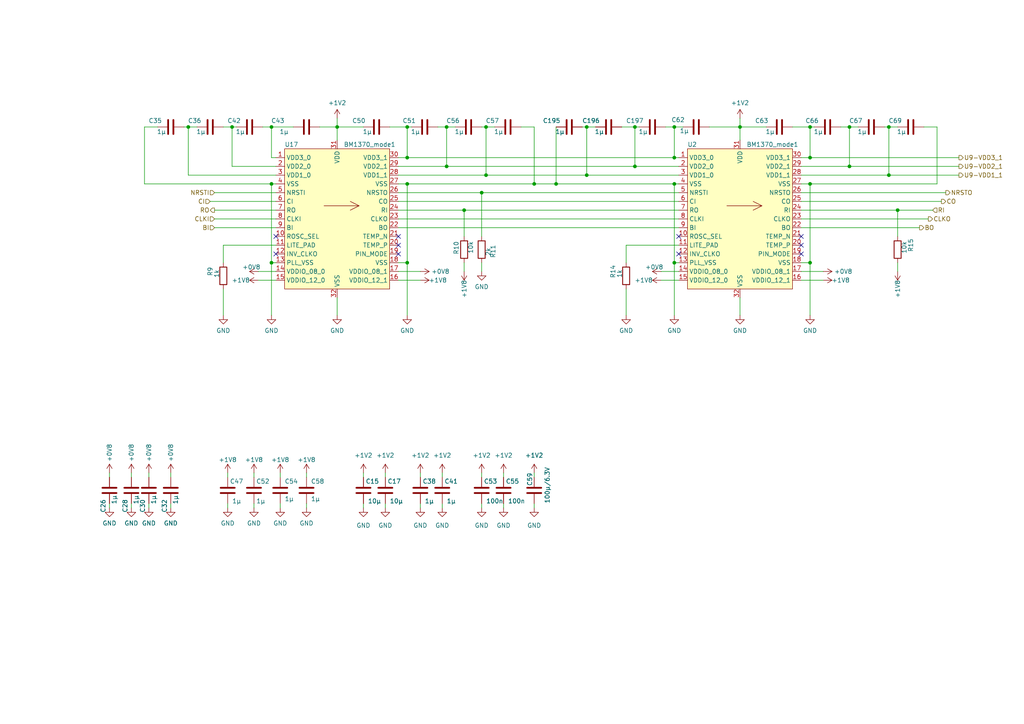
<source format=kicad_sch>
(kicad_sch
	(version 20231120)
	(generator "eeschema")
	(generator_version "8.0")
	(uuid "525f4c53-a3a1-4011-92e9-a84c80eaecc0")
	(paper "A4")
	(lib_symbols
		(symbol "Device:C"
			(pin_numbers hide)
			(pin_names
				(offset 0.254)
			)
			(exclude_from_sim no)
			(in_bom yes)
			(on_board yes)
			(property "Reference" "C"
				(at 0.635 2.54 0)
				(effects
					(font
						(size 1.27 1.27)
					)
					(justify left)
				)
			)
			(property "Value" "C"
				(at 0.635 -2.54 0)
				(effects
					(font
						(size 1.27 1.27)
					)
					(justify left)
				)
			)
			(property "Footprint" ""
				(at 0.9652 -3.81 0)
				(effects
					(font
						(size 1.27 1.27)
					)
					(hide yes)
				)
			)
			(property "Datasheet" "~"
				(at 0 0 0)
				(effects
					(font
						(size 1.27 1.27)
					)
					(hide yes)
				)
			)
			(property "Description" "Unpolarized capacitor"
				(at 0 0 0)
				(effects
					(font
						(size 1.27 1.27)
					)
					(hide yes)
				)
			)
			(property "ki_keywords" "cap capacitor"
				(at 0 0 0)
				(effects
					(font
						(size 1.27 1.27)
					)
					(hide yes)
				)
			)
			(property "ki_fp_filters" "C_*"
				(at 0 0 0)
				(effects
					(font
						(size 1.27 1.27)
					)
					(hide yes)
				)
			)
			(symbol "C_0_1"
				(polyline
					(pts
						(xy -2.032 -0.762) (xy 2.032 -0.762)
					)
					(stroke
						(width 0.508)
						(type default)
					)
					(fill
						(type none)
					)
				)
				(polyline
					(pts
						(xy -2.032 0.762) (xy 2.032 0.762)
					)
					(stroke
						(width 0.508)
						(type default)
					)
					(fill
						(type none)
					)
				)
			)
			(symbol "C_1_1"
				(pin passive line
					(at 0 3.81 270)
					(length 2.794)
					(name "~"
						(effects
							(font
								(size 1.27 1.27)
							)
						)
					)
					(number "1"
						(effects
							(font
								(size 1.27 1.27)
							)
						)
					)
				)
				(pin passive line
					(at 0 -3.81 90)
					(length 2.794)
					(name "~"
						(effects
							(font
								(size 1.27 1.27)
							)
						)
					)
					(number "2"
						(effects
							(font
								(size 1.27 1.27)
							)
						)
					)
				)
			)
		)
		(symbol "Device:R"
			(pin_numbers hide)
			(pin_names
				(offset 0)
			)
			(exclude_from_sim no)
			(in_bom yes)
			(on_board yes)
			(property "Reference" "R"
				(at 2.032 0 90)
				(effects
					(font
						(size 1.27 1.27)
					)
				)
			)
			(property "Value" "R"
				(at 0 0 90)
				(effects
					(font
						(size 1.27 1.27)
					)
				)
			)
			(property "Footprint" ""
				(at -1.778 0 90)
				(effects
					(font
						(size 1.27 1.27)
					)
					(hide yes)
				)
			)
			(property "Datasheet" "~"
				(at 0 0 0)
				(effects
					(font
						(size 1.27 1.27)
					)
					(hide yes)
				)
			)
			(property "Description" "Resistor"
				(at 0 0 0)
				(effects
					(font
						(size 1.27 1.27)
					)
					(hide yes)
				)
			)
			(property "ki_keywords" "R res resistor"
				(at 0 0 0)
				(effects
					(font
						(size 1.27 1.27)
					)
					(hide yes)
				)
			)
			(property "ki_fp_filters" "R_*"
				(at 0 0 0)
				(effects
					(font
						(size 1.27 1.27)
					)
					(hide yes)
				)
			)
			(symbol "R_0_1"
				(rectangle
					(start -1.016 -2.54)
					(end 1.016 2.54)
					(stroke
						(width 0.254)
						(type default)
					)
					(fill
						(type none)
					)
				)
			)
			(symbol "R_1_1"
				(pin passive line
					(at 0 3.81 270)
					(length 1.27)
					(name "~"
						(effects
							(font
								(size 1.27 1.27)
							)
						)
					)
					(number "1"
						(effects
							(font
								(size 1.27 1.27)
							)
						)
					)
				)
				(pin passive line
					(at 0 -3.81 90)
					(length 1.27)
					(name "~"
						(effects
							(font
								(size 1.27 1.27)
							)
						)
					)
					(number "2"
						(effects
							(font
								(size 1.27 1.27)
							)
						)
					)
				)
			)
		)
		(symbol "GND_7"
			(power)
			(pin_names
				(offset 0)
			)
			(exclude_from_sim no)
			(in_bom yes)
			(on_board yes)
			(property "Reference" "#PWR"
				(at 0 -6.35 0)
				(effects
					(font
						(size 1.27 1.27)
					)
					(hide yes)
				)
			)
			(property "Value" "GND_7"
				(at 0 -3.81 0)
				(effects
					(font
						(size 1.27 1.27)
					)
				)
			)
			(property "Footprint" ""
				(at 0 0 0)
				(effects
					(font
						(size 1.27 1.27)
					)
					(hide yes)
				)
			)
			(property "Datasheet" ""
				(at 0 0 0)
				(effects
					(font
						(size 1.27 1.27)
					)
					(hide yes)
				)
			)
			(property "Description" "Power symbol creates a global label with name \"GND\" , ground"
				(at 0 0 0)
				(effects
					(font
						(size 1.27 1.27)
					)
					(hide yes)
				)
			)
			(property "ki_keywords" "global power"
				(at 0 0 0)
				(effects
					(font
						(size 1.27 1.27)
					)
					(hide yes)
				)
			)
			(symbol "GND_7_0_1"
				(polyline
					(pts
						(xy 0 0) (xy 0 -1.27) (xy 1.27 -1.27) (xy 0 -2.54) (xy -1.27 -1.27) (xy 0 -1.27)
					)
					(stroke
						(width 0)
						(type default)
					)
					(fill
						(type none)
					)
				)
			)
			(symbol "GND_7_1_1"
				(pin power_in line
					(at 0 0 270)
					(length 0) hide
					(name "GND"
						(effects
							(font
								(size 1.27 1.27)
							)
						)
					)
					(number "1"
						(effects
							(font
								(size 1.27 1.27)
							)
						)
					)
				)
			)
		)
		(symbol "bitaxe:BM1370_mode1"
			(exclude_from_sim no)
			(in_bom yes)
			(on_board yes)
			(property "Reference" "U4"
				(at -15.24 21.59 0)
				(effects
					(font
						(size 1.27 1.27)
					)
					(justify left)
				)
			)
			(property "Value" "BM1370_mode1"
				(at 1.905 21.59 0)
				(effects
					(font
						(size 1.27 1.27)
					)
					(justify left)
				)
			)
			(property "Footprint" ""
				(at 16.51 -33.02 0)
				(effects
					(font
						(size 1.27 1.27)
					)
					(hide yes)
				)
			)
			(property "Datasheet" ""
				(at -7.62 0 0)
				(effects
					(font
						(size 1.27 1.27)
					)
					(hide yes)
				)
			)
			(property "Description" ""
				(at 0 0 0)
				(effects
					(font
						(size 1.27 1.27)
					)
					(hide yes)
				)
			)
			(symbol "BM1370_mode1_0_1"
				(rectangle
					(start -15.24 20.32)
					(end 15.24 -20.32)
					(stroke
						(width 0)
						(type default)
					)
					(fill
						(type background)
					)
				)
				(polyline
					(pts
						(xy -3.81 3.81) (xy 6.35 3.81)
					)
					(stroke
						(width 0)
						(type default)
					)
					(fill
						(type none)
					)
				)
				(polyline
					(pts
						(xy 3.81 2.54) (xy 6.35 3.81)
					)
					(stroke
						(width 0)
						(type default)
					)
					(fill
						(type none)
					)
				)
				(polyline
					(pts
						(xy 3.81 5.08) (xy 6.35 3.81)
					)
					(stroke
						(width 0)
						(type default)
					)
					(fill
						(type none)
					)
				)
			)
			(symbol "BM1370_mode1_1_1"
				(pin power_in line
					(at -17.78 17.78 0)
					(length 2.54)
					(name "VDD3_0"
						(effects
							(font
								(size 1.27 1.27)
							)
						)
					)
					(number "1"
						(effects
							(font
								(size 1.27 1.27)
							)
						)
					)
				)
				(pin unspecified line
					(at -17.78 -5.08 0)
					(length 2.54)
					(name "ROSC_SEL"
						(effects
							(font
								(size 1.27 1.27)
							)
						)
					)
					(number "10"
						(effects
							(font
								(size 1.27 1.27)
							)
						)
					)
				)
				(pin unspecified line
					(at -17.78 -7.62 0)
					(length 2.54)
					(name "LITE_PAD"
						(effects
							(font
								(size 1.27 1.27)
							)
						)
					)
					(number "11"
						(effects
							(font
								(size 1.27 1.27)
							)
						)
					)
				)
				(pin unspecified line
					(at -17.78 -10.16 0)
					(length 2.54)
					(name "INV_CLKO"
						(effects
							(font
								(size 1.27 1.27)
							)
						)
					)
					(number "12"
						(effects
							(font
								(size 1.27 1.27)
							)
						)
					)
				)
				(pin power_in line
					(at -17.78 -12.7 0)
					(length 2.54)
					(name "PLL_VSS"
						(effects
							(font
								(size 1.27 1.27)
							)
						)
					)
					(number "13"
						(effects
							(font
								(size 1.27 1.27)
							)
						)
					)
				)
				(pin power_in line
					(at -17.78 -15.24 0)
					(length 2.54)
					(name "VDDIO_08_0"
						(effects
							(font
								(size 1.27 1.27)
							)
						)
					)
					(number "14"
						(effects
							(font
								(size 1.27 1.27)
							)
						)
					)
				)
				(pin power_in line
					(at -17.78 -17.78 0)
					(length 2.54)
					(name "VDDIO_12_0"
						(effects
							(font
								(size 1.27 1.27)
							)
						)
					)
					(number "15"
						(effects
							(font
								(size 1.27 1.27)
							)
						)
					)
				)
				(pin power_in line
					(at 17.78 -17.78 180)
					(length 2.54)
					(name "VDDIO_12_1"
						(effects
							(font
								(size 1.27 1.27)
							)
						)
					)
					(number "16"
						(effects
							(font
								(size 1.27 1.27)
							)
						)
					)
				)
				(pin power_in line
					(at 17.78 -15.24 180)
					(length 2.54)
					(name "VDDIO_08_1"
						(effects
							(font
								(size 1.27 1.27)
							)
						)
					)
					(number "17"
						(effects
							(font
								(size 1.27 1.27)
							)
						)
					)
				)
				(pin power_in line
					(at 17.78 -12.7 180)
					(length 2.54)
					(name "VSS"
						(effects
							(font
								(size 1.27 1.27)
							)
						)
					)
					(number "18"
						(effects
							(font
								(size 1.27 1.27)
							)
						)
					)
				)
				(pin input line
					(at 17.78 -10.16 180)
					(length 2.54)
					(name "PIN_MODE"
						(effects
							(font
								(size 1.27 1.27)
							)
						)
					)
					(number "19"
						(effects
							(font
								(size 1.27 1.27)
							)
						)
					)
				)
				(pin power_in line
					(at -17.78 15.24 0)
					(length 2.54)
					(name "VDD2_0"
						(effects
							(font
								(size 1.27 1.27)
							)
						)
					)
					(number "2"
						(effects
							(font
								(size 1.27 1.27)
							)
						)
					)
				)
				(pin unspecified line
					(at 17.78 -7.62 180)
					(length 2.54)
					(name "TEMP_P"
						(effects
							(font
								(size 1.27 1.27)
							)
						)
					)
					(number "20"
						(effects
							(font
								(size 1.27 1.27)
							)
						)
					)
				)
				(pin unspecified line
					(at 17.78 -5.08 180)
					(length 2.54)
					(name "TEMP_N"
						(effects
							(font
								(size 1.27 1.27)
							)
						)
					)
					(number "21"
						(effects
							(font
								(size 1.27 1.27)
							)
						)
					)
				)
				(pin output line
					(at 17.78 -2.54 180)
					(length 2.54)
					(name "BO"
						(effects
							(font
								(size 1.27 1.27)
							)
						)
					)
					(number "22"
						(effects
							(font
								(size 1.27 1.27)
							)
						)
					)
				)
				(pin output line
					(at 17.78 0 180)
					(length 2.54)
					(name "CLKO"
						(effects
							(font
								(size 1.27 1.27)
							)
						)
					)
					(number "23"
						(effects
							(font
								(size 1.27 1.27)
							)
						)
					)
				)
				(pin input line
					(at 17.78 2.54 180)
					(length 2.54)
					(name "RI"
						(effects
							(font
								(size 1.27 1.27)
							)
						)
					)
					(number "24"
						(effects
							(font
								(size 1.27 1.27)
							)
						)
					)
				)
				(pin output line
					(at 17.78 5.08 180)
					(length 2.54)
					(name "CO"
						(effects
							(font
								(size 1.27 1.27)
							)
						)
					)
					(number "25"
						(effects
							(font
								(size 1.27 1.27)
							)
						)
					)
				)
				(pin output line
					(at 17.78 7.62 180)
					(length 2.54)
					(name "NRSTO"
						(effects
							(font
								(size 1.27 1.27)
							)
						)
					)
					(number "26"
						(effects
							(font
								(size 1.27 1.27)
							)
						)
					)
				)
				(pin power_in line
					(at 17.78 10.16 180)
					(length 2.54)
					(name "VSS"
						(effects
							(font
								(size 1.27 1.27)
							)
						)
					)
					(number "27"
						(effects
							(font
								(size 1.27 1.27)
							)
						)
					)
				)
				(pin power_in line
					(at 17.78 12.7 180)
					(length 2.54)
					(name "VDD1_1"
						(effects
							(font
								(size 1.27 1.27)
							)
						)
					)
					(number "28"
						(effects
							(font
								(size 1.27 1.27)
							)
						)
					)
				)
				(pin power_in line
					(at 17.78 15.24 180)
					(length 2.54)
					(name "VDD2_1"
						(effects
							(font
								(size 1.27 1.27)
							)
						)
					)
					(number "29"
						(effects
							(font
								(size 1.27 1.27)
							)
						)
					)
				)
				(pin power_in line
					(at -17.78 12.7 0)
					(length 2.54)
					(name "VDD1_0"
						(effects
							(font
								(size 1.27 1.27)
							)
						)
					)
					(number "3"
						(effects
							(font
								(size 1.27 1.27)
							)
						)
					)
				)
				(pin power_in line
					(at 17.78 17.78 180)
					(length 2.54)
					(name "VDD3_1"
						(effects
							(font
								(size 1.27 1.27)
							)
						)
					)
					(number "30"
						(effects
							(font
								(size 1.27 1.27)
							)
						)
					)
				)
				(pin power_in line
					(at 0 22.86 270)
					(length 2.54)
					(name "VDD"
						(effects
							(font
								(size 1.27 1.27)
							)
						)
					)
					(number "31"
						(effects
							(font
								(size 1.27 1.27)
							)
						)
					)
				)
				(pin power_in line
					(at 0 -22.86 90)
					(length 2.54)
					(name "VSS"
						(effects
							(font
								(size 1.27 1.27)
							)
						)
					)
					(number "32"
						(effects
							(font
								(size 1.27 1.27)
							)
						)
					)
				)
				(pin power_in line
					(at -17.78 10.16 0)
					(length 2.54)
					(name "VSS"
						(effects
							(font
								(size 1.27 1.27)
							)
						)
					)
					(number "4"
						(effects
							(font
								(size 1.27 1.27)
							)
						)
					)
				)
				(pin input line
					(at -17.78 7.62 0)
					(length 2.54)
					(name "NRSTI"
						(effects
							(font
								(size 1.27 1.27)
							)
						)
					)
					(number "5"
						(effects
							(font
								(size 1.27 1.27)
							)
						)
					)
				)
				(pin input line
					(at -17.78 5.08 0)
					(length 2.54)
					(name "CI"
						(effects
							(font
								(size 1.27 1.27)
							)
						)
					)
					(number "6"
						(effects
							(font
								(size 1.27 1.27)
							)
						)
					)
				)
				(pin output line
					(at -17.78 2.54 0)
					(length 2.54)
					(name "RO"
						(effects
							(font
								(size 1.27 1.27)
							)
						)
					)
					(number "7"
						(effects
							(font
								(size 1.27 1.27)
							)
						)
					)
				)
				(pin input line
					(at -17.78 0 0)
					(length 2.54)
					(name "CLKI"
						(effects
							(font
								(size 1.27 1.27)
							)
						)
					)
					(number "8"
						(effects
							(font
								(size 1.27 1.27)
							)
						)
					)
				)
				(pin input line
					(at -17.78 -2.54 0)
					(length 2.54)
					(name "BI"
						(effects
							(font
								(size 1.27 1.27)
							)
						)
					)
					(number "9"
						(effects
							(font
								(size 1.27 1.27)
							)
						)
					)
				)
			)
		)
		(symbol "mylib7:+0V8"
			(power)
			(exclude_from_sim yes)
			(in_bom no)
			(on_board no)
			(property "Reference" "U18"
				(at 3.81 1.27 0)
				(effects
					(font
						(size 1.27 1.27)
					)
					(hide yes)
				)
			)
			(property "Value" "+0V8"
				(at 0 3.175 90)
				(effects
					(font
						(size 1.27 1.27)
					)
					(justify left)
				)
			)
			(property "Footprint" ""
				(at 0 0 0)
				(effects
					(font
						(size 1.27 1.27)
					)
					(hide yes)
				)
			)
			(property "Datasheet" ""
				(at 0 0 0)
				(effects
					(font
						(size 1.27 1.27)
					)
					(hide yes)
				)
			)
			(property "Description" ""
				(at 0 0 0)
				(effects
					(font
						(size 1.27 1.27)
					)
					(hide yes)
				)
			)
			(property "Distributor" "-"
				(at 0 0 0)
				(effects
					(font
						(size 1.27 1.27)
					)
					(hide yes)
				)
			)
			(symbol "+0V8_0_1"
				(polyline
					(pts
						(xy -0.762 1.27) (xy 0 2.54)
					)
					(stroke
						(width 0)
						(type default)
					)
					(fill
						(type none)
					)
				)
				(polyline
					(pts
						(xy 0 0) (xy 0 2.54)
					)
					(stroke
						(width 0)
						(type default)
					)
					(fill
						(type none)
					)
				)
				(polyline
					(pts
						(xy 0 2.54) (xy 0.762 1.27)
					)
					(stroke
						(width 0)
						(type default)
					)
					(fill
						(type none)
					)
				)
			)
			(symbol "+0V8_1_1"
				(pin power_in line
					(at 0 0 90)
					(length 0) hide
					(name "+0V8"
						(effects
							(font
								(size 1.27 1.27)
							)
						)
					)
					(number "1"
						(effects
							(font
								(size 1.27 1.27)
							)
						)
					)
				)
			)
		)
		(symbol "power:+1V2"
			(power)
			(pin_names
				(offset 0)
			)
			(exclude_from_sim no)
			(in_bom yes)
			(on_board yes)
			(property "Reference" "#PWR"
				(at 0 -3.81 0)
				(effects
					(font
						(size 1.27 1.27)
					)
					(hide yes)
				)
			)
			(property "Value" "+1V2"
				(at 0 3.556 0)
				(effects
					(font
						(size 1.27 1.27)
					)
				)
			)
			(property "Footprint" ""
				(at 0 0 0)
				(effects
					(font
						(size 1.27 1.27)
					)
					(hide yes)
				)
			)
			(property "Datasheet" ""
				(at 0 0 0)
				(effects
					(font
						(size 1.27 1.27)
					)
					(hide yes)
				)
			)
			(property "Description" "Power symbol creates a global label with name \"+1V2\""
				(at 0 0 0)
				(effects
					(font
						(size 1.27 1.27)
					)
					(hide yes)
				)
			)
			(property "ki_keywords" "global power"
				(at 0 0 0)
				(effects
					(font
						(size 1.27 1.27)
					)
					(hide yes)
				)
			)
			(symbol "+1V2_0_1"
				(polyline
					(pts
						(xy -0.762 1.27) (xy 0 2.54)
					)
					(stroke
						(width 0)
						(type default)
					)
					(fill
						(type none)
					)
				)
				(polyline
					(pts
						(xy 0 0) (xy 0 2.54)
					)
					(stroke
						(width 0)
						(type default)
					)
					(fill
						(type none)
					)
				)
				(polyline
					(pts
						(xy 0 2.54) (xy 0.762 1.27)
					)
					(stroke
						(width 0)
						(type default)
					)
					(fill
						(type none)
					)
				)
			)
			(symbol "+1V2_1_1"
				(pin power_in line
					(at 0 0 90)
					(length 0) hide
					(name "+1V2"
						(effects
							(font
								(size 1.27 1.27)
							)
						)
					)
					(number "1"
						(effects
							(font
								(size 1.27 1.27)
							)
						)
					)
				)
			)
		)
		(symbol "power:+1V8"
			(power)
			(pin_names
				(offset 0)
			)
			(exclude_from_sim no)
			(in_bom yes)
			(on_board yes)
			(property "Reference" "#PWR"
				(at 0 -3.81 0)
				(effects
					(font
						(size 1.27 1.27)
					)
					(hide yes)
				)
			)
			(property "Value" "+1V8"
				(at 0 3.556 0)
				(effects
					(font
						(size 1.27 1.27)
					)
				)
			)
			(property "Footprint" ""
				(at 0 0 0)
				(effects
					(font
						(size 1.27 1.27)
					)
					(hide yes)
				)
			)
			(property "Datasheet" ""
				(at 0 0 0)
				(effects
					(font
						(size 1.27 1.27)
					)
					(hide yes)
				)
			)
			(property "Description" "Power symbol creates a global label with name \"+1V8\""
				(at 0 0 0)
				(effects
					(font
						(size 1.27 1.27)
					)
					(hide yes)
				)
			)
			(property "ki_keywords" "global power"
				(at 0 0 0)
				(effects
					(font
						(size 1.27 1.27)
					)
					(hide yes)
				)
			)
			(symbol "+1V8_0_1"
				(polyline
					(pts
						(xy -0.762 1.27) (xy 0 2.54)
					)
					(stroke
						(width 0)
						(type default)
					)
					(fill
						(type none)
					)
				)
				(polyline
					(pts
						(xy 0 0) (xy 0 2.54)
					)
					(stroke
						(width 0)
						(type default)
					)
					(fill
						(type none)
					)
				)
				(polyline
					(pts
						(xy 0 2.54) (xy 0.762 1.27)
					)
					(stroke
						(width 0)
						(type default)
					)
					(fill
						(type none)
					)
				)
			)
			(symbol "+1V8_1_1"
				(pin power_in line
					(at 0 0 90)
					(length 0) hide
					(name "+1V8"
						(effects
							(font
								(size 1.27 1.27)
							)
						)
					)
					(number "1"
						(effects
							(font
								(size 1.27 1.27)
							)
						)
					)
				)
			)
		)
		(symbol "power:GND"
			(power)
			(pin_names
				(offset 0)
			)
			(exclude_from_sim no)
			(in_bom yes)
			(on_board yes)
			(property "Reference" "#PWR"
				(at 0 -6.35 0)
				(effects
					(font
						(size 1.27 1.27)
					)
					(hide yes)
				)
			)
			(property "Value" "GND"
				(at 0 -3.81 0)
				(effects
					(font
						(size 1.27 1.27)
					)
				)
			)
			(property "Footprint" ""
				(at 0 0 0)
				(effects
					(font
						(size 1.27 1.27)
					)
					(hide yes)
				)
			)
			(property "Datasheet" ""
				(at 0 0 0)
				(effects
					(font
						(size 1.27 1.27)
					)
					(hide yes)
				)
			)
			(property "Description" "Power symbol creates a global label with name \"GND\" , ground"
				(at 0 0 0)
				(effects
					(font
						(size 1.27 1.27)
					)
					(hide yes)
				)
			)
			(property "ki_keywords" "power-flag"
				(at 0 0 0)
				(effects
					(font
						(size 1.27 1.27)
					)
					(hide yes)
				)
			)
			(symbol "GND_0_1"
				(polyline
					(pts
						(xy 0 0) (xy 0 -1.27) (xy 1.27 -1.27) (xy 0 -2.54) (xy -1.27 -1.27) (xy 0 -1.27)
					)
					(stroke
						(width 0)
						(type default)
					)
					(fill
						(type none)
					)
				)
			)
			(symbol "GND_1_1"
				(pin power_in line
					(at 0 0 270)
					(length 0) hide
					(name "GND"
						(effects
							(font
								(size 1.27 1.27)
							)
						)
					)
					(number "1"
						(effects
							(font
								(size 1.27 1.27)
							)
						)
					)
				)
			)
		)
	)
	(junction
		(at 118.11 45.72)
		(diameter 0)
		(color 0 0 0 0)
		(uuid "02f79dd3-6cce-4471-b0d4-37fec0b5c2e3")
	)
	(junction
		(at 184.15 36.83)
		(diameter 0)
		(color 0 0 0 0)
		(uuid "2bc9b882-8dc9-45ab-ac0e-da4e9ab9033a")
	)
	(junction
		(at 67.31 36.83)
		(diameter 0)
		(color 0 0 0 0)
		(uuid "3701becc-2bad-488a-8196-017bc585c69a")
	)
	(junction
		(at 118.11 36.83)
		(diameter 0)
		(color 0 0 0 0)
		(uuid "3972fb20-0ca3-4706-8eef-609274c2b91f")
	)
	(junction
		(at 170.18 50.8)
		(diameter 0)
		(color 0 0 0 0)
		(uuid "3ae57c0f-292d-47f3-884c-3fa0c7a548ee")
	)
	(junction
		(at 246.38 36.83)
		(diameter 0)
		(color 0 0 0 0)
		(uuid "407abbd1-19d9-42b3-a544-4d2ce330cc40")
	)
	(junction
		(at 257.81 36.83)
		(diameter 0)
		(color 0 0 0 0)
		(uuid "4b42f870-afc1-45cd-9ee8-0ea5da664110")
	)
	(junction
		(at 78.74 76.2)
		(diameter 0)
		(color 0 0 0 0)
		(uuid "5b050aae-71f4-4d8c-bbe6-f5ebb2a7dcc5")
	)
	(junction
		(at 140.97 50.8)
		(diameter 0)
		(color 0 0 0 0)
		(uuid "5c3dbced-8b33-4884-a589-e62790ded58e")
	)
	(junction
		(at 154.94 53.34)
		(diameter 0)
		(color 0 0 0 0)
		(uuid "5fe38866-3eaf-4a4f-a55f-db0dc9638e2d")
	)
	(junction
		(at 195.58 36.83)
		(diameter 0)
		(color 0 0 0 0)
		(uuid "656a32e7-f198-42df-bfe4-e806b4f94433")
	)
	(junction
		(at 139.7 55.88)
		(diameter 0)
		(color 0 0 0 0)
		(uuid "7da96970-7655-4cfb-93de-00ac78b2da48")
	)
	(junction
		(at 134.62 60.96)
		(diameter 0)
		(color 0 0 0 0)
		(uuid "7df94b97-ac7f-4c15-8368-4468f73a7342")
	)
	(junction
		(at 234.95 53.34)
		(diameter 0)
		(color 0 0 0 0)
		(uuid "85301239-6267-45f8-b7a4-0ce65ded2f6f")
	)
	(junction
		(at 234.95 76.2)
		(diameter 0)
		(color 0 0 0 0)
		(uuid "881c939b-56a0-42cb-9778-c911dd76ac15")
	)
	(junction
		(at 97.79 36.83)
		(diameter 0)
		(color 0 0 0 0)
		(uuid "890c9ef8-ecfd-4549-964b-3757873cd6fb")
	)
	(junction
		(at 78.74 36.83)
		(diameter 0)
		(color 0 0 0 0)
		(uuid "9f85961e-7897-4075-b94e-2f84f6c97173")
	)
	(junction
		(at 195.58 45.72)
		(diameter 0)
		(color 0 0 0 0)
		(uuid "a80d407e-5bb9-4088-b56b-73afb1e02c0f")
	)
	(junction
		(at 129.54 36.83)
		(diameter 0)
		(color 0 0 0 0)
		(uuid "ab3c224e-ad72-4eec-a622-c6cf1c553fc6")
	)
	(junction
		(at 184.15 48.26)
		(diameter 0)
		(color 0 0 0 0)
		(uuid "ae1f78df-9704-41a0-819d-8616bec18c6c")
	)
	(junction
		(at 118.11 53.34)
		(diameter 0)
		(color 0 0 0 0)
		(uuid "afaa2f84-9a99-4602-874b-791f3031ffb7")
	)
	(junction
		(at 214.63 36.83)
		(diameter 0)
		(color 0 0 0 0)
		(uuid "b0ec3dcf-44e3-4eea-bc95-318286648d07")
	)
	(junction
		(at 246.38 48.26)
		(diameter 0)
		(color 0 0 0 0)
		(uuid "ba2bb1be-f92c-4bbc-9c25-21179ba3fbf5")
	)
	(junction
		(at 78.74 53.34)
		(diameter 0)
		(color 0 0 0 0)
		(uuid "baa19702-7f20-426c-86ba-70863ac5522a")
	)
	(junction
		(at 195.58 76.2)
		(diameter 0)
		(color 0 0 0 0)
		(uuid "c57e3ffe-8587-46c5-bd05-6b8a65a965f6")
	)
	(junction
		(at 118.11 76.2)
		(diameter 0)
		(color 0 0 0 0)
		(uuid "ccf61588-ac12-489e-89a8-5def625243d2")
	)
	(junction
		(at 140.97 36.83)
		(diameter 0)
		(color 0 0 0 0)
		(uuid "d05bad44-b063-42c4-8d41-da5c251019a7")
	)
	(junction
		(at 260.35 60.96)
		(diameter 0)
		(color 0 0 0 0)
		(uuid "d2ae015d-e73f-4fca-b721-ba81c100eadd")
	)
	(junction
		(at 234.95 36.83)
		(diameter 0)
		(color 0 0 0 0)
		(uuid "db711641-4616-4ec3-af08-5de424165225")
	)
	(junction
		(at 129.54 48.26)
		(diameter 0)
		(color 0 0 0 0)
		(uuid "e285093a-1395-4248-a761-e213756b3c28")
	)
	(junction
		(at 257.81 50.8)
		(diameter 0)
		(color 0 0 0 0)
		(uuid "e3341f98-26ae-4c90-b7c3-9d3ac20573e6")
	)
	(junction
		(at 54.61 36.83)
		(diameter 0)
		(color 0 0 0 0)
		(uuid "e6d16f9c-a985-484d-9200-426f7f51ecef")
	)
	(junction
		(at 170.18 36.83)
		(diameter 0)
		(color 0 0 0 0)
		(uuid "eb153380-0f32-4b76-a3dc-3681ab88ca12")
	)
	(junction
		(at 161.29 53.34)
		(diameter 0)
		(color 0 0 0 0)
		(uuid "f3cc553d-144f-48a2-858a-02f95e622a3c")
	)
	(junction
		(at 195.58 53.34)
		(diameter 0)
		(color 0 0 0 0)
		(uuid "fe189ac0-c180-426a-b95f-94e2e15614db")
	)
	(junction
		(at 234.95 45.72)
		(diameter 0)
		(color 0 0 0 0)
		(uuid "ff26602a-4417-47bb-8c51-c030a14be915")
	)
	(no_connect
		(at 196.85 68.58)
		(uuid "2165ac75-262f-47ee-99a1-9f05d634f826")
	)
	(no_connect
		(at 115.57 68.58)
		(uuid "315d8351-753a-4610-be16-74a6dfdc8758")
	)
	(no_connect
		(at 115.57 73.66)
		(uuid "5d2a48e6-a58e-4f99-8a08-5dc4f5a722ad")
	)
	(no_connect
		(at 196.85 73.66)
		(uuid "7e6de406-b3a5-450a-935c-366fe2b04e92")
	)
	(no_connect
		(at 232.41 73.66)
		(uuid "a4236b1e-1784-48a3-8775-d57d980d71bf")
	)
	(no_connect
		(at 115.57 71.12)
		(uuid "b933ba8a-981b-40a1-92f7-40f16d8bcfe6")
	)
	(no_connect
		(at 232.41 71.12)
		(uuid "bd0d7916-f752-4789-8391-3d3d2856d3c9")
	)
	(no_connect
		(at 80.01 68.58)
		(uuid "e414a1d5-6ecb-4df7-8d53-f3a3d7f62dc2")
	)
	(no_connect
		(at 80.01 73.66)
		(uuid "eb5828b1-961b-416e-91a3-bd7d9add5dd4")
	)
	(no_connect
		(at 232.41 68.58)
		(uuid "f9514e56-fbfa-415a-9dff-d4cce4672327")
	)
	(wire
		(pts
			(xy 115.57 50.8) (xy 140.97 50.8)
		)
		(stroke
			(width 0)
			(type default)
		)
		(uuid "0026a09a-5648-4861-af49-306503ab54c0")
	)
	(wire
		(pts
			(xy 139.7 146.05) (xy 139.7 147.32)
		)
		(stroke
			(width 0)
			(type default)
		)
		(uuid "0173d8e9-d93d-4c4f-a057-c77fa8b68349")
	)
	(wire
		(pts
			(xy 170.18 36.83) (xy 172.72 36.83)
		)
		(stroke
			(width 0)
			(type default)
		)
		(uuid "02bfe91a-686e-4a5e-85e9-1c44e439b068")
	)
	(wire
		(pts
			(xy 260.35 60.96) (xy 260.35 68.58)
		)
		(stroke
			(width 0)
			(type default)
		)
		(uuid "06fb8520-4e6b-44a3-bc28-1879c48588f0")
	)
	(wire
		(pts
			(xy 271.78 53.34) (xy 271.78 36.83)
		)
		(stroke
			(width 0)
			(type default)
		)
		(uuid "072075d3-cbaf-4513-af00-d9783b4d9bbd")
	)
	(wire
		(pts
			(xy 196.85 53.34) (xy 195.58 53.34)
		)
		(stroke
			(width 0)
			(type default)
		)
		(uuid "07c3008f-adf3-48cf-9dfe-610ecb295cd9")
	)
	(wire
		(pts
			(xy 154.94 36.83) (xy 151.13 36.83)
		)
		(stroke
			(width 0)
			(type default)
		)
		(uuid "098f3519-a7e8-41e5-b2cf-73d2aa53ce84")
	)
	(wire
		(pts
			(xy 234.95 53.34) (xy 234.95 76.2)
		)
		(stroke
			(width 0)
			(type default)
		)
		(uuid "0a10e551-8689-46af-a3da-83bbf0a72c93")
	)
	(wire
		(pts
			(xy 246.38 48.26) (xy 246.38 36.83)
		)
		(stroke
			(width 0)
			(type default)
		)
		(uuid "0a2db417-ab3a-44ac-a54c-259c18271e83")
	)
	(wire
		(pts
			(xy 74.93 81.28) (xy 80.01 81.28)
		)
		(stroke
			(width 0)
			(type default)
		)
		(uuid "0a589e9d-4ead-45b4-8eb2-abe37ea0868c")
	)
	(wire
		(pts
			(xy 234.95 53.34) (xy 271.78 53.34)
		)
		(stroke
			(width 0)
			(type default)
		)
		(uuid "0aa853cd-7808-45cb-933f-1fd75eaa8bd2")
	)
	(wire
		(pts
			(xy 181.61 71.12) (xy 196.85 71.12)
		)
		(stroke
			(width 0)
			(type default)
		)
		(uuid "0f1719f2-79cc-4554-8f16-96b3785183bc")
	)
	(wire
		(pts
			(xy 214.63 34.29) (xy 214.63 36.83)
		)
		(stroke
			(width 0)
			(type default)
		)
		(uuid "0f1ce64d-6beb-45ed-aefe-c6e6c88ca749")
	)
	(wire
		(pts
			(xy 88.9 146.05) (xy 88.9 147.32)
		)
		(stroke
			(width 0)
			(type solid)
		)
		(uuid "0f4351d4-75db-44b5-956e-424eaf798464")
	)
	(wire
		(pts
			(xy 121.92 146.05) (xy 121.92 147.32)
		)
		(stroke
			(width 0)
			(type default)
		)
		(uuid "10f77f25-4566-482d-8a0b-91efb457e949")
	)
	(wire
		(pts
			(xy 234.95 36.83) (xy 236.22 36.83)
		)
		(stroke
			(width 0)
			(type default)
		)
		(uuid "119fef2e-8da6-4a39-821e-47e8810bc1ee")
	)
	(wire
		(pts
			(xy 191.77 81.28) (xy 196.85 81.28)
		)
		(stroke
			(width 0)
			(type default)
		)
		(uuid "12c50735-22fd-41a2-8d48-8d048fa937e9")
	)
	(wire
		(pts
			(xy 260.35 76.2) (xy 260.35 78.74)
		)
		(stroke
			(width 0)
			(type default)
		)
		(uuid "12f46855-8728-4670-9621-a316adaef3c6")
	)
	(wire
		(pts
			(xy 232.41 53.34) (xy 234.95 53.34)
		)
		(stroke
			(width 0)
			(type default)
		)
		(uuid "1519b393-1e1c-4783-9e44-078e84aee823")
	)
	(wire
		(pts
			(xy 134.62 60.96) (xy 196.85 60.96)
		)
		(stroke
			(width 0)
			(type default)
		)
		(uuid "1625a837-3a1c-4e22-8a55-ff97b8cf8517")
	)
	(wire
		(pts
			(xy 97.79 34.29) (xy 97.79 36.83)
		)
		(stroke
			(width 0)
			(type default)
		)
		(uuid "1847361a-ccbf-4589-836a-9c27b4cab95a")
	)
	(wire
		(pts
			(xy 198.12 36.83) (xy 195.58 36.83)
		)
		(stroke
			(width 0)
			(type default)
		)
		(uuid "1959972c-7d71-4c14-bce2-e03ac767ea9b")
	)
	(wire
		(pts
			(xy 181.61 83.82) (xy 181.61 91.44)
		)
		(stroke
			(width 0)
			(type default)
		)
		(uuid "1b1cfce9-f949-46c1-8f99-c61340d56f5d")
	)
	(wire
		(pts
			(xy 195.58 76.2) (xy 195.58 91.44)
		)
		(stroke
			(width 0)
			(type default)
		)
		(uuid "1e35be51-6b3a-42b1-a8f8-fcf889bd6a97")
	)
	(wire
		(pts
			(xy 88.9 138.43) (xy 88.9 137.16)
		)
		(stroke
			(width 0)
			(type solid)
		)
		(uuid "1f95760e-05ee-4be6-9ccd-8eb60560a333")
	)
	(wire
		(pts
			(xy 97.79 86.36) (xy 97.79 91.44)
		)
		(stroke
			(width 0)
			(type default)
		)
		(uuid "21732edd-20ea-4618-81ce-c7fe64c8a8c5")
	)
	(wire
		(pts
			(xy 161.29 53.34) (xy 195.58 53.34)
		)
		(stroke
			(width 0)
			(type default)
		)
		(uuid "2914694c-adba-4f57-bd53-25609846469c")
	)
	(wire
		(pts
			(xy 154.94 53.34) (xy 154.94 36.83)
		)
		(stroke
			(width 0)
			(type default)
		)
		(uuid "2c28198b-db27-4bcb-916a-ad7338cef1d5")
	)
	(wire
		(pts
			(xy 139.7 36.83) (xy 140.97 36.83)
		)
		(stroke
			(width 0)
			(type default)
		)
		(uuid "2c9dcb0c-db85-4893-81e3-d9b762100e4c")
	)
	(wire
		(pts
			(xy 118.11 53.34) (xy 154.94 53.34)
		)
		(stroke
			(width 0)
			(type default)
		)
		(uuid "2ea8023a-4b7b-429b-9517-07f0aca29b52")
	)
	(wire
		(pts
			(xy 154.94 53.34) (xy 161.29 53.34)
		)
		(stroke
			(width 0)
			(type default)
		)
		(uuid "32370c20-1e50-4afc-921a-d5dd9020cf84")
	)
	(wire
		(pts
			(xy 118.11 76.2) (xy 118.11 91.44)
		)
		(stroke
			(width 0)
			(type default)
		)
		(uuid "32a9276a-8a47-493e-9f05-5be5ab2fff62")
	)
	(wire
		(pts
			(xy 43.18 137.16) (xy 43.18 138.43)
		)
		(stroke
			(width 0)
			(type default)
		)
		(uuid "3337ceb7-2cdb-4873-ba7a-edbd41bde31e")
	)
	(wire
		(pts
			(xy 78.74 76.2) (xy 78.74 91.44)
		)
		(stroke
			(width 0)
			(type default)
		)
		(uuid "339cf856-e81b-4fdd-93c1-719bfd608244")
	)
	(wire
		(pts
			(xy 78.74 53.34) (xy 78.74 76.2)
		)
		(stroke
			(width 0)
			(type default)
		)
		(uuid "33fa7279-7aa3-4308-a01a-f07b7a534f64")
	)
	(wire
		(pts
			(xy 78.74 53.34) (xy 41.91 53.34)
		)
		(stroke
			(width 0)
			(type default)
		)
		(uuid "3402d369-168d-4fb8-b696-d0125e778d9f")
	)
	(wire
		(pts
			(xy 128.27 146.05) (xy 128.27 147.32)
		)
		(stroke
			(width 0)
			(type default)
		)
		(uuid "372f21a4-736e-479e-88ed-c5aaa875ac37")
	)
	(wire
		(pts
			(xy 49.53 137.16) (xy 49.53 138.43)
		)
		(stroke
			(width 0)
			(type default)
		)
		(uuid "37bfe076-7ebe-46eb-9c9c-ccf7fbc3d1ec")
	)
	(wire
		(pts
			(xy 64.77 71.12) (xy 64.77 76.2)
		)
		(stroke
			(width 0)
			(type default)
		)
		(uuid "3be85db3-12ba-4429-a9fd-27b45edc6c79")
	)
	(wire
		(pts
			(xy 67.31 36.83) (xy 68.58 36.83)
		)
		(stroke
			(width 0)
			(type default)
		)
		(uuid "3d315598-c370-4fe1-8155-7a6bc92ed56b")
	)
	(wire
		(pts
			(xy 115.57 66.04) (xy 196.85 66.04)
		)
		(stroke
			(width 0)
			(type default)
		)
		(uuid "3eb229c9-049c-4ddf-aa0a-dd16e75a2aa7")
	)
	(wire
		(pts
			(xy 128.27 137.16) (xy 128.27 138.43)
		)
		(stroke
			(width 0)
			(type default)
		)
		(uuid "431e0ab6-b51c-40b1-88b0-1cbf1b9305e9")
	)
	(wire
		(pts
			(xy 73.66 137.16) (xy 73.66 138.43)
		)
		(stroke
			(width 0)
			(type default)
		)
		(uuid "46495940-18d7-4f59-aa9e-fae32259d81b")
	)
	(wire
		(pts
			(xy 134.62 60.96) (xy 134.62 68.58)
		)
		(stroke
			(width 0)
			(type default)
		)
		(uuid "464f7717-9ec1-4d8e-af71-86065d416461")
	)
	(wire
		(pts
			(xy 191.77 78.74) (xy 196.85 78.74)
		)
		(stroke
			(width 0)
			(type default)
		)
		(uuid "46726c0b-247f-4dd8-8009-cbe71fd08b26")
	)
	(wire
		(pts
			(xy 97.79 36.83) (xy 97.79 40.64)
		)
		(stroke
			(width 0)
			(type default)
		)
		(uuid "46791bfb-4af5-4545-9205-1bd9808c562c")
	)
	(wire
		(pts
			(xy 271.78 36.83) (xy 267.97 36.83)
		)
		(stroke
			(width 0)
			(type default)
		)
		(uuid "46f934dd-79b2-4090-be54-afb73ec1cca0")
	)
	(wire
		(pts
			(xy 113.03 36.83) (xy 118.11 36.83)
		)
		(stroke
			(width 0)
			(type default)
		)
		(uuid "477f086d-729b-4e2d-a8fc-55904dcebaca")
	)
	(wire
		(pts
			(xy 115.57 45.72) (xy 118.11 45.72)
		)
		(stroke
			(width 0)
			(type default)
		)
		(uuid "4c10c56a-c5f7-4f04-95ee-bb797795d84c")
	)
	(wire
		(pts
			(xy 234.95 45.72) (xy 234.95 36.83)
		)
		(stroke
			(width 0)
			(type default)
		)
		(uuid "4d443cc2-2e44-4b66-b23d-09fcc978e431")
	)
	(wire
		(pts
			(xy 31.75 137.16) (xy 31.75 138.43)
		)
		(stroke
			(width 0)
			(type default)
		)
		(uuid "4ee4269e-d109-48bf-a528-d0058c3695e6")
	)
	(wire
		(pts
			(xy 41.91 53.34) (xy 41.91 36.83)
		)
		(stroke
			(width 0)
			(type default)
		)
		(uuid "500fddd2-b1b8-40fd-8833-2396d6e3b279")
	)
	(wire
		(pts
			(xy 111.76 146.05) (xy 111.76 147.32)
		)
		(stroke
			(width 0)
			(type default)
		)
		(uuid "50dd6d3a-d56f-4a0f-bf56-1e7da498afd4")
	)
	(wire
		(pts
			(xy 246.38 48.26) (xy 278.13 48.26)
		)
		(stroke
			(width 0)
			(type default)
		)
		(uuid "50ff19ef-a2d2-4911-b8e2-9f7980004121")
	)
	(wire
		(pts
			(xy 154.94 137.16) (xy 154.94 138.43)
		)
		(stroke
			(width 0)
			(type default)
		)
		(uuid "5340c3a9-ba81-4a43-bef1-17f685c35a92")
	)
	(wire
		(pts
			(xy 170.18 50.8) (xy 196.85 50.8)
		)
		(stroke
			(width 0)
			(type default)
		)
		(uuid "539b95b2-2bcc-4efa-9a1c-50a40663877f")
	)
	(wire
		(pts
			(xy 81.28 138.43) (xy 81.28 137.16)
		)
		(stroke
			(width 0)
			(type solid)
		)
		(uuid "55082c3c-7673-44e1-a1e2-75bcfb241cdd")
	)
	(wire
		(pts
			(xy 129.54 48.26) (xy 129.54 36.83)
		)
		(stroke
			(width 0)
			(type default)
		)
		(uuid "5897c81a-654f-4d52-a9b2-28d33c5db014")
	)
	(wire
		(pts
			(xy 54.61 36.83) (xy 57.15 36.83)
		)
		(stroke
			(width 0)
			(type default)
		)
		(uuid "5b72aeb8-d14c-4028-9585-6bfd164d2abc")
	)
	(wire
		(pts
			(xy 115.57 78.74) (xy 121.92 78.74)
		)
		(stroke
			(width 0)
			(type default)
		)
		(uuid "5d13ec89-959b-44bd-9d2b-a1ed8ad5290e")
	)
	(wire
		(pts
			(xy 232.41 76.2) (xy 234.95 76.2)
		)
		(stroke
			(width 0)
			(type default)
		)
		(uuid "5d90ceb8-18a1-4663-844f-756d95cf6df2")
	)
	(wire
		(pts
			(xy 78.74 36.83) (xy 85.09 36.83)
		)
		(stroke
			(width 0)
			(type default)
		)
		(uuid "5dcbba16-b0c9-43c3-9e50-bde4dc6dae8c")
	)
	(wire
		(pts
			(xy 31.75 146.05) (xy 31.75 147.32)
		)
		(stroke
			(width 0)
			(type default)
		)
		(uuid "614d0edf-337f-4791-9115-bad0acb54ae6")
	)
	(wire
		(pts
			(xy 184.15 36.83) (xy 184.15 48.26)
		)
		(stroke
			(width 0)
			(type default)
		)
		(uuid "628b2eb7-f4bc-427d-9de4-605f69ce00ef")
	)
	(wire
		(pts
			(xy 129.54 48.26) (xy 184.15 48.26)
		)
		(stroke
			(width 0)
			(type default)
		)
		(uuid "629b2aef-e68d-470d-ab74-e2d2683753f4")
	)
	(wire
		(pts
			(xy 64.77 71.12) (xy 80.01 71.12)
		)
		(stroke
			(width 0)
			(type default)
		)
		(uuid "63c9f013-c352-4874-b817-464267a11cc1")
	)
	(wire
		(pts
			(xy 232.41 55.88) (xy 274.32 55.88)
		)
		(stroke
			(width 0)
			(type default)
		)
		(uuid "65033244-1a5e-484a-b28f-5c7c4217ecb5")
	)
	(wire
		(pts
			(xy 269.24 63.5) (xy 232.41 63.5)
		)
		(stroke
			(width 0)
			(type default)
		)
		(uuid "6a248086-b1b0-46cf-903f-f071dfd6f726")
	)
	(wire
		(pts
			(xy 38.1 146.05) (xy 38.1 147.32)
		)
		(stroke
			(width 0)
			(type default)
		)
		(uuid "6cd58f54-5df1-4544-b7f5-1ba5137128c9")
	)
	(wire
		(pts
			(xy 54.61 50.8) (xy 80.01 50.8)
		)
		(stroke
			(width 0)
			(type default)
		)
		(uuid "6e0095fc-bb27-4fea-8478-bd474a758a8f")
	)
	(wire
		(pts
			(xy 115.57 53.34) (xy 118.11 53.34)
		)
		(stroke
			(width 0)
			(type default)
		)
		(uuid "6ec15ecd-57d4-4844-9831-0a1b775e822c")
	)
	(wire
		(pts
			(xy 54.61 50.8) (xy 54.61 36.83)
		)
		(stroke
			(width 0)
			(type default)
		)
		(uuid "718e6763-2853-42e5-96a1-2b950a057d43")
	)
	(wire
		(pts
			(xy 115.57 81.28) (xy 121.92 81.28)
		)
		(stroke
			(width 0)
			(type default)
		)
		(uuid "72a2d234-e647-499c-bd84-1ed8774f9e68")
	)
	(wire
		(pts
			(xy 38.1 137.16) (xy 38.1 138.43)
		)
		(stroke
			(width 0)
			(type default)
		)
		(uuid "72aa168e-7b80-4268-b2c6-be979189c05e")
	)
	(wire
		(pts
			(xy 257.81 36.83) (xy 260.35 36.83)
		)
		(stroke
			(width 0)
			(type default)
		)
		(uuid "72e80c2b-01cb-4e1d-958d-98821095a9e6")
	)
	(wire
		(pts
			(xy 181.61 71.12) (xy 181.61 76.2)
		)
		(stroke
			(width 0)
			(type default)
		)
		(uuid "731c221c-a0a0-4223-9a1a-c5e43a30101b")
	)
	(wire
		(pts
			(xy 161.29 36.83) (xy 161.29 53.34)
		)
		(stroke
			(width 0)
			(type default)
		)
		(uuid "73b13b12-0e81-465e-a203-af41cd51f6ed")
	)
	(wire
		(pts
			(xy 234.95 45.72) (xy 278.13 45.72)
		)
		(stroke
			(width 0)
			(type default)
		)
		(uuid "742ef962-cd92-464a-ad02-275386ba0d8f")
	)
	(wire
		(pts
			(xy 195.58 76.2) (xy 196.85 76.2)
		)
		(stroke
			(width 0)
			(type default)
		)
		(uuid "77f00288-ee2f-4db1-960b-f7fa67434ed3")
	)
	(wire
		(pts
			(xy 256.54 36.83) (xy 257.81 36.83)
		)
		(stroke
			(width 0)
			(type default)
		)
		(uuid "7a35ccd1-4247-47bf-a1c7-ee8a8aabfe41")
	)
	(wire
		(pts
			(xy 232.41 81.28) (xy 238.76 81.28)
		)
		(stroke
			(width 0)
			(type default)
		)
		(uuid "7bae972a-35b5-4196-a5b5-fabe83e1eca8")
	)
	(wire
		(pts
			(xy 180.34 36.83) (xy 184.15 36.83)
		)
		(stroke
			(width 0)
			(type default)
		)
		(uuid "7c890287-7090-45f0-a771-b3a51c58e5d9")
	)
	(wire
		(pts
			(xy 232.41 66.04) (xy 266.7 66.04)
		)
		(stroke
			(width 0)
			(type default)
		)
		(uuid "7f0900aa-03b6-4499-85de-9f48fe398176")
	)
	(wire
		(pts
			(xy 146.05 137.16) (xy 146.05 138.43)
		)
		(stroke
			(width 0)
			(type default)
		)
		(uuid "80081ca3-6d48-445c-8178-3b3d7beec62c")
	)
	(wire
		(pts
			(xy 64.77 83.82) (xy 64.77 91.44)
		)
		(stroke
			(width 0)
			(type default)
		)
		(uuid "8085568e-5346-4dc6-9916-3a0d79cf6f53")
	)
	(wire
		(pts
			(xy 214.63 36.83) (xy 222.25 36.83)
		)
		(stroke
			(width 0)
			(type default)
		)
		(uuid "846d45d6-03b5-433f-aac7-93fcc1990cf4")
	)
	(wire
		(pts
			(xy 170.18 36.83) (xy 170.18 50.8)
		)
		(stroke
			(width 0)
			(type default)
		)
		(uuid "8bcc1eaf-9d44-43a1-9505-720137ced987")
	)
	(wire
		(pts
			(xy 62.23 63.5) (xy 80.01 63.5)
		)
		(stroke
			(width 0)
			(type default)
		)
		(uuid "8d5edfdc-5365-4c18-ab6e-0ec8abd570e9")
	)
	(wire
		(pts
			(xy 195.58 45.72) (xy 196.85 45.72)
		)
		(stroke
			(width 0)
			(type default)
		)
		(uuid "8e829efe-20c8-49b2-8305-d208f2b87251")
	)
	(wire
		(pts
			(xy 140.97 36.83) (xy 143.51 36.83)
		)
		(stroke
			(width 0)
			(type default)
		)
		(uuid "8fd8278e-549b-4ad1-9a9e-3ae3092fd579")
	)
	(wire
		(pts
			(xy 41.91 36.83) (xy 45.72 36.83)
		)
		(stroke
			(width 0)
			(type default)
		)
		(uuid "911b469e-90ae-4619-85d7-8169264a3807")
	)
	(wire
		(pts
			(xy 195.58 53.34) (xy 195.58 76.2)
		)
		(stroke
			(width 0)
			(type default)
		)
		(uuid "91349796-61ae-437a-b39f-47b75608e9c9")
	)
	(wire
		(pts
			(xy 115.57 58.42) (xy 196.85 58.42)
		)
		(stroke
			(width 0)
			(type default)
		)
		(uuid "922b7e51-6df7-4c83-b8c7-63d6ee28fa86")
	)
	(wire
		(pts
			(xy 127 36.83) (xy 129.54 36.83)
		)
		(stroke
			(width 0)
			(type default)
		)
		(uuid "93dbb52d-1431-4646-a821-acf03b611f26")
	)
	(wire
		(pts
			(xy 140.97 50.8) (xy 170.18 50.8)
		)
		(stroke
			(width 0)
			(type default)
		)
		(uuid "955e4afb-172f-4389-85b4-0703b90f8ed5")
	)
	(wire
		(pts
			(xy 232.41 48.26) (xy 246.38 48.26)
		)
		(stroke
			(width 0)
			(type default)
		)
		(uuid "99d838c4-f60b-40f7-ae68-e6519937a4f8")
	)
	(wire
		(pts
			(xy 67.31 48.26) (xy 67.31 36.83)
		)
		(stroke
			(width 0)
			(type default)
		)
		(uuid "9a0270fe-4835-4ef9-8d96-f8561f983756")
	)
	(wire
		(pts
			(xy 115.57 48.26) (xy 129.54 48.26)
		)
		(stroke
			(width 0)
			(type default)
		)
		(uuid "9b0b19ae-ce37-4165-973c-433bf3cd3286")
	)
	(wire
		(pts
			(xy 168.91 36.83) (xy 170.18 36.83)
		)
		(stroke
			(width 0)
			(type default)
		)
		(uuid "9b9d139c-6322-433d-b5aa-ad36b3646613")
	)
	(wire
		(pts
			(xy 115.57 60.96) (xy 134.62 60.96)
		)
		(stroke
			(width 0)
			(type default)
		)
		(uuid "9c5ec25b-467d-4a32-b558-d00ee48f17c0")
	)
	(wire
		(pts
			(xy 78.74 45.72) (xy 80.01 45.72)
		)
		(stroke
			(width 0)
			(type default)
		)
		(uuid "9dfc0b9c-8a91-4c4b-a2b8-d0477de65e32")
	)
	(wire
		(pts
			(xy 139.7 76.2) (xy 139.7 78.74)
		)
		(stroke
			(width 0)
			(type default)
		)
		(uuid "9f30df7c-adc1-4799-9b4a-a3be1f780a4b")
	)
	(wire
		(pts
			(xy 74.93 78.74) (xy 80.01 78.74)
		)
		(stroke
			(width 0)
			(type default)
		)
		(uuid "9f6dfe1d-cd32-4af2-a2ff-5d84f8a5715f")
	)
	(wire
		(pts
			(xy 43.18 146.05) (xy 43.18 147.32)
		)
		(stroke
			(width 0)
			(type default)
		)
		(uuid "a3ae3e8a-5095-42d7-befe-2a60a34347a7")
	)
	(wire
		(pts
			(xy 232.41 45.72) (xy 234.95 45.72)
		)
		(stroke
			(width 0)
			(type default)
		)
		(uuid "a61432e9-1630-4183-a094-0b561985f6a4")
	)
	(wire
		(pts
			(xy 205.74 36.83) (xy 214.63 36.83)
		)
		(stroke
			(width 0)
			(type default)
		)
		(uuid "a75eae33-e912-4edd-978a-599d67fb9d70")
	)
	(wire
		(pts
			(xy 111.76 137.16) (xy 111.76 138.43)
		)
		(stroke
			(width 0)
			(type default)
		)
		(uuid "aaeada94-423f-4a4b-b6ae-0cbe61c2e3a4")
	)
	(wire
		(pts
			(xy 62.23 66.04) (xy 80.01 66.04)
		)
		(stroke
			(width 0)
			(type default)
		)
		(uuid "ab727f46-a936-40b0-8127-bfc87edd99f7")
	)
	(wire
		(pts
			(xy 118.11 36.83) (xy 119.38 36.83)
		)
		(stroke
			(width 0)
			(type default)
		)
		(uuid "abb95903-1564-44c0-82a7-393a16763c20")
	)
	(wire
		(pts
			(xy 64.77 36.83) (xy 67.31 36.83)
		)
		(stroke
			(width 0)
			(type default)
		)
		(uuid "abd2e118-d50e-4d77-a57a-b808938a62ed")
	)
	(wire
		(pts
			(xy 118.11 45.72) (xy 195.58 45.72)
		)
		(stroke
			(width 0)
			(type default)
		)
		(uuid "ad28c0da-c766-4aec-9959-2a28f04d583d")
	)
	(wire
		(pts
			(xy 214.63 86.36) (xy 214.63 91.44)
		)
		(stroke
			(width 0)
			(type default)
		)
		(uuid "af4307fa-f0d5-48a3-8a80-d54ac7b33f6f")
	)
	(wire
		(pts
			(xy 195.58 36.83) (xy 195.58 45.72)
		)
		(stroke
			(width 0)
			(type default)
		)
		(uuid "b0155627-5bfc-4e5d-9511-1f751b810578")
	)
	(wire
		(pts
			(xy 257.81 50.8) (xy 278.13 50.8)
		)
		(stroke
			(width 0)
			(type default)
		)
		(uuid "b36a3ba0-a127-474d-ac1c-8c1894c23229")
	)
	(wire
		(pts
			(xy 67.31 48.26) (xy 80.01 48.26)
		)
		(stroke
			(width 0)
			(type default)
		)
		(uuid "b450f484-9391-4945-a6de-9ca8920811d0")
	)
	(wire
		(pts
			(xy 105.41 137.16) (xy 105.41 138.43)
		)
		(stroke
			(width 0)
			(type default)
		)
		(uuid "b75034d1-2e1b-4008-a305-3c511110083c")
	)
	(wire
		(pts
			(xy 232.41 78.74) (xy 238.76 78.74)
		)
		(stroke
			(width 0)
			(type default)
		)
		(uuid "b9aebf0f-2e79-4bf5-918f-98eb73b117c6")
	)
	(wire
		(pts
			(xy 92.71 36.83) (xy 97.79 36.83)
		)
		(stroke
			(width 0)
			(type default)
		)
		(uuid "b9e5ea43-7f79-44dc-9c74-59575ed6fa93")
	)
	(wire
		(pts
			(xy 115.57 63.5) (xy 196.85 63.5)
		)
		(stroke
			(width 0)
			(type default)
		)
		(uuid "ba947ce2-1144-4d1b-89a9-a9464fd37ceb")
	)
	(wire
		(pts
			(xy 62.23 60.96) (xy 80.01 60.96)
		)
		(stroke
			(width 0)
			(type default)
		)
		(uuid "bac550f8-035d-47ac-9686-ba9acbd4ac37")
	)
	(wire
		(pts
			(xy 105.41 146.05) (xy 105.41 147.32)
		)
		(stroke
			(width 0)
			(type default)
		)
		(uuid "bb5124f9-272f-4438-b1d4-8cba76c93beb")
	)
	(wire
		(pts
			(xy 140.97 50.8) (xy 140.97 36.83)
		)
		(stroke
			(width 0)
			(type default)
		)
		(uuid "be702561-e1cc-46bc-a955-625d9fe87712")
	)
	(wire
		(pts
			(xy 229.87 36.83) (xy 234.95 36.83)
		)
		(stroke
			(width 0)
			(type default)
		)
		(uuid "be7818af-59b0-41ac-a8c2-769c7101fcc7")
	)
	(wire
		(pts
			(xy 73.66 146.05) (xy 73.66 147.32)
		)
		(stroke
			(width 0)
			(type default)
		)
		(uuid "c21cd764-7ddb-4aec-899e-e5a4b88adb65")
	)
	(wire
		(pts
			(xy 243.84 36.83) (xy 246.38 36.83)
		)
		(stroke
			(width 0)
			(type default)
		)
		(uuid "c2b4a347-d9a8-481d-ae47-378c2226e937")
	)
	(wire
		(pts
			(xy 134.62 76.2) (xy 134.62 78.74)
		)
		(stroke
			(width 0)
			(type default)
		)
		(uuid "c37e80f9-cdf2-4ae6-8be4-08a7bba8b54e")
	)
	(wire
		(pts
			(xy 139.7 55.88) (xy 196.85 55.88)
		)
		(stroke
			(width 0)
			(type default)
		)
		(uuid "c4001f5a-f8b4-49cb-b94b-3472fe9217d7")
	)
	(wire
		(pts
			(xy 234.95 76.2) (xy 234.95 91.44)
		)
		(stroke
			(width 0)
			(type default)
		)
		(uuid "c4e4936d-625f-4696-b67b-09c28a6fdfce")
	)
	(wire
		(pts
			(xy 129.54 36.83) (xy 132.08 36.83)
		)
		(stroke
			(width 0)
			(type default)
		)
		(uuid "c600615b-8fbe-4ebd-b0e9-17598981f0c0")
	)
	(wire
		(pts
			(xy 53.34 36.83) (xy 54.61 36.83)
		)
		(stroke
			(width 0)
			(type default)
		)
		(uuid "cae94686-219f-46f3-a85c-49dfb40ce593")
	)
	(wire
		(pts
			(xy 49.53 146.05) (xy 49.53 147.32)
		)
		(stroke
			(width 0)
			(type default)
		)
		(uuid "cc398b26-49fd-4002-be6e-6351eab543ce")
	)
	(wire
		(pts
			(xy 214.63 36.83) (xy 214.63 40.64)
		)
		(stroke
			(width 0)
			(type default)
		)
		(uuid "cc8d9f53-0314-4d34-b962-daedaf6349ff")
	)
	(wire
		(pts
			(xy 139.7 55.88) (xy 139.7 68.58)
		)
		(stroke
			(width 0)
			(type default)
		)
		(uuid "cd46a8b3-7c6d-4c2c-84ef-ead9e1d305ba")
	)
	(wire
		(pts
			(xy 78.74 76.2) (xy 80.01 76.2)
		)
		(stroke
			(width 0)
			(type default)
		)
		(uuid "cf59ecaf-7206-4252-b8bd-aa1180a5a635")
	)
	(wire
		(pts
			(xy 118.11 45.72) (xy 118.11 36.83)
		)
		(stroke
			(width 0)
			(type default)
		)
		(uuid "d0c443be-5d3a-4cea-adcd-903f30e550d3")
	)
	(wire
		(pts
			(xy 232.41 60.96) (xy 260.35 60.96)
		)
		(stroke
			(width 0)
			(type default)
		)
		(uuid "d1be2ca8-de77-4d0b-a024-d35c936e556d")
	)
	(wire
		(pts
			(xy 273.05 58.42) (xy 232.41 58.42)
		)
		(stroke
			(width 0)
			(type default)
		)
		(uuid "d4af1dd9-2960-4a35-b558-85cbcc358baa")
	)
	(wire
		(pts
			(xy 66.04 146.05) (xy 66.04 147.32)
		)
		(stroke
			(width 0)
			(type default)
		)
		(uuid "d65b5286-1c9e-4d39-8748-66c2168b1bda")
	)
	(wire
		(pts
			(xy 115.57 55.88) (xy 139.7 55.88)
		)
		(stroke
			(width 0)
			(type default)
		)
		(uuid "d805542c-8e91-4358-9f93-d84bea70112b")
	)
	(wire
		(pts
			(xy 184.15 36.83) (xy 185.42 36.83)
		)
		(stroke
			(width 0)
			(type default)
		)
		(uuid "d8a8a070-11e5-4d92-80ff-b7a7d07eefd1")
	)
	(wire
		(pts
			(xy 81.28 146.05) (xy 81.28 147.32)
		)
		(stroke
			(width 0)
			(type solid)
		)
		(uuid "d8b70622-55f6-4ff9-b9f0-05033c16a69f")
	)
	(wire
		(pts
			(xy 257.81 50.8) (xy 257.81 36.83)
		)
		(stroke
			(width 0)
			(type default)
		)
		(uuid "d93222c7-a700-4bae-9dda-78ff0059a606")
	)
	(wire
		(pts
			(xy 60.96 58.42) (xy 80.01 58.42)
		)
		(stroke
			(width 0)
			(type default)
		)
		(uuid "d9c7bd9c-9fef-497c-8a8d-eedb4efecf45")
	)
	(wire
		(pts
			(xy 139.7 137.16) (xy 139.7 138.43)
		)
		(stroke
			(width 0)
			(type default)
		)
		(uuid "da4ec1a9-dc76-4e7c-81c8-657cc9e3eb5c")
	)
	(wire
		(pts
			(xy 76.2 36.83) (xy 78.74 36.83)
		)
		(stroke
			(width 0)
			(type default)
		)
		(uuid "db345fd9-9ae1-47ee-aa33-12770dd89da6")
	)
	(wire
		(pts
			(xy 115.57 76.2) (xy 118.11 76.2)
		)
		(stroke
			(width 0)
			(type default)
		)
		(uuid "deb74aeb-beeb-4853-9f5c-067a75291e17")
	)
	(wire
		(pts
			(xy 193.04 36.83) (xy 195.58 36.83)
		)
		(stroke
			(width 0)
			(type default)
		)
		(uuid "dfb4fc33-4397-4aa6-816d-d239dab5013d")
	)
	(wire
		(pts
			(xy 121.92 137.16) (xy 121.92 138.43)
		)
		(stroke
			(width 0)
			(type default)
		)
		(uuid "e3781b58-53ed-4baa-8a19-b027e3aaa6bb")
	)
	(wire
		(pts
			(xy 146.05 146.05) (xy 146.05 147.32)
		)
		(stroke
			(width 0)
			(type default)
		)
		(uuid "e4250a74-c073-48c2-b9e6-84326090822e")
	)
	(wire
		(pts
			(xy 232.41 50.8) (xy 257.81 50.8)
		)
		(stroke
			(width 0)
			(type default)
		)
		(uuid "e43c1413-917a-427b-81ee-30e192e59a91")
	)
	(wire
		(pts
			(xy 118.11 53.34) (xy 118.11 76.2)
		)
		(stroke
			(width 0)
			(type default)
		)
		(uuid "e4656487-56d7-42b6-9acf-5f2737d1d52b")
	)
	(wire
		(pts
			(xy 184.15 48.26) (xy 196.85 48.26)
		)
		(stroke
			(width 0)
			(type default)
		)
		(uuid "e4cfaeb3-9b64-4bf2-a6df-2d13288cc4e4")
	)
	(wire
		(pts
			(xy 246.38 36.83) (xy 248.92 36.83)
		)
		(stroke
			(width 0)
			(type default)
		)
		(uuid "e6845d77-61a0-44dd-be9a-dbe08c3a3382")
	)
	(wire
		(pts
			(xy 260.35 60.96) (xy 270.51 60.96)
		)
		(stroke
			(width 0)
			(type default)
		)
		(uuid "ea6d7686-6a7d-47aa-8e57-032a87c212e5")
	)
	(wire
		(pts
			(xy 97.79 36.83) (xy 105.41 36.83)
		)
		(stroke
			(width 0)
			(type default)
		)
		(uuid "eb6a3bf2-652e-4bbe-8d85-eee0f0b821d0")
	)
	(wire
		(pts
			(xy 66.04 137.16) (xy 66.04 138.43)
		)
		(stroke
			(width 0)
			(type default)
		)
		(uuid "ee088666-a1d5-4b57-9924-11aa992bb197")
	)
	(wire
		(pts
			(xy 78.74 36.83) (xy 78.74 45.72)
		)
		(stroke
			(width 0)
			(type default)
		)
		(uuid "f2e151f0-1462-441e-95c8-fda87dc109ee")
	)
	(wire
		(pts
			(xy 80.01 53.34) (xy 78.74 53.34)
		)
		(stroke
			(width 0)
			(type default)
		)
		(uuid "f3529c5e-d7e5-408a-a292-4051a7a32215")
	)
	(wire
		(pts
			(xy 62.23 55.88) (xy 80.01 55.88)
		)
		(stroke
			(width 0)
			(type default)
		)
		(uuid "f84d2ef7-aec8-4343-975b-10ee3c00e55a")
	)
	(wire
		(pts
			(xy 154.94 146.05) (xy 154.94 147.32)
		)
		(stroke
			(width 0)
			(type default)
		)
		(uuid "fdd5c0eb-ec27-4d24-afa6-f9b88775f810")
	)
	(hierarchical_label "NRSTO"
		(shape output)
		(at 274.32 55.88 0)
		(fields_autoplaced yes)
		(effects
			(font
				(size 1.27 1.27)
			)
			(justify left)
		)
		(uuid "29a5b727-9259-40f9-b9ca-0e84916e9288")
	)
	(hierarchical_label "RI"
		(shape input)
		(at 270.51 60.96 0)
		(fields_autoplaced yes)
		(effects
			(font
				(size 1.27 1.27)
			)
			(justify left)
		)
		(uuid "2c651518-4d5b-45b6-b831-ab09e613b2df")
	)
	(hierarchical_label "BI"
		(shape input)
		(at 62.23 66.04 180)
		(fields_autoplaced yes)
		(effects
			(font
				(size 1.27 1.27)
			)
			(justify right)
		)
		(uuid "60e88553-7502-44e8-b93b-833aeca309a6")
	)
	(hierarchical_label "CLKO"
		(shape output)
		(at 269.24 63.5 0)
		(fields_autoplaced yes)
		(effects
			(font
				(size 1.27 1.27)
			)
			(justify left)
		)
		(uuid "79dd419d-98f8-4ab6-a6c3-5e393454a8e0")
	)
	(hierarchical_label "CI"
		(shape input)
		(at 60.96 58.42 180)
		(fields_autoplaced yes)
		(effects
			(font
				(size 1.27 1.27)
			)
			(justify right)
		)
		(uuid "824a6da4-bd96-49d6-b678-5cd81f9f6723")
	)
	(hierarchical_label "U9-VDD1_1"
		(shape output)
		(at 278.13 50.8 0)
		(fields_autoplaced yes)
		(effects
			(font
				(size 1.27 1.27)
			)
			(justify left)
		)
		(uuid "9a4b03c2-df25-4240-8185-c98e50023376")
	)
	(hierarchical_label "BO"
		(shape output)
		(at 266.7 66.04 0)
		(fields_autoplaced yes)
		(effects
			(font
				(size 1.27 1.27)
			)
			(justify left)
		)
		(uuid "a696bbda-e7b5-4091-a50b-9876c905a23b")
	)
	(hierarchical_label "CO"
		(shape output)
		(at 273.05 58.42 0)
		(fields_autoplaced yes)
		(effects
			(font
				(size 1.27 1.27)
			)
			(justify left)
		)
		(uuid "b52e358d-27f6-474c-9983-e48543331618")
	)
	(hierarchical_label "RO"
		(shape output)
		(at 62.23 60.96 180)
		(fields_autoplaced yes)
		(effects
			(font
				(size 1.27 1.27)
			)
			(justify right)
		)
		(uuid "b6d76e38-43db-469c-aa9c-49811191f421")
	)
	(hierarchical_label "NRSTI"
		(shape input)
		(at 62.23 55.88 180)
		(fields_autoplaced yes)
		(effects
			(font
				(size 1.27 1.27)
			)
			(justify right)
		)
		(uuid "b818c44e-76a3-4784-93a9-c0320adb15aa")
	)
	(hierarchical_label "CLKI"
		(shape input)
		(at 62.23 63.5 180)
		(fields_autoplaced yes)
		(effects
			(font
				(size 1.27 1.27)
			)
			(justify right)
		)
		(uuid "d623dd16-b255-40bc-b447-bd5abc77ead2")
	)
	(hierarchical_label "U9-VDD3_1"
		(shape output)
		(at 278.13 45.72 0)
		(fields_autoplaced yes)
		(effects
			(font
				(size 1.27 1.27)
			)
			(justify left)
		)
		(uuid "d70344c3-727d-4a28-92e9-c9d676ddaf51")
	)
	(hierarchical_label "U9-VDD2_1"
		(shape output)
		(at 278.13 48.26 0)
		(fields_autoplaced yes)
		(effects
			(font
				(size 1.27 1.27)
			)
			(justify left)
		)
		(uuid "f7c09635-0893-4496-b31e-ccec5092a337")
	)
	(symbol
		(lib_id "power:+1V2")
		(at 139.7 137.16 0)
		(unit 1)
		(exclude_from_sim no)
		(in_bom yes)
		(on_board yes)
		(dnp no)
		(fields_autoplaced yes)
		(uuid "01984124-11f3-42c2-a70d-e07ec39a544a")
		(property "Reference" "#PWR089"
			(at 139.7 140.97 0)
			(effects
				(font
					(size 1.27 1.27)
				)
				(hide yes)
			)
		)
		(property "Value" "+1V2"
			(at 139.7 132.08 0)
			(effects
				(font
					(size 1.27 1.27)
				)
			)
		)
		(property "Footprint" ""
			(at 139.7 137.16 0)
			(effects
				(font
					(size 1.27 1.27)
				)
				(hide yes)
			)
		)
		(property "Datasheet" ""
			(at 139.7 137.16 0)
			(effects
				(font
					(size 1.27 1.27)
				)
				(hide yes)
			)
		)
		(property "Description" ""
			(at 139.7 137.16 0)
			(effects
				(font
					(size 1.27 1.27)
				)
				(hide yes)
			)
		)
		(pin "1"
			(uuid "da1f4f00-3dd2-4f30-8b0e-377c3cc8b510")
		)
		(instances
			(project "Nerd8"
				(path "/e63e39d7-6ac0-4ffd-8aa3-1841a4541b55/4cf9c075-d009-4c35-9949-adda70ae20c7/28204049-6946-49e4-955c-4210ae323a25"
					(reference "#PWR089")
					(unit 1)
				)
			)
		)
	)
	(symbol
		(lib_id "Device:C")
		(at 123.19 36.83 90)
		(unit 1)
		(exclude_from_sim no)
		(in_bom yes)
		(on_board yes)
		(dnp no)
		(uuid "0597eaf1-08e7-4f0f-9b7f-27704f5d2c24")
		(property "Reference" "C51"
			(at 120.65 34.29 90)
			(effects
				(font
					(size 1.27 1.27)
				)
				(justify left bottom)
			)
		)
		(property "Value" "1µ"
			(at 121.92 37.465 90)
			(effects
				(font
					(size 1.27 1.27)
				)
				(justify left bottom)
			)
		)
		(property "Footprint" "Capacitor_SMD:C_0805_2012Metric"
			(at 123.19 36.83 0)
			(effects
				(font
					(size 1.27 1.27)
				)
				(hide yes)
			)
		)
		(property "Datasheet" ""
			(at 123.19 36.83 0)
			(effects
				(font
					(size 1.27 1.27)
				)
				(hide yes)
			)
		)
		(property "Description" ""
			(at 123.19 36.83 0)
			(effects
				(font
					(size 1.27 1.27)
				)
				(hide yes)
			)
		)
		(property "DK" ""
			(at 123.19 36.83 0)
			(effects
				(font
					(size 1.27 1.27)
				)
				(hide yes)
			)
		)
		(property "PARTNO" ""
			(at 123.19 36.83 0)
			(effects
				(font
					(size 1.27 1.27)
				)
				(hide yes)
			)
		)
		(pin "1"
			(uuid "2ec5c1b4-1ace-49ec-b0f8-729757809469")
		)
		(pin "2"
			(uuid "734f7a70-38d7-46c2-99cd-b95fd9ee1bb0")
		)
		(instances
			(project "Nerd8"
				(path "/e63e39d7-6ac0-4ffd-8aa3-1841a4541b55/4cf9c075-d009-4c35-9949-adda70ae20c7/28204049-6946-49e4-955c-4210ae323a25"
					(reference "C51")
					(unit 1)
				)
			)
		)
	)
	(symbol
		(lib_id "power:GND")
		(at 64.77 91.44 0)
		(mirror y)
		(unit 1)
		(exclude_from_sim no)
		(in_bom yes)
		(on_board yes)
		(dnp no)
		(fields_autoplaced yes)
		(uuid "0859abef-338f-461a-8c4f-e41220bee091")
		(property "Reference" "#PWR091"
			(at 64.77 97.79 0)
			(effects
				(font
					(size 1.27 1.27)
				)
				(hide yes)
			)
		)
		(property "Value" "GND"
			(at 64.77 95.885 0)
			(effects
				(font
					(size 1.27 1.27)
				)
			)
		)
		(property "Footprint" ""
			(at 64.77 91.44 0)
			(effects
				(font
					(size 1.27 1.27)
				)
				(hide yes)
			)
		)
		(property "Datasheet" ""
			(at 64.77 91.44 0)
			(effects
				(font
					(size 1.27 1.27)
				)
				(hide yes)
			)
		)
		(property "Description" ""
			(at 64.77 91.44 0)
			(effects
				(font
					(size 1.27 1.27)
				)
				(hide yes)
			)
		)
		(pin "1"
			(uuid "1a4de8ed-9e31-45cc-8d0a-8cc5f08cb55b")
		)
		(instances
			(project "Nerd8"
				(path "/e63e39d7-6ac0-4ffd-8aa3-1841a4541b55/4cf9c075-d009-4c35-9949-adda70ae20c7/28204049-6946-49e4-955c-4210ae323a25"
					(reference "#PWR091")
					(unit 1)
				)
			)
		)
	)
	(symbol
		(lib_id "Device:C")
		(at 121.92 142.24 0)
		(unit 1)
		(exclude_from_sim no)
		(in_bom yes)
		(on_board yes)
		(dnp no)
		(uuid "09eb6c7c-79bb-4c2e-829d-43dafec24361")
		(property "Reference" "C38"
			(at 122.555 140.335 0)
			(effects
				(font
					(size 1.27 1.27)
				)
				(justify left bottom)
			)
		)
		(property "Value" "1µ"
			(at 123.19 146.05 0)
			(effects
				(font
					(size 1.27 1.27)
				)
				(justify left bottom)
			)
		)
		(property "Footprint" "Capacitor_SMD:C_0805_2012Metric"
			(at 121.92 142.24 0)
			(effects
				(font
					(size 1.27 1.27)
				)
				(hide yes)
			)
		)
		(property "Datasheet" ""
			(at 121.92 142.24 0)
			(effects
				(font
					(size 1.27 1.27)
				)
				(hide yes)
			)
		)
		(property "Description" ""
			(at 121.92 142.24 0)
			(effects
				(font
					(size 1.27 1.27)
				)
				(hide yes)
			)
		)
		(property "DK" ""
			(at 121.92 142.24 0)
			(effects
				(font
					(size 1.27 1.27)
				)
				(hide yes)
			)
		)
		(property "PARTNO" ""
			(at 121.92 142.24 0)
			(effects
				(font
					(size 1.27 1.27)
				)
				(hide yes)
			)
		)
		(pin "1"
			(uuid "5794cfba-96c6-43ae-b6ab-17ed03c58c05")
		)
		(pin "2"
			(uuid "49910975-20b2-492a-9f08-ba67e1ee2ea7")
		)
		(instances
			(project "Nerd8"
				(path "/e63e39d7-6ac0-4ffd-8aa3-1841a4541b55/4cf9c075-d009-4c35-9949-adda70ae20c7/28204049-6946-49e4-955c-4210ae323a25"
					(reference "C38")
					(unit 1)
				)
			)
		)
	)
	(symbol
		(lib_id "power:+1V8")
		(at 88.9 137.16 0)
		(unit 1)
		(exclude_from_sim no)
		(in_bom yes)
		(on_board yes)
		(dnp no)
		(uuid "09ece9a9-7fc2-4571-a396-02e1ea6f65e9")
		(property "Reference" "#PWR099"
			(at 88.9 140.97 0)
			(effects
				(font
					(size 1.27 1.27)
				)
				(hide yes)
			)
		)
		(property "Value" "+1V8"
			(at 88.9 133.35 0)
			(effects
				(font
					(size 1.27 1.27)
				)
			)
		)
		(property "Footprint" ""
			(at 88.9 137.16 0)
			(effects
				(font
					(size 1.27 1.27)
				)
				(hide yes)
			)
		)
		(property "Datasheet" ""
			(at 88.9 137.16 0)
			(effects
				(font
					(size 1.27 1.27)
				)
				(hide yes)
			)
		)
		(property "Description" ""
			(at 88.9 137.16 0)
			(effects
				(font
					(size 1.27 1.27)
				)
				(hide yes)
			)
		)
		(pin "1"
			(uuid "24594b88-16e6-41ea-a986-4a8d3c4dffa7")
		)
		(instances
			(project "Nerd8"
				(path "/e63e39d7-6ac0-4ffd-8aa3-1841a4541b55/4cf9c075-d009-4c35-9949-adda70ae20c7/28204049-6946-49e4-955c-4210ae323a25"
					(reference "#PWR099")
					(unit 1)
				)
			)
		)
	)
	(symbol
		(lib_id "power:+1V8")
		(at 81.28 137.16 0)
		(unit 1)
		(exclude_from_sim no)
		(in_bom yes)
		(on_board yes)
		(dnp no)
		(uuid "0c3f2e61-7d06-4bc7-ad91-e9111704d9dc")
		(property "Reference" "#PWR093"
			(at 81.28 140.97 0)
			(effects
				(font
					(size 1.27 1.27)
				)
				(hide yes)
			)
		)
		(property "Value" "+1V8"
			(at 81.28 133.35 0)
			(effects
				(font
					(size 1.27 1.27)
				)
			)
		)
		(property "Footprint" ""
			(at 81.28 137.16 0)
			(effects
				(font
					(size 1.27 1.27)
				)
				(hide yes)
			)
		)
		(property "Datasheet" ""
			(at 81.28 137.16 0)
			(effects
				(font
					(size 1.27 1.27)
				)
				(hide yes)
			)
		)
		(property "Description" ""
			(at 81.28 137.16 0)
			(effects
				(font
					(size 1.27 1.27)
				)
				(hide yes)
			)
		)
		(pin "1"
			(uuid "d012c070-59bb-4a8f-9a60-20096118fe17")
		)
		(instances
			(project "Nerd8"
				(path "/e63e39d7-6ac0-4ffd-8aa3-1841a4541b55/4cf9c075-d009-4c35-9949-adda70ae20c7/28204049-6946-49e4-955c-4210ae323a25"
					(reference "#PWR093")
					(unit 1)
				)
			)
		)
	)
	(symbol
		(lib_id "Device:C")
		(at 165.1 36.83 90)
		(unit 1)
		(exclude_from_sim no)
		(in_bom yes)
		(on_board yes)
		(dnp no)
		(uuid "0c58000b-182b-4303-b300-8cd9cc26323b")
		(property "Reference" "C195"
			(at 162.56 34.29 90)
			(effects
				(font
					(size 1.27 1.27)
				)
				(justify left bottom)
			)
		)
		(property "Value" "1µ"
			(at 163.83 37.465 90)
			(effects
				(font
					(size 1.27 1.27)
				)
				(justify left bottom)
			)
		)
		(property "Footprint" "Capacitor_SMD:C_0805_2012Metric"
			(at 165.1 36.83 0)
			(effects
				(font
					(size 1.27 1.27)
				)
				(hide yes)
			)
		)
		(property "Datasheet" ""
			(at 165.1 36.83 0)
			(effects
				(font
					(size 1.27 1.27)
				)
				(hide yes)
			)
		)
		(property "Description" ""
			(at 165.1 36.83 0)
			(effects
				(font
					(size 1.27 1.27)
				)
				(hide yes)
			)
		)
		(property "DK" ""
			(at 165.1 36.83 0)
			(effects
				(font
					(size 1.27 1.27)
				)
				(hide yes)
			)
		)
		(property "PARTNO" ""
			(at 165.1 36.83 0)
			(effects
				(font
					(size 1.27 1.27)
				)
				(hide yes)
			)
		)
		(pin "1"
			(uuid "81d92ce4-de13-4fa7-b45f-21811684184c")
		)
		(pin "2"
			(uuid "fefa78d2-b205-41c0-ac0f-16f4dc9fc399")
		)
		(instances
			(project "Nerd8"
				(path "/e63e39d7-6ac0-4ffd-8aa3-1841a4541b55/4cf9c075-d009-4c35-9949-adda70ae20c7/28204049-6946-49e4-955c-4210ae323a25"
					(reference "C195")
					(unit 1)
				)
			)
		)
	)
	(symbol
		(lib_id "Device:C")
		(at 264.16 36.83 90)
		(unit 1)
		(exclude_from_sim no)
		(in_bom yes)
		(on_board yes)
		(dnp no)
		(uuid "0f1e5965-ff58-4f0c-9bf7-b3f58cace510")
		(property "Reference" "C69"
			(at 261.62 34.29 90)
			(effects
				(font
					(size 1.27 1.27)
				)
				(justify left bottom)
			)
		)
		(property "Value" "1µ"
			(at 262.89 37.465 90)
			(effects
				(font
					(size 1.27 1.27)
				)
				(justify left bottom)
			)
		)
		(property "Footprint" "Capacitor_SMD:C_0805_2012Metric"
			(at 264.16 36.83 0)
			(effects
				(font
					(size 1.27 1.27)
				)
				(hide yes)
			)
		)
		(property "Datasheet" ""
			(at 264.16 36.83 0)
			(effects
				(font
					(size 1.27 1.27)
				)
				(hide yes)
			)
		)
		(property "Description" ""
			(at 264.16 36.83 0)
			(effects
				(font
					(size 1.27 1.27)
				)
				(hide yes)
			)
		)
		(property "DK" ""
			(at 264.16 36.83 0)
			(effects
				(font
					(size 1.27 1.27)
				)
				(hide yes)
			)
		)
		(property "PARTNO" ""
			(at 264.16 36.83 0)
			(effects
				(font
					(size 1.27 1.27)
				)
				(hide yes)
			)
		)
		(pin "1"
			(uuid "68c73c88-44c2-45d9-8435-23fc2907bbf4")
		)
		(pin "2"
			(uuid "f75f618f-f8ae-4632-82d8-cf897528852a")
		)
		(instances
			(project "Nerd8"
				(path "/e63e39d7-6ac0-4ffd-8aa3-1841a4541b55/4cf9c075-d009-4c35-9949-adda70ae20c7/28204049-6946-49e4-955c-4210ae323a25"
					(reference "C69")
					(unit 1)
				)
			)
		)
	)
	(symbol
		(lib_id "power:GND")
		(at 139.7 78.74 0)
		(mirror y)
		(unit 1)
		(exclude_from_sim no)
		(in_bom yes)
		(on_board yes)
		(dnp no)
		(fields_autoplaced yes)
		(uuid "128be182-c1bb-4e74-9382-e1535562d6b0")
		(property "Reference" "#PWR0117"
			(at 139.7 85.09 0)
			(effects
				(font
					(size 1.27 1.27)
				)
				(hide yes)
			)
		)
		(property "Value" "GND"
			(at 139.7 83.185 0)
			(effects
				(font
					(size 1.27 1.27)
				)
			)
		)
		(property "Footprint" ""
			(at 139.7 78.74 0)
			(effects
				(font
					(size 1.27 1.27)
				)
				(hide yes)
			)
		)
		(property "Datasheet" ""
			(at 139.7 78.74 0)
			(effects
				(font
					(size 1.27 1.27)
				)
				(hide yes)
			)
		)
		(property "Description" ""
			(at 139.7 78.74 0)
			(effects
				(font
					(size 1.27 1.27)
				)
				(hide yes)
			)
		)
		(pin "1"
			(uuid "0ecd891f-bf91-44c3-bfc8-7bfb22b82236")
		)
		(instances
			(project "Nerd8"
				(path "/e63e39d7-6ac0-4ffd-8aa3-1841a4541b55/4cf9c075-d009-4c35-9949-adda70ae20c7/28204049-6946-49e4-955c-4210ae323a25"
					(reference "#PWR0117")
					(unit 1)
				)
			)
		)
	)
	(symbol
		(lib_id "power:+1V8")
		(at 134.62 78.74 180)
		(unit 1)
		(exclude_from_sim no)
		(in_bom yes)
		(on_board yes)
		(dnp no)
		(uuid "146db596-e04e-4b3a-b003-3e9968a16a13")
		(property "Reference" "#PWR0110"
			(at 134.62 74.93 0)
			(effects
				(font
					(size 1.27 1.27)
				)
				(hide yes)
			)
		)
		(property "Value" "+1V8"
			(at 134.62 83.82 90)
			(effects
				(font
					(size 1.27 1.27)
				)
			)
		)
		(property "Footprint" ""
			(at 134.62 78.74 0)
			(effects
				(font
					(size 1.27 1.27)
				)
				(hide yes)
			)
		)
		(property "Datasheet" ""
			(at 134.62 78.74 0)
			(effects
				(font
					(size 1.27 1.27)
				)
				(hide yes)
			)
		)
		(property "Description" ""
			(at 134.62 78.74 0)
			(effects
				(font
					(size 1.27 1.27)
				)
				(hide yes)
			)
		)
		(pin "1"
			(uuid "50a12c92-4af2-4b51-aee1-8ddf1fc1b6f5")
		)
		(instances
			(project "Nerd8"
				(path "/e63e39d7-6ac0-4ffd-8aa3-1841a4541b55/4cf9c075-d009-4c35-9949-adda70ae20c7/28204049-6946-49e4-955c-4210ae323a25"
					(reference "#PWR0110")
					(unit 1)
				)
			)
		)
	)
	(symbol
		(lib_id "Device:C")
		(at 66.04 142.24 0)
		(unit 1)
		(exclude_from_sim no)
		(in_bom yes)
		(on_board yes)
		(dnp no)
		(uuid "1814cb0a-512c-4cae-b41b-7c0b2efdc877")
		(property "Reference" "C47"
			(at 66.675 140.335 0)
			(effects
				(font
					(size 1.27 1.27)
				)
				(justify left bottom)
			)
		)
		(property "Value" "1µ"
			(at 67.31 146.05 0)
			(effects
				(font
					(size 1.27 1.27)
				)
				(justify left bottom)
			)
		)
		(property "Footprint" "Capacitor_SMD:C_0805_2012Metric"
			(at 66.04 142.24 0)
			(effects
				(font
					(size 1.27 1.27)
				)
				(hide yes)
			)
		)
		(property "Datasheet" ""
			(at 66.04 142.24 0)
			(effects
				(font
					(size 1.27 1.27)
				)
				(hide yes)
			)
		)
		(property "Description" ""
			(at 66.04 142.24 0)
			(effects
				(font
					(size 1.27 1.27)
				)
				(hide yes)
			)
		)
		(property "DK" ""
			(at 66.04 142.24 0)
			(effects
				(font
					(size 1.27 1.27)
				)
				(hide yes)
			)
		)
		(property "PARTNO" ""
			(at 66.04 142.24 0)
			(effects
				(font
					(size 1.27 1.27)
				)
				(hide yes)
			)
		)
		(pin "1"
			(uuid "505b6262-f154-4f41-aabf-cd0cb30d9c96")
		)
		(pin "2"
			(uuid "14174625-3a84-4620-92bf-8587400a55e3")
		)
		(instances
			(project "Nerd8"
				(path "/e63e39d7-6ac0-4ffd-8aa3-1841a4541b55/4cf9c075-d009-4c35-9949-adda70ae20c7/28204049-6946-49e4-955c-4210ae323a25"
					(reference "C47")
					(unit 1)
				)
			)
		)
	)
	(symbol
		(lib_id "power:+1V8")
		(at 73.66 137.16 0)
		(unit 1)
		(exclude_from_sim no)
		(in_bom yes)
		(on_board yes)
		(dnp no)
		(uuid "1af0fe13-d68b-49e9-80da-72975b2d7eb4")
		(property "Reference" "#PWR087"
			(at 73.66 140.97 0)
			(effects
				(font
					(size 1.27 1.27)
				)
				(hide yes)
			)
		)
		(property "Value" "+1V8"
			(at 73.66 133.35 0)
			(effects
				(font
					(size 1.27 1.27)
				)
			)
		)
		(property "Footprint" ""
			(at 73.66 137.16 0)
			(effects
				(font
					(size 1.27 1.27)
				)
				(hide yes)
			)
		)
		(property "Datasheet" ""
			(at 73.66 137.16 0)
			(effects
				(font
					(size 1.27 1.27)
				)
				(hide yes)
			)
		)
		(property "Description" ""
			(at 73.66 137.16 0)
			(effects
				(font
					(size 1.27 1.27)
				)
				(hide yes)
			)
		)
		(pin "1"
			(uuid "9e4b89c2-ca33-47b0-9dcb-d0ced615e70b")
		)
		(instances
			(project "Nerd8"
				(path "/e63e39d7-6ac0-4ffd-8aa3-1841a4541b55/4cf9c075-d009-4c35-9949-adda70ae20c7/28204049-6946-49e4-955c-4210ae323a25"
					(reference "#PWR087")
					(unit 1)
				)
			)
		)
	)
	(symbol
		(lib_id "bitaxe:BM1370_mode1")
		(at 214.63 63.5 0)
		(unit 1)
		(exclude_from_sim no)
		(in_bom yes)
		(on_board yes)
		(dnp no)
		(uuid "1e490e3f-53dc-49b1-8395-bfba26eb077d")
		(property "Reference" "U2"
			(at 199.39 41.91 0)
			(effects
				(font
					(size 1.27 1.27)
				)
				(justify left)
			)
		)
		(property "Value" "BM1370_mode1"
			(at 216.535 41.91 0)
			(effects
				(font
					(size 1.27 1.27)
				)
				(justify left)
			)
		)
		(property "Footprint" "Nerd8:BM1370"
			(at 231.14 96.52 0)
			(effects
				(font
					(size 1.27 1.27)
				)
				(hide yes)
			)
		)
		(property "Datasheet" ""
			(at 207.01 63.5 0)
			(effects
				(font
					(size 1.27 1.27)
				)
				(hide yes)
			)
		)
		(property "Description" ""
			(at 214.63 63.5 0)
			(effects
				(font
					(size 1.27 1.27)
				)
				(hide yes)
			)
		)
		(pin "10"
			(uuid "bc6239cc-d226-4aa1-ae63-2345636b6850")
		)
		(pin "11"
			(uuid "b3fec361-1dbc-4167-9539-089bdf119e72")
		)
		(pin "12"
			(uuid "570527cf-041b-4d84-bcb7-5d0276f8254e")
		)
		(pin "13"
			(uuid "470d2cd6-2f66-410b-a615-0d0f30210da2")
		)
		(pin "14"
			(uuid "67064421-af74-4645-9efd-a1036efcdbc7")
		)
		(pin "15"
			(uuid "3fc6c2b6-4118-498b-a235-7480047102e0")
		)
		(pin "16"
			(uuid "df2cb58d-1761-4504-9dd9-defe17ec9ea7")
		)
		(pin "17"
			(uuid "ba33a523-592f-42ec-b125-f87c9408db24")
		)
		(pin "18"
			(uuid "ed85f904-8b97-4584-ba80-2f662fd49a5e")
		)
		(pin "19"
			(uuid "09f53bc3-8451-4de4-9e21-3161456ede04")
		)
		(pin "2"
			(uuid "603f00f6-30fd-4047-a41f-90046d6b0bde")
		)
		(pin "20"
			(uuid "586c5a43-872d-4e65-886c-6cfd2db6f084")
		)
		(pin "21"
			(uuid "163261e3-136d-4f9b-a3f6-d48499c21771")
		)
		(pin "22"
			(uuid "0ed40dc9-8b89-48fd-b5eb-bdfee26beaaf")
		)
		(pin "23"
			(uuid "b2e8c39f-ddad-494e-83b6-21ad38479fd3")
		)
		(pin "24"
			(uuid "01a990a2-2c26-4b58-b126-47b2f17dee06")
		)
		(pin "25"
			(uuid "a3bf305a-e700-4ee0-a2c5-352bca9042b5")
		)
		(pin "26"
			(uuid "e0d69af1-5d0e-420f-be3f-2dcfd90119ca")
		)
		(pin "27"
			(uuid "9db7e198-da6d-42bb-bd70-e79c86480964")
		)
		(pin "28"
			(uuid "9e6070cd-9190-4747-91c3-0c83af5971b6")
		)
		(pin "29"
			(uuid "0c1f0d87-7cff-4c13-b26a-d7328c1c0c9c")
		)
		(pin "3"
			(uuid "c7f088c2-e2e2-43f2-a331-76c8b9a81179")
		)
		(pin "30"
			(uuid "54751099-958c-40fa-8d06-a6a929f3743a")
		)
		(pin "31"
			(uuid "3525e657-ea52-4eee-9ce4-db7415ddb661")
		)
		(pin "32"
			(uuid "4ed044a2-b110-446b-9688-246cc9e8a228")
		)
		(pin "4"
			(uuid "6cd06416-a4cc-47fd-a90d-83a9a21ce2d0")
		)
		(pin "5"
			(uuid "8ae48f96-14ef-4092-b755-570b30fde005")
		)
		(pin "6"
			(uuid "e51da156-31ac-4eeb-9132-a3bfcf943200")
		)
		(pin "7"
			(uuid "bd093e4d-f8b2-4641-a74a-9016c5a55cd2")
		)
		(pin "8"
			(uuid "dde542a0-7aec-461c-9fe0-cb30fc6cdb30")
		)
		(pin "9"
			(uuid "8686b512-dd94-4bae-9290-0ab1db6de658")
		)
		(pin "1"
			(uuid "8956a522-ba72-4dc8-a4c5-f955b8d1c6d7")
		)
		(instances
			(project "Nerd8"
				(path "/e63e39d7-6ac0-4ffd-8aa3-1841a4541b55/4cf9c075-d009-4c35-9949-adda70ae20c7/28204049-6946-49e4-955c-4210ae323a25"
					(reference "U2")
					(unit 1)
				)
			)
		)
	)
	(symbol
		(lib_id "bitaxe:BM1370_mode1")
		(at 97.79 63.5 0)
		(unit 1)
		(exclude_from_sim no)
		(in_bom yes)
		(on_board yes)
		(dnp no)
		(uuid "1ed2e796-0e81-4930-8137-b8b4e527a4de")
		(property "Reference" "U17"
			(at 82.55 41.91 0)
			(effects
				(font
					(size 1.27 1.27)
				)
				(justify left)
			)
		)
		(property "Value" "BM1370_mode1"
			(at 99.695 41.91 0)
			(effects
				(font
					(size 1.27 1.27)
				)
				(justify left)
			)
		)
		(property "Footprint" "Nerd8:BM1370"
			(at 114.3 96.52 0)
			(effects
				(font
					(size 1.27 1.27)
				)
				(hide yes)
			)
		)
		(property "Datasheet" ""
			(at 90.17 63.5 0)
			(effects
				(font
					(size 1.27 1.27)
				)
				(hide yes)
			)
		)
		(property "Description" ""
			(at 97.79 63.5 0)
			(effects
				(font
					(size 1.27 1.27)
				)
				(hide yes)
			)
		)
		(pin "10"
			(uuid "8241b30a-31b5-4fb6-bbb7-436c094acb53")
		)
		(pin "11"
			(uuid "99e9c58b-73bc-4c1f-bf65-7d75c2435ec8")
		)
		(pin "12"
			(uuid "76667718-3f41-4e71-8ae4-67ffab7f0361")
		)
		(pin "13"
			(uuid "9c69c3ad-2859-4cc9-9d72-e01ad064829c")
		)
		(pin "14"
			(uuid "37682542-6ee1-4b31-a647-0d71e916a823")
		)
		(pin "15"
			(uuid "1828a9fd-1f17-48ef-93fe-7e943b4d1441")
		)
		(pin "16"
			(uuid "0c0d7850-e1cc-4a10-a38d-59a8dbbaac18")
		)
		(pin "17"
			(uuid "4c864450-af5b-41a3-8745-98179bd0037b")
		)
		(pin "18"
			(uuid "65687a8d-611d-4cc2-86b2-2dc7f459e831")
		)
		(pin "19"
			(uuid "f7c2feb1-343b-4eee-ad4c-649c0ff8db74")
		)
		(pin "2"
			(uuid "b86dcac6-9bca-4db9-aa37-29249a141632")
		)
		(pin "20"
			(uuid "e28a90af-f519-49ef-9f9a-99a778a9c77c")
		)
		(pin "21"
			(uuid "d6210c07-94e2-41ac-b2f3-249b6b73da2f")
		)
		(pin "22"
			(uuid "09ae0687-2aab-45f6-bcea-2d48eb33a86d")
		)
		(pin "23"
			(uuid "abd25572-d97c-42c7-93a7-c29f648c4fe6")
		)
		(pin "24"
			(uuid "b70904ed-4628-4b07-8c4e-c10a9bf210bf")
		)
		(pin "25"
			(uuid "9e264436-fa79-4d55-9f8b-304189354ff0")
		)
		(pin "26"
			(uuid "9ec59fbb-1184-49bb-b478-64480cfaf587")
		)
		(pin "27"
			(uuid "af1c88e4-c24c-4d0f-8abc-b670191454f5")
		)
		(pin "28"
			(uuid "1416c20c-638f-4d29-b2b0-8aad06eb7e16")
		)
		(pin "29"
			(uuid "41972ee7-8ff5-4879-a993-b67530d0d173")
		)
		(pin "3"
			(uuid "0ae6361b-e312-4a5d-b426-2d26cb8e08ea")
		)
		(pin "30"
			(uuid "db62ae6b-96d1-41bc-a308-a2b4a90d2545")
		)
		(pin "31"
			(uuid "f38b17e6-2afb-4ee7-adfd-c056bb6edd75")
		)
		(pin "32"
			(uuid "e19ec0f5-58d8-4cb3-ab40-94656e84fd97")
		)
		(pin "4"
			(uuid "8eab333f-fb47-4e60-b360-96114659244a")
		)
		(pin "5"
			(uuid "6bcebc58-6cea-43de-9868-2712502c4bbf")
		)
		(pin "6"
			(uuid "1578ff3c-6f79-4b1d-a440-1e8d1f116f02")
		)
		(pin "7"
			(uuid "ac3edb11-20a2-44d0-bf43-792cdae74871")
		)
		(pin "8"
			(uuid "0862a8b5-3dc0-4c94-8ae0-57a28c16e310")
		)
		(pin "9"
			(uuid "07a4fc75-a68f-402d-b6f9-6dfca3fdb8bf")
		)
		(pin "1"
			(uuid "4ed12908-0a84-4b8a-a2f7-c2d88b8341b9")
		)
		(instances
			(project "Nerd8"
				(path "/e63e39d7-6ac0-4ffd-8aa3-1841a4541b55/4cf9c075-d009-4c35-9949-adda70ae20c7/28204049-6946-49e4-955c-4210ae323a25"
					(reference "U17")
					(unit 1)
				)
			)
		)
	)
	(symbol
		(lib_id "mylib7:+0V8")
		(at 38.1 137.16 0)
		(unit 1)
		(exclude_from_sim no)
		(in_bom yes)
		(on_board yes)
		(dnp no)
		(uuid "21b879d8-9401-4a97-92cf-6a0e0ecf3d37")
		(property "Reference" "#U03"
			(at 41.91 135.89 0)
			(effects
				(font
					(size 1.27 1.27)
				)
				(hide yes)
			)
		)
		(property "Value" "+0V8"
			(at 38.1 133.985 90)
			(effects
				(font
					(size 1.27 1.27)
				)
				(justify left)
			)
		)
		(property "Footprint" ""
			(at 38.1 137.16 0)
			(effects
				(font
					(size 1.27 1.27)
				)
				(hide yes)
			)
		)
		(property "Datasheet" ""
			(at 38.1 137.16 0)
			(effects
				(font
					(size 1.27 1.27)
				)
				(hide yes)
			)
		)
		(property "Description" ""
			(at 38.1 137.16 0)
			(effects
				(font
					(size 1.27 1.27)
				)
				(hide yes)
			)
		)
		(property "Distributor" "-"
			(at 38.1 137.16 0)
			(effects
				(font
					(size 1.27 1.27)
				)
				(hide yes)
			)
		)
		(pin "1"
			(uuid "9e5f67d6-eb29-4f0f-bc95-e2bd5ea4cb72")
		)
		(instances
			(project "Nerd8"
				(path "/e63e39d7-6ac0-4ffd-8aa3-1841a4541b55/4cf9c075-d009-4c35-9949-adda70ae20c7/28204049-6946-49e4-955c-4210ae323a25"
					(reference "#U03")
					(unit 1)
				)
			)
		)
	)
	(symbol
		(lib_id "Device:C")
		(at 88.9 142.24 0)
		(unit 1)
		(exclude_from_sim no)
		(in_bom yes)
		(on_board yes)
		(dnp no)
		(uuid "267d87a1-60de-4403-828d-2b4834d039d2")
		(property "Reference" "C58"
			(at 90.17 140.335 0)
			(effects
				(font
					(size 1.27 1.27)
				)
				(justify left bottom)
			)
		)
		(property "Value" "1µ"
			(at 90.17 145.415 0)
			(effects
				(font
					(size 1.27 1.27)
				)
				(justify left bottom)
			)
		)
		(property "Footprint" "Capacitor_SMD:C_0805_2012Metric"
			(at 88.9 142.24 0)
			(effects
				(font
					(size 1.27 1.27)
				)
				(hide yes)
			)
		)
		(property "Datasheet" ""
			(at 88.9 142.24 0)
			(effects
				(font
					(size 1.27 1.27)
				)
				(hide yes)
			)
		)
		(property "Description" ""
			(at 88.9 142.24 0)
			(effects
				(font
					(size 1.27 1.27)
				)
				(hide yes)
			)
		)
		(property "DK" ""
			(at 88.9 142.24 0)
			(effects
				(font
					(size 1.27 1.27)
				)
				(hide yes)
			)
		)
		(property "PARTNO" ""
			(at 88.9 142.24 0)
			(effects
				(font
					(size 1.27 1.27)
				)
				(hide yes)
			)
		)
		(pin "1"
			(uuid "d9ac857c-f5bd-4042-9ca1-ded3cbefb77e")
		)
		(pin "2"
			(uuid "c0f3648f-7325-4f8b-9ea1-aaad48332b0a")
		)
		(instances
			(project "Nerd8"
				(path "/e63e39d7-6ac0-4ffd-8aa3-1841a4541b55/4cf9c075-d009-4c35-9949-adda70ae20c7/28204049-6946-49e4-955c-4210ae323a25"
					(reference "C58")
					(unit 1)
				)
			)
		)
	)
	(symbol
		(lib_id "power:+1V2")
		(at 214.63 34.29 0)
		(unit 1)
		(exclude_from_sim no)
		(in_bom yes)
		(on_board yes)
		(dnp no)
		(fields_autoplaced yes)
		(uuid "269d7af9-4475-49e3-889b-6463e853b3f4")
		(property "Reference" "#PWR0121"
			(at 214.63 38.1 0)
			(effects
				(font
					(size 1.27 1.27)
				)
				(hide yes)
			)
		)
		(property "Value" "+1V2"
			(at 214.63 29.845 0)
			(effects
				(font
					(size 1.27 1.27)
				)
			)
		)
		(property "Footprint" ""
			(at 214.63 34.29 0)
			(effects
				(font
					(size 1.27 1.27)
				)
				(hide yes)
			)
		)
		(property "Datasheet" ""
			(at 214.63 34.29 0)
			(effects
				(font
					(size 1.27 1.27)
				)
				(hide yes)
			)
		)
		(property "Description" ""
			(at 214.63 34.29 0)
			(effects
				(font
					(size 1.27 1.27)
				)
				(hide yes)
			)
		)
		(pin "1"
			(uuid "defc96a4-4e3e-4919-bd46-809005c76ce3")
		)
		(instances
			(project "Nerd8"
				(path "/e63e39d7-6ac0-4ffd-8aa3-1841a4541b55/4cf9c075-d009-4c35-9949-adda70ae20c7/28204049-6946-49e4-955c-4210ae323a25"
					(reference "#PWR0121")
					(unit 1)
				)
			)
		)
	)
	(symbol
		(lib_id "power:+1V2")
		(at 128.27 137.16 0)
		(unit 1)
		(exclude_from_sim no)
		(in_bom yes)
		(on_board yes)
		(dnp no)
		(fields_autoplaced yes)
		(uuid "26a236a4-534c-49f7-84d7-d4e445dc01d9")
		(property "Reference" "#PWR076"
			(at 128.27 140.97 0)
			(effects
				(font
					(size 1.27 1.27)
				)
				(hide yes)
			)
		)
		(property "Value" "+1V2"
			(at 128.27 132.08 0)
			(effects
				(font
					(size 1.27 1.27)
				)
			)
		)
		(property "Footprint" ""
			(at 128.27 137.16 0)
			(effects
				(font
					(size 1.27 1.27)
				)
				(hide yes)
			)
		)
		(property "Datasheet" ""
			(at 128.27 137.16 0)
			(effects
				(font
					(size 1.27 1.27)
				)
				(hide yes)
			)
		)
		(property "Description" ""
			(at 128.27 137.16 0)
			(effects
				(font
					(size 1.27 1.27)
				)
				(hide yes)
			)
		)
		(pin "1"
			(uuid "31be6f7d-88cb-40fd-bddd-3a00b11a42b4")
		)
		(instances
			(project "Nerd8"
				(path "/e63e39d7-6ac0-4ffd-8aa3-1841a4541b55/4cf9c075-d009-4c35-9949-adda70ae20c7/28204049-6946-49e4-955c-4210ae323a25"
					(reference "#PWR076")
					(unit 1)
				)
			)
		)
	)
	(symbol
		(lib_id "Device:C")
		(at 109.22 36.83 90)
		(unit 1)
		(exclude_from_sim no)
		(in_bom yes)
		(on_board yes)
		(dnp no)
		(uuid "27e377a5-6079-4bdc-9dd3-b4cc2a2b6454")
		(property "Reference" "C50"
			(at 106.045 34.29 90)
			(effects
				(font
					(size 1.27 1.27)
				)
				(justify left bottom)
			)
		)
		(property "Value" "1µ"
			(at 107.95 37.465 90)
			(effects
				(font
					(size 1.27 1.27)
				)
				(justify left bottom)
			)
		)
		(property "Footprint" "Capacitor_SMD:C_0805_2012Metric"
			(at 109.22 36.83 0)
			(effects
				(font
					(size 1.27 1.27)
				)
				(hide yes)
			)
		)
		(property "Datasheet" ""
			(at 109.22 36.83 0)
			(effects
				(font
					(size 1.27 1.27)
				)
				(hide yes)
			)
		)
		(property "Description" ""
			(at 109.22 36.83 0)
			(effects
				(font
					(size 1.27 1.27)
				)
				(hide yes)
			)
		)
		(property "DK" ""
			(at 109.22 36.83 0)
			(effects
				(font
					(size 1.27 1.27)
				)
				(hide yes)
			)
		)
		(property "PARTNO" ""
			(at 109.22 36.83 0)
			(effects
				(font
					(size 1.27 1.27)
				)
				(hide yes)
			)
		)
		(pin "1"
			(uuid "009c8ea8-1373-4dde-8031-fc700b3e9f2e")
		)
		(pin "2"
			(uuid "5bfc8c22-f652-40b7-9cc9-40daa1bee0f7")
		)
		(instances
			(project "Nerd8"
				(path "/e63e39d7-6ac0-4ffd-8aa3-1841a4541b55/4cf9c075-d009-4c35-9949-adda70ae20c7/28204049-6946-49e4-955c-4210ae323a25"
					(reference "C50")
					(unit 1)
				)
			)
		)
	)
	(symbol
		(lib_id "power:+1V8")
		(at 121.92 81.28 270)
		(unit 1)
		(exclude_from_sim no)
		(in_bom yes)
		(on_board yes)
		(dnp no)
		(uuid "2a42c1e2-ced9-4328-a90f-dba233244332")
		(property "Reference" "#PWR0109"
			(at 118.11 81.28 0)
			(effects
				(font
					(size 1.27 1.27)
				)
				(hide yes)
			)
		)
		(property "Value" "+1V8"
			(at 127 81.28 90)
			(effects
				(font
					(size 1.27 1.27)
				)
			)
		)
		(property "Footprint" ""
			(at 121.92 81.28 0)
			(effects
				(font
					(size 1.27 1.27)
				)
				(hide yes)
			)
		)
		(property "Datasheet" ""
			(at 121.92 81.28 0)
			(effects
				(font
					(size 1.27 1.27)
				)
				(hide yes)
			)
		)
		(property "Description" ""
			(at 121.92 81.28 0)
			(effects
				(font
					(size 1.27 1.27)
				)
				(hide yes)
			)
		)
		(pin "1"
			(uuid "ecd89867-7b8b-47e7-a1c1-464252679895")
		)
		(instances
			(project "Nerd8"
				(path "/e63e39d7-6ac0-4ffd-8aa3-1841a4541b55/4cf9c075-d009-4c35-9949-adda70ae20c7/28204049-6946-49e4-955c-4210ae323a25"
					(reference "#PWR0109")
					(unit 1)
				)
			)
		)
	)
	(symbol
		(lib_id "power:GND")
		(at 195.58 91.44 0)
		(mirror y)
		(unit 1)
		(exclude_from_sim no)
		(in_bom yes)
		(on_board yes)
		(dnp no)
		(fields_autoplaced yes)
		(uuid "2dd778da-3460-4d1d-8ef0-bb651c7f562e")
		(property "Reference" "#PWR0120"
			(at 195.58 97.79 0)
			(effects
				(font
					(size 1.27 1.27)
				)
				(hide yes)
			)
		)
		(property "Value" "GND"
			(at 195.58 95.885 0)
			(effects
				(font
					(size 1.27 1.27)
				)
			)
		)
		(property "Footprint" ""
			(at 195.58 91.44 0)
			(effects
				(font
					(size 1.27 1.27)
				)
				(hide yes)
			)
		)
		(property "Datasheet" ""
			(at 195.58 91.44 0)
			(effects
				(font
					(size 1.27 1.27)
				)
				(hide yes)
			)
		)
		(property "Description" ""
			(at 195.58 91.44 0)
			(effects
				(font
					(size 1.27 1.27)
				)
				(hide yes)
			)
		)
		(pin "1"
			(uuid "479323fe-163a-4def-a9f5-7238c5874316")
		)
		(instances
			(project "Nerd8"
				(path "/e63e39d7-6ac0-4ffd-8aa3-1841a4541b55/4cf9c075-d009-4c35-9949-adda70ae20c7/28204049-6946-49e4-955c-4210ae323a25"
					(reference "#PWR0120")
					(unit 1)
				)
			)
		)
	)
	(symbol
		(lib_id "Device:R")
		(at 260.35 72.39 0)
		(unit 1)
		(exclude_from_sim no)
		(in_bom yes)
		(on_board yes)
		(dnp no)
		(uuid "2f45c286-edf5-4462-836c-9ff5af635356")
		(property "Reference" "R15"
			(at 264.16 71.12 90)
			(effects
				(font
					(size 1.27 1.27)
				)
			)
		)
		(property "Value" "10k"
			(at 262.255 71.755 90)
			(effects
				(font
					(size 1.27 1.27)
				)
			)
		)
		(property "Footprint" "Resistor_SMD:R_0805_2012Metric"
			(at 258.572 72.39 90)
			(effects
				(font
					(size 1.27 1.27)
				)
				(hide yes)
			)
		)
		(property "Datasheet" "~"
			(at 260.35 72.39 0)
			(effects
				(font
					(size 1.27 1.27)
				)
				(hide yes)
			)
		)
		(property "Description" ""
			(at 260.35 72.39 0)
			(effects
				(font
					(size 1.27 1.27)
				)
				(hide yes)
			)
		)
		(pin "1"
			(uuid "199b6e3c-a27a-4d85-a565-149c4479bf62")
		)
		(pin "2"
			(uuid "abb927ed-52c0-458e-a865-54e4323d82ff")
		)
		(instances
			(project "Nerd8"
				(path "/e63e39d7-6ac0-4ffd-8aa3-1841a4541b55/4cf9c075-d009-4c35-9949-adda70ae20c7/28204049-6946-49e4-955c-4210ae323a25"
					(reference "R15")
					(unit 1)
				)
			)
		)
	)
	(symbol
		(lib_name "GND_7")
		(lib_id "power:GND")
		(at 121.92 147.32 0)
		(unit 1)
		(exclude_from_sim no)
		(in_bom yes)
		(on_board yes)
		(dnp no)
		(fields_autoplaced yes)
		(uuid "2ffd5574-a5b7-4ff3-a820-d56b4a7c74c8")
		(property "Reference" "#PWR073"
			(at 121.92 153.67 0)
			(effects
				(font
					(size 1.27 1.27)
				)
				(hide yes)
			)
		)
		(property "Value" "GND"
			(at 121.92 152.4 0)
			(effects
				(font
					(size 1.27 1.27)
				)
			)
		)
		(property "Footprint" ""
			(at 121.92 147.32 0)
			(effects
				(font
					(size 1.27 1.27)
				)
				(hide yes)
			)
		)
		(property "Datasheet" ""
			(at 121.92 147.32 0)
			(effects
				(font
					(size 1.27 1.27)
				)
				(hide yes)
			)
		)
		(property "Description" ""
			(at 121.92 147.32 0)
			(effects
				(font
					(size 1.27 1.27)
				)
				(hide yes)
			)
		)
		(pin "1"
			(uuid "c781ff36-e049-4891-8803-fef4abc835f8")
		)
		(instances
			(project "Nerd8"
				(path "/e63e39d7-6ac0-4ffd-8aa3-1841a4541b55/4cf9c075-d009-4c35-9949-adda70ae20c7/28204049-6946-49e4-955c-4210ae323a25"
					(reference "#PWR073")
					(unit 1)
				)
			)
		)
	)
	(symbol
		(lib_id "power:GND")
		(at 78.74 91.44 0)
		(mirror y)
		(unit 1)
		(exclude_from_sim no)
		(in_bom yes)
		(on_board yes)
		(dnp no)
		(fields_autoplaced yes)
		(uuid "30008ff0-6165-4df5-b5ad-370dc4f41e71")
		(property "Reference" "#PWR095"
			(at 78.74 97.79 0)
			(effects
				(font
					(size 1.27 1.27)
				)
				(hide yes)
			)
		)
		(property "Value" "GND"
			(at 78.74 95.885 0)
			(effects
				(font
					(size 1.27 1.27)
				)
			)
		)
		(property "Footprint" ""
			(at 78.74 91.44 0)
			(effects
				(font
					(size 1.27 1.27)
				)
				(hide yes)
			)
		)
		(property "Datasheet" ""
			(at 78.74 91.44 0)
			(effects
				(font
					(size 1.27 1.27)
				)
				(hide yes)
			)
		)
		(property "Description" ""
			(at 78.74 91.44 0)
			(effects
				(font
					(size 1.27 1.27)
				)
				(hide yes)
			)
		)
		(pin "1"
			(uuid "b15e0e34-9e15-4e14-bb2b-eec4e91d8d5a")
		)
		(instances
			(project "Nerd8"
				(path "/e63e39d7-6ac0-4ffd-8aa3-1841a4541b55/4cf9c075-d009-4c35-9949-adda70ae20c7/28204049-6946-49e4-955c-4210ae323a25"
					(reference "#PWR095")
					(unit 1)
				)
			)
		)
	)
	(symbol
		(lib_id "Device:C")
		(at 240.03 36.83 90)
		(unit 1)
		(exclude_from_sim no)
		(in_bom yes)
		(on_board yes)
		(dnp no)
		(uuid "33ca82d6-c5ed-4f0e-bc00-4d6d717b2688")
		(property "Reference" "C66"
			(at 237.49 34.29 90)
			(effects
				(font
					(size 1.27 1.27)
				)
				(justify left bottom)
			)
		)
		(property "Value" "1µ"
			(at 238.76 37.465 90)
			(effects
				(font
					(size 1.27 1.27)
				)
				(justify left bottom)
			)
		)
		(property "Footprint" "Capacitor_SMD:C_0805_2012Metric"
			(at 240.03 36.83 0)
			(effects
				(font
					(size 1.27 1.27)
				)
				(hide yes)
			)
		)
		(property "Datasheet" ""
			(at 240.03 36.83 0)
			(effects
				(font
					(size 1.27 1.27)
				)
				(hide yes)
			)
		)
		(property "Description" ""
			(at 240.03 36.83 0)
			(effects
				(font
					(size 1.27 1.27)
				)
				(hide yes)
			)
		)
		(property "DK" ""
			(at 240.03 36.83 0)
			(effects
				(font
					(size 1.27 1.27)
				)
				(hide yes)
			)
		)
		(property "PARTNO" ""
			(at 240.03 36.83 0)
			(effects
				(font
					(size 1.27 1.27)
				)
				(hide yes)
			)
		)
		(pin "1"
			(uuid "569fb2a3-37f7-42ab-a955-381df0437c94")
		)
		(pin "2"
			(uuid "5c29db4e-0104-421e-83a8-dfdd542372eb")
		)
		(instances
			(project "Nerd8"
				(path "/e63e39d7-6ac0-4ffd-8aa3-1841a4541b55/4cf9c075-d009-4c35-9949-adda70ae20c7/28204049-6946-49e4-955c-4210ae323a25"
					(reference "C66")
					(unit 1)
				)
			)
		)
	)
	(symbol
		(lib_id "mylib7:+0V8")
		(at 74.93 78.74 90)
		(unit 1)
		(exclude_from_sim no)
		(in_bom yes)
		(on_board yes)
		(dnp no)
		(uuid "369ef0d7-aafc-4844-be00-f848e1266831")
		(property "Reference" "#U010"
			(at 73.66 74.93 0)
			(effects
				(font
					(size 1.27 1.27)
				)
				(hide yes)
			)
		)
		(property "Value" "+0V8"
			(at 75.565 77.47 90)
			(effects
				(font
					(size 1.27 1.27)
				)
				(justify left)
			)
		)
		(property "Footprint" ""
			(at 74.93 78.74 0)
			(effects
				(font
					(size 1.27 1.27)
				)
				(hide yes)
			)
		)
		(property "Datasheet" ""
			(at 74.93 78.74 0)
			(effects
				(font
					(size 1.27 1.27)
				)
				(hide yes)
			)
		)
		(property "Description" ""
			(at 74.93 78.74 0)
			(effects
				(font
					(size 1.27 1.27)
				)
				(hide yes)
			)
		)
		(property "Distributor" "-"
			(at 74.93 78.74 0)
			(effects
				(font
					(size 1.27 1.27)
				)
				(hide yes)
			)
		)
		(pin "1"
			(uuid "cb4ca457-890f-4fba-b337-f976c6c5dcc1")
		)
		(instances
			(project "Nerd8"
				(path "/e63e39d7-6ac0-4ffd-8aa3-1841a4541b55/4cf9c075-d009-4c35-9949-adda70ae20c7/28204049-6946-49e4-955c-4210ae323a25"
					(reference "#U010")
					(unit 1)
				)
			)
		)
	)
	(symbol
		(lib_id "power:+1V8")
		(at 74.93 81.28 90)
		(unit 1)
		(exclude_from_sim no)
		(in_bom yes)
		(on_board yes)
		(dnp no)
		(uuid "3b95ba3f-9a5c-479e-9741-e581bb213507")
		(property "Reference" "#PWR092"
			(at 78.74 81.28 0)
			(effects
				(font
					(size 1.27 1.27)
				)
				(hide yes)
			)
		)
		(property "Value" "+1V8"
			(at 69.85 81.28 90)
			(effects
				(font
					(size 1.27 1.27)
				)
			)
		)
		(property "Footprint" ""
			(at 74.93 81.28 0)
			(effects
				(font
					(size 1.27 1.27)
				)
				(hide yes)
			)
		)
		(property "Datasheet" ""
			(at 74.93 81.28 0)
			(effects
				(font
					(size 1.27 1.27)
				)
				(hide yes)
			)
		)
		(property "Description" ""
			(at 74.93 81.28 0)
			(effects
				(font
					(size 1.27 1.27)
				)
				(hide yes)
			)
		)
		(pin "1"
			(uuid "16a1a130-84bb-43ac-a132-65295817cf21")
		)
		(instances
			(project "Nerd8"
				(path "/e63e39d7-6ac0-4ffd-8aa3-1841a4541b55/4cf9c075-d009-4c35-9949-adda70ae20c7/28204049-6946-49e4-955c-4210ae323a25"
					(reference "#PWR092")
					(unit 1)
				)
			)
		)
	)
	(symbol
		(lib_id "power:+1V2")
		(at 105.41 137.16 0)
		(unit 1)
		(exclude_from_sim no)
		(in_bom yes)
		(on_board yes)
		(dnp no)
		(fields_autoplaced yes)
		(uuid "3f91f634-1bc6-412a-aa22-d772d8505e60")
		(property "Reference" "#PWR037"
			(at 105.41 140.97 0)
			(effects
				(font
					(size 1.27 1.27)
				)
				(hide yes)
			)
		)
		(property "Value" "+1V2"
			(at 105.41 132.08 0)
			(effects
				(font
					(size 1.27 1.27)
				)
			)
		)
		(property "Footprint" ""
			(at 105.41 137.16 0)
			(effects
				(font
					(size 1.27 1.27)
				)
				(hide yes)
			)
		)
		(property "Datasheet" ""
			(at 105.41 137.16 0)
			(effects
				(font
					(size 1.27 1.27)
				)
				(hide yes)
			)
		)
		(property "Description" ""
			(at 105.41 137.16 0)
			(effects
				(font
					(size 1.27 1.27)
				)
				(hide yes)
			)
		)
		(pin "1"
			(uuid "e866c872-8fc1-4c9c-89b1-473bc972e805")
		)
		(instances
			(project "Nerd8"
				(path "/e63e39d7-6ac0-4ffd-8aa3-1841a4541b55/4cf9c075-d009-4c35-9949-adda70ae20c7/28204049-6946-49e4-955c-4210ae323a25"
					(reference "#PWR037")
					(unit 1)
				)
			)
		)
	)
	(symbol
		(lib_id "power:GND")
		(at 43.18 147.32 0)
		(mirror y)
		(unit 1)
		(exclude_from_sim no)
		(in_bom yes)
		(on_board yes)
		(dnp no)
		(fields_autoplaced yes)
		(uuid "40768e55-09e0-4d24-ad83-a7c89726d841")
		(property "Reference" "#PWR064"
			(at 43.18 153.67 0)
			(effects
				(font
					(size 1.27 1.27)
				)
				(hide yes)
			)
		)
		(property "Value" "GND"
			(at 43.18 151.765 0)
			(effects
				(font
					(size 1.27 1.27)
				)
			)
		)
		(property "Footprint" ""
			(at 43.18 147.32 0)
			(effects
				(font
					(size 1.27 1.27)
				)
				(hide yes)
			)
		)
		(property "Datasheet" ""
			(at 43.18 147.32 0)
			(effects
				(font
					(size 1.27 1.27)
				)
				(hide yes)
			)
		)
		(property "Description" ""
			(at 43.18 147.32 0)
			(effects
				(font
					(size 1.27 1.27)
				)
				(hide yes)
			)
		)
		(pin "1"
			(uuid "ca825b1b-e232-42f8-af62-d9f1393c0828")
		)
		(instances
			(project "Nerd8"
				(path "/e63e39d7-6ac0-4ffd-8aa3-1841a4541b55/4cf9c075-d009-4c35-9949-adda70ae20c7/28204049-6946-49e4-955c-4210ae323a25"
					(reference "#PWR064")
					(unit 1)
				)
			)
		)
	)
	(symbol
		(lib_id "Device:C")
		(at 73.66 142.24 0)
		(unit 1)
		(exclude_from_sim no)
		(in_bom yes)
		(on_board yes)
		(dnp no)
		(uuid "4194612a-9581-486a-bc74-0ffce39d2e3d")
		(property "Reference" "C52"
			(at 74.295 140.335 0)
			(effects
				(font
					(size 1.27 1.27)
				)
				(justify left bottom)
			)
		)
		(property "Value" "1µ"
			(at 74.295 146.05 0)
			(effects
				(font
					(size 1.27 1.27)
				)
				(justify left bottom)
			)
		)
		(property "Footprint" "Capacitor_SMD:C_0805_2012Metric"
			(at 73.66 142.24 0)
			(effects
				(font
					(size 1.27 1.27)
				)
				(hide yes)
			)
		)
		(property "Datasheet" ""
			(at 73.66 142.24 0)
			(effects
				(font
					(size 1.27 1.27)
				)
				(hide yes)
			)
		)
		(property "Description" ""
			(at 73.66 142.24 0)
			(effects
				(font
					(size 1.27 1.27)
				)
				(hide yes)
			)
		)
		(property "DK" ""
			(at 73.66 142.24 0)
			(effects
				(font
					(size 1.27 1.27)
				)
				(hide yes)
			)
		)
		(property "PARTNO" ""
			(at 73.66 142.24 0)
			(effects
				(font
					(size 1.27 1.27)
				)
				(hide yes)
			)
		)
		(pin "1"
			(uuid "eaa239e5-4c38-4c70-b42a-7f63cf680a33")
		)
		(pin "2"
			(uuid "972da730-6032-48e7-bc61-7c0c4459c6fa")
		)
		(instances
			(project "Nerd8"
				(path "/e63e39d7-6ac0-4ffd-8aa3-1841a4541b55/4cf9c075-d009-4c35-9949-adda70ae20c7/28204049-6946-49e4-955c-4210ae323a25"
					(reference "C52")
					(unit 1)
				)
			)
		)
	)
	(symbol
		(lib_id "power:+1V2")
		(at 121.92 137.16 0)
		(unit 1)
		(exclude_from_sim no)
		(in_bom yes)
		(on_board yes)
		(dnp no)
		(fields_autoplaced yes)
		(uuid "41d173f5-0df2-46d1-83e4-e45fd0f271cf")
		(property "Reference" "#PWR072"
			(at 121.92 140.97 0)
			(effects
				(font
					(size 1.27 1.27)
				)
				(hide yes)
			)
		)
		(property "Value" "+1V2"
			(at 121.92 132.08 0)
			(effects
				(font
					(size 1.27 1.27)
				)
			)
		)
		(property "Footprint" ""
			(at 121.92 137.16 0)
			(effects
				(font
					(size 1.27 1.27)
				)
				(hide yes)
			)
		)
		(property "Datasheet" ""
			(at 121.92 137.16 0)
			(effects
				(font
					(size 1.27 1.27)
				)
				(hide yes)
			)
		)
		(property "Description" ""
			(at 121.92 137.16 0)
			(effects
				(font
					(size 1.27 1.27)
				)
				(hide yes)
			)
		)
		(pin "1"
			(uuid "75179438-e23b-4dec-85b2-217987a8ba9a")
		)
		(instances
			(project "Nerd8"
				(path "/e63e39d7-6ac0-4ffd-8aa3-1841a4541b55/4cf9c075-d009-4c35-9949-adda70ae20c7/28204049-6946-49e4-955c-4210ae323a25"
					(reference "#PWR072")
					(unit 1)
				)
			)
		)
	)
	(symbol
		(lib_id "power:GND")
		(at 73.66 147.32 0)
		(mirror y)
		(unit 1)
		(exclude_from_sim no)
		(in_bom yes)
		(on_board yes)
		(dnp no)
		(fields_autoplaced yes)
		(uuid "44ee221f-f276-48cf-8d44-c8fb45560222")
		(property "Reference" "#PWR088"
			(at 73.66 153.67 0)
			(effects
				(font
					(size 1.27 1.27)
				)
				(hide yes)
			)
		)
		(property "Value" "GND"
			(at 73.66 151.765 0)
			(effects
				(font
					(size 1.27 1.27)
				)
			)
		)
		(property "Footprint" ""
			(at 73.66 147.32 0)
			(effects
				(font
					(size 1.27 1.27)
				)
				(hide yes)
			)
		)
		(property "Datasheet" ""
			(at 73.66 147.32 0)
			(effects
				(font
					(size 1.27 1.27)
				)
				(hide yes)
			)
		)
		(property "Description" ""
			(at 73.66 147.32 0)
			(effects
				(font
					(size 1.27 1.27)
				)
				(hide yes)
			)
		)
		(pin "1"
			(uuid "b6cae5cd-f8f1-4512-a47c-a9fd2add318f")
		)
		(instances
			(project "Nerd8"
				(path "/e63e39d7-6ac0-4ffd-8aa3-1841a4541b55/4cf9c075-d009-4c35-9949-adda70ae20c7/28204049-6946-49e4-955c-4210ae323a25"
					(reference "#PWR088")
					(unit 1)
				)
			)
		)
	)
	(symbol
		(lib_id "power:+1V2")
		(at 154.94 137.16 0)
		(unit 1)
		(exclude_from_sim no)
		(in_bom yes)
		(on_board yes)
		(dnp no)
		(fields_autoplaced yes)
		(uuid "478dcbe3-4c67-41f0-9e4b-9106e62db015")
		(property "Reference" "#PWR0101"
			(at 154.94 140.97 0)
			(effects
				(font
					(size 1.27 1.27)
				)
				(hide yes)
			)
		)
		(property "Value" "+1V2"
			(at 154.94 132.08 0)
			(effects
				(font
					(size 1.27 1.27)
				)
			)
		)
		(property "Footprint" ""
			(at 154.94 137.16 0)
			(effects
				(font
					(size 1.27 1.27)
				)
				(hide yes)
			)
		)
		(property "Datasheet" ""
			(at 154.94 137.16 0)
			(effects
				(font
					(size 1.27 1.27)
				)
				(hide yes)
			)
		)
		(property "Description" ""
			(at 154.94 137.16 0)
			(effects
				(font
					(size 1.27 1.27)
				)
				(hide yes)
			)
		)
		(pin "1"
			(uuid "e9ae8cf7-3eb8-49c9-8886-d5cfaf880a87")
		)
		(instances
			(project "Nerd8"
				(path "/e63e39d7-6ac0-4ffd-8aa3-1841a4541b55/4cf9c075-d009-4c35-9949-adda70ae20c7/28204049-6946-49e4-955c-4210ae323a25"
					(reference "#PWR0101")
					(unit 1)
				)
			)
		)
	)
	(symbol
		(lib_id "Device:C")
		(at 176.53 36.83 90)
		(unit 1)
		(exclude_from_sim no)
		(in_bom yes)
		(on_board yes)
		(dnp no)
		(uuid "49c421bf-9593-438d-9184-ab0456701289")
		(property "Reference" "C196"
			(at 173.99 34.29 90)
			(effects
				(font
					(size 1.27 1.27)
				)
				(justify left bottom)
			)
		)
		(property "Value" "1µ"
			(at 175.26 37.465 90)
			(effects
				(font
					(size 1.27 1.27)
				)
				(justify left bottom)
			)
		)
		(property "Footprint" "Capacitor_SMD:C_0805_2012Metric"
			(at 176.53 36.83 0)
			(effects
				(font
					(size 1.27 1.27)
				)
				(hide yes)
			)
		)
		(property "Datasheet" ""
			(at 176.53 36.83 0)
			(effects
				(font
					(size 1.27 1.27)
				)
				(hide yes)
			)
		)
		(property "Description" ""
			(at 176.53 36.83 0)
			(effects
				(font
					(size 1.27 1.27)
				)
				(hide yes)
			)
		)
		(property "DK" ""
			(at 176.53 36.83 0)
			(effects
				(font
					(size 1.27 1.27)
				)
				(hide yes)
			)
		)
		(property "PARTNO" ""
			(at 176.53 36.83 0)
			(effects
				(font
					(size 1.27 1.27)
				)
				(hide yes)
			)
		)
		(pin "1"
			(uuid "280ec3a5-e0da-4b0e-953d-219863883189")
		)
		(pin "2"
			(uuid "e1f23de0-ca54-47df-ba48-7546cf5d580e")
		)
		(instances
			(project "Nerd8"
				(path "/e63e39d7-6ac0-4ffd-8aa3-1841a4541b55/4cf9c075-d009-4c35-9949-adda70ae20c7/28204049-6946-49e4-955c-4210ae323a25"
					(reference "C196")
					(unit 1)
				)
			)
		)
	)
	(symbol
		(lib_id "power:+1V2")
		(at 97.79 34.29 0)
		(unit 1)
		(exclude_from_sim no)
		(in_bom yes)
		(on_board yes)
		(dnp no)
		(fields_autoplaced yes)
		(uuid "54fbc4b2-3bb8-4358-80d3-69db982c4936")
		(property "Reference" "#PWR096"
			(at 97.79 38.1 0)
			(effects
				(font
					(size 1.27 1.27)
				)
				(hide yes)
			)
		)
		(property "Value" "+1V2"
			(at 97.79 29.845 0)
			(effects
				(font
					(size 1.27 1.27)
				)
			)
		)
		(property "Footprint" ""
			(at 97.79 34.29 0)
			(effects
				(font
					(size 1.27 1.27)
				)
				(hide yes)
			)
		)
		(property "Datasheet" ""
			(at 97.79 34.29 0)
			(effects
				(font
					(size 1.27 1.27)
				)
				(hide yes)
			)
		)
		(property "Description" ""
			(at 97.79 34.29 0)
			(effects
				(font
					(size 1.27 1.27)
				)
				(hide yes)
			)
		)
		(pin "1"
			(uuid "4fdd0db0-de61-4829-a9f1-fe5005538ea2")
		)
		(instances
			(project "Nerd8"
				(path "/e63e39d7-6ac0-4ffd-8aa3-1841a4541b55/4cf9c075-d009-4c35-9949-adda70ae20c7/28204049-6946-49e4-955c-4210ae323a25"
					(reference "#PWR096")
					(unit 1)
				)
			)
		)
	)
	(symbol
		(lib_name "GND_7")
		(lib_id "power:GND")
		(at 105.41 147.32 0)
		(unit 1)
		(exclude_from_sim no)
		(in_bom yes)
		(on_board yes)
		(dnp no)
		(fields_autoplaced yes)
		(uuid "562bb8ec-df36-4ea7-8c7f-74cc1e165bfb")
		(property "Reference" "#PWR038"
			(at 105.41 153.67 0)
			(effects
				(font
					(size 1.27 1.27)
				)
				(hide yes)
			)
		)
		(property "Value" "GND"
			(at 105.41 152.4 0)
			(effects
				(font
					(size 1.27 1.27)
				)
			)
		)
		(property "Footprint" ""
			(at 105.41 147.32 0)
			(effects
				(font
					(size 1.27 1.27)
				)
				(hide yes)
			)
		)
		(property "Datasheet" ""
			(at 105.41 147.32 0)
			(effects
				(font
					(size 1.27 1.27)
				)
				(hide yes)
			)
		)
		(property "Description" ""
			(at 105.41 147.32 0)
			(effects
				(font
					(size 1.27 1.27)
				)
				(hide yes)
			)
		)
		(pin "1"
			(uuid "309323ae-3778-4c04-9d8e-f1efc1f7bda8")
		)
		(instances
			(project "Nerd8"
				(path "/e63e39d7-6ac0-4ffd-8aa3-1841a4541b55/4cf9c075-d009-4c35-9949-adda70ae20c7/28204049-6946-49e4-955c-4210ae323a25"
					(reference "#PWR038")
					(unit 1)
				)
			)
		)
	)
	(symbol
		(lib_id "Device:C")
		(at 135.89 36.83 90)
		(unit 1)
		(exclude_from_sim no)
		(in_bom yes)
		(on_board yes)
		(dnp no)
		(uuid "5756933a-cb32-4c93-bd26-9c92907f2393")
		(property "Reference" "C56"
			(at 133.35 34.29 90)
			(effects
				(font
					(size 1.27 1.27)
				)
				(justify left bottom)
			)
		)
		(property "Value" "1µ"
			(at 134.62 37.465 90)
			(effects
				(font
					(size 1.27 1.27)
				)
				(justify left bottom)
			)
		)
		(property "Footprint" "Capacitor_SMD:C_0805_2012Metric"
			(at 135.89 36.83 0)
			(effects
				(font
					(size 1.27 1.27)
				)
				(hide yes)
			)
		)
		(property "Datasheet" ""
			(at 135.89 36.83 0)
			(effects
				(font
					(size 1.27 1.27)
				)
				(hide yes)
			)
		)
		(property "Description" ""
			(at 135.89 36.83 0)
			(effects
				(font
					(size 1.27 1.27)
				)
				(hide yes)
			)
		)
		(property "DK" ""
			(at 135.89 36.83 0)
			(effects
				(font
					(size 1.27 1.27)
				)
				(hide yes)
			)
		)
		(property "PARTNO" ""
			(at 135.89 36.83 0)
			(effects
				(font
					(size 1.27 1.27)
				)
				(hide yes)
			)
		)
		(pin "1"
			(uuid "695155b4-7172-4415-8673-8b4984dec7d8")
		)
		(pin "2"
			(uuid "4c7f9f0a-6a7f-42b5-a83e-6aecc027a085")
		)
		(instances
			(project "Nerd8"
				(path "/e63e39d7-6ac0-4ffd-8aa3-1841a4541b55/4cf9c075-d009-4c35-9949-adda70ae20c7/28204049-6946-49e4-955c-4210ae323a25"
					(reference "C56")
					(unit 1)
				)
			)
		)
	)
	(symbol
		(lib_name "GND_7")
		(lib_id "power:GND")
		(at 146.05 147.32 0)
		(unit 1)
		(exclude_from_sim no)
		(in_bom yes)
		(on_board yes)
		(dnp no)
		(fields_autoplaced yes)
		(uuid "5a80e042-f301-44ae-b660-32d14195985a")
		(property "Reference" "#PWR098"
			(at 146.05 153.67 0)
			(effects
				(font
					(size 1.27 1.27)
				)
				(hide yes)
			)
		)
		(property "Value" "GND"
			(at 146.05 152.4 0)
			(effects
				(font
					(size 1.27 1.27)
				)
			)
		)
		(property "Footprint" ""
			(at 146.05 147.32 0)
			(effects
				(font
					(size 1.27 1.27)
				)
				(hide yes)
			)
		)
		(property "Datasheet" ""
			(at 146.05 147.32 0)
			(effects
				(font
					(size 1.27 1.27)
				)
				(hide yes)
			)
		)
		(property "Description" ""
			(at 146.05 147.32 0)
			(effects
				(font
					(size 1.27 1.27)
				)
				(hide yes)
			)
		)
		(pin "1"
			(uuid "f541c508-0eec-428f-8400-628001b44cec")
		)
		(instances
			(project "Nerd8"
				(path "/e63e39d7-6ac0-4ffd-8aa3-1841a4541b55/4cf9c075-d009-4c35-9949-adda70ae20c7/28204049-6946-49e4-955c-4210ae323a25"
					(reference "#PWR098")
					(unit 1)
				)
			)
		)
	)
	(symbol
		(lib_id "Device:C")
		(at 189.23 36.83 90)
		(unit 1)
		(exclude_from_sim no)
		(in_bom yes)
		(on_board yes)
		(dnp no)
		(uuid "63d12ed0-18c5-49d9-94db-ab39f919abc9")
		(property "Reference" "C197"
			(at 186.69 34.29 90)
			(effects
				(font
					(size 1.27 1.27)
				)
				(justify left bottom)
			)
		)
		(property "Value" "1µ"
			(at 187.96 37.465 90)
			(effects
				(font
					(size 1.27 1.27)
				)
				(justify left bottom)
			)
		)
		(property "Footprint" "Capacitor_SMD:C_0805_2012Metric"
			(at 189.23 36.83 0)
			(effects
				(font
					(size 1.27 1.27)
				)
				(hide yes)
			)
		)
		(property "Datasheet" ""
			(at 189.23 36.83 0)
			(effects
				(font
					(size 1.27 1.27)
				)
				(hide yes)
			)
		)
		(property "Description" ""
			(at 189.23 36.83 0)
			(effects
				(font
					(size 1.27 1.27)
				)
				(hide yes)
			)
		)
		(property "DK" ""
			(at 189.23 36.83 0)
			(effects
				(font
					(size 1.27 1.27)
				)
				(hide yes)
			)
		)
		(property "PARTNO" ""
			(at 189.23 36.83 0)
			(effects
				(font
					(size 1.27 1.27)
				)
				(hide yes)
			)
		)
		(pin "1"
			(uuid "ea4eab85-9a63-4426-b1ac-f29226a403a0")
		)
		(pin "2"
			(uuid "fb1c7cee-9866-4911-afda-7f4652c71102")
		)
		(instances
			(project "Nerd8"
				(path "/e63e39d7-6ac0-4ffd-8aa3-1841a4541b55/4cf9c075-d009-4c35-9949-adda70ae20c7/28204049-6946-49e4-955c-4210ae323a25"
					(reference "C197")
					(unit 1)
				)
			)
		)
	)
	(symbol
		(lib_id "power:GND")
		(at 81.28 147.32 0)
		(mirror y)
		(unit 1)
		(exclude_from_sim no)
		(in_bom yes)
		(on_board yes)
		(dnp no)
		(fields_autoplaced yes)
		(uuid "674497c6-b853-496f-a3b9-901934ebdf09")
		(property "Reference" "#PWR094"
			(at 81.28 153.67 0)
			(effects
				(font
					(size 1.27 1.27)
				)
				(hide yes)
			)
		)
		(property "Value" "GND"
			(at 81.28 151.765 0)
			(effects
				(font
					(size 1.27 1.27)
				)
			)
		)
		(property "Footprint" ""
			(at 81.28 147.32 0)
			(effects
				(font
					(size 1.27 1.27)
				)
				(hide yes)
			)
		)
		(property "Datasheet" ""
			(at 81.28 147.32 0)
			(effects
				(font
					(size 1.27 1.27)
				)
				(hide yes)
			)
		)
		(property "Description" ""
			(at 81.28 147.32 0)
			(effects
				(font
					(size 1.27 1.27)
				)
				(hide yes)
			)
		)
		(pin "1"
			(uuid "e6a6de1c-3894-44bb-95e9-38bbc467bea9")
		)
		(instances
			(project "Nerd8"
				(path "/e63e39d7-6ac0-4ffd-8aa3-1841a4541b55/4cf9c075-d009-4c35-9949-adda70ae20c7/28204049-6946-49e4-955c-4210ae323a25"
					(reference "#PWR094")
					(unit 1)
				)
			)
		)
	)
	(symbol
		(lib_id "Device:C")
		(at 43.18 142.24 180)
		(unit 1)
		(exclude_from_sim no)
		(in_bom yes)
		(on_board yes)
		(dnp no)
		(uuid "69e2b4c2-bced-46ec-9842-d54b619f707f")
		(property "Reference" "C30"
			(at 40.64 144.78 90)
			(effects
				(font
					(size 1.27 1.27)
				)
				(justify left bottom)
			)
		)
		(property "Value" "1µ"
			(at 43.815 143.51 90)
			(effects
				(font
					(size 1.27 1.27)
				)
				(justify left bottom)
			)
		)
		(property "Footprint" "Capacitor_SMD:C_0805_2012Metric"
			(at 43.18 142.24 0)
			(effects
				(font
					(size 1.27 1.27)
				)
				(hide yes)
			)
		)
		(property "Datasheet" ""
			(at 43.18 142.24 0)
			(effects
				(font
					(size 1.27 1.27)
				)
				(hide yes)
			)
		)
		(property "Description" ""
			(at 43.18 142.24 0)
			(effects
				(font
					(size 1.27 1.27)
				)
				(hide yes)
			)
		)
		(property "DK" ""
			(at 43.18 142.24 0)
			(effects
				(font
					(size 1.27 1.27)
				)
				(hide yes)
			)
		)
		(property "PARTNO" ""
			(at 43.18 142.24 0)
			(effects
				(font
					(size 1.27 1.27)
				)
				(hide yes)
			)
		)
		(pin "1"
			(uuid "8145c302-972e-4be3-bf01-3888226ec324")
		)
		(pin "2"
			(uuid "f79c0176-03ce-4e02-9723-a043bdd19386")
		)
		(instances
			(project "Nerd8"
				(path "/e63e39d7-6ac0-4ffd-8aa3-1841a4541b55/4cf9c075-d009-4c35-9949-adda70ae20c7/28204049-6946-49e4-955c-4210ae323a25"
					(reference "C30")
					(unit 1)
				)
			)
		)
	)
	(symbol
		(lib_id "Device:C")
		(at 49.53 36.83 90)
		(unit 1)
		(exclude_from_sim no)
		(in_bom yes)
		(on_board yes)
		(dnp no)
		(uuid "6c283f6c-9310-4fb5-bb39-0d9fba02b6e8")
		(property "Reference" "C35"
			(at 46.99 34.29 90)
			(effects
				(font
					(size 1.27 1.27)
				)
				(justify left bottom)
			)
		)
		(property "Value" "1µ"
			(at 48.26 37.465 90)
			(effects
				(font
					(size 1.27 1.27)
				)
				(justify left bottom)
			)
		)
		(property "Footprint" "Capacitor_SMD:C_0805_2012Metric"
			(at 49.53 36.83 0)
			(effects
				(font
					(size 1.27 1.27)
				)
				(hide yes)
			)
		)
		(property "Datasheet" ""
			(at 49.53 36.83 0)
			(effects
				(font
					(size 1.27 1.27)
				)
				(hide yes)
			)
		)
		(property "Description" ""
			(at 49.53 36.83 0)
			(effects
				(font
					(size 1.27 1.27)
				)
				(hide yes)
			)
		)
		(property "DK" ""
			(at 49.53 36.83 0)
			(effects
				(font
					(size 1.27 1.27)
				)
				(hide yes)
			)
		)
		(property "PARTNO" ""
			(at 49.53 36.83 0)
			(effects
				(font
					(size 1.27 1.27)
				)
				(hide yes)
			)
		)
		(pin "1"
			(uuid "b59dec6d-0857-430d-89fb-fd72b2fc5fe8")
		)
		(pin "2"
			(uuid "5e2f6ae0-747a-4935-81be-a11d49be973a")
		)
		(instances
			(project "Nerd8"
				(path "/e63e39d7-6ac0-4ffd-8aa3-1841a4541b55/4cf9c075-d009-4c35-9949-adda70ae20c7/28204049-6946-49e4-955c-4210ae323a25"
					(reference "C35")
					(unit 1)
				)
			)
		)
	)
	(symbol
		(lib_id "mylib7:+0V8")
		(at 191.77 78.74 90)
		(unit 1)
		(exclude_from_sim no)
		(in_bom yes)
		(on_board yes)
		(dnp no)
		(uuid "702f36f3-d21d-4f17-8ad8-00682a46cc68")
		(property "Reference" "#U012"
			(at 190.5 74.93 0)
			(effects
				(font
					(size 1.27 1.27)
				)
				(hide yes)
			)
		)
		(property "Value" "+0V8"
			(at 192.405 77.47 90)
			(effects
				(font
					(size 1.27 1.27)
				)
				(justify left)
			)
		)
		(property "Footprint" ""
			(at 191.77 78.74 0)
			(effects
				(font
					(size 1.27 1.27)
				)
				(hide yes)
			)
		)
		(property "Datasheet" ""
			(at 191.77 78.74 0)
			(effects
				(font
					(size 1.27 1.27)
				)
				(hide yes)
			)
		)
		(property "Description" ""
			(at 191.77 78.74 0)
			(effects
				(font
					(size 1.27 1.27)
				)
				(hide yes)
			)
		)
		(property "Distributor" "-"
			(at 191.77 78.74 0)
			(effects
				(font
					(size 1.27 1.27)
				)
				(hide yes)
			)
		)
		(pin "1"
			(uuid "56cc3a23-b456-4101-8d73-2c03b87fb016")
		)
		(instances
			(project "Nerd8"
				(path "/e63e39d7-6ac0-4ffd-8aa3-1841a4541b55/4cf9c075-d009-4c35-9949-adda70ae20c7/28204049-6946-49e4-955c-4210ae323a25"
					(reference "#U012")
					(unit 1)
				)
			)
		)
	)
	(symbol
		(lib_id "power:+1V8")
		(at 260.35 78.74 180)
		(unit 1)
		(exclude_from_sim no)
		(in_bom yes)
		(on_board yes)
		(dnp no)
		(uuid "72482726-f39f-49c1-9cef-81e689559878")
		(property "Reference" "#PWR0125"
			(at 260.35 74.93 0)
			(effects
				(font
					(size 1.27 1.27)
				)
				(hide yes)
			)
		)
		(property "Value" "+1V8"
			(at 260.35 83.82 90)
			(effects
				(font
					(size 1.27 1.27)
				)
			)
		)
		(property "Footprint" ""
			(at 260.35 78.74 0)
			(effects
				(font
					(size 1.27 1.27)
				)
				(hide yes)
			)
		)
		(property "Datasheet" ""
			(at 260.35 78.74 0)
			(effects
				(font
					(size 1.27 1.27)
				)
				(hide yes)
			)
		)
		(property "Description" ""
			(at 260.35 78.74 0)
			(effects
				(font
					(size 1.27 1.27)
				)
				(hide yes)
			)
		)
		(pin "1"
			(uuid "d2e65ef5-292d-48bf-bda9-966e4d44ae25")
		)
		(instances
			(project "Nerd8"
				(path "/e63e39d7-6ac0-4ffd-8aa3-1841a4541b55/4cf9c075-d009-4c35-9949-adda70ae20c7/28204049-6946-49e4-955c-4210ae323a25"
					(reference "#PWR0125")
					(unit 1)
				)
			)
		)
	)
	(symbol
		(lib_id "Device:C")
		(at 111.76 142.24 0)
		(unit 1)
		(exclude_from_sim no)
		(in_bom yes)
		(on_board yes)
		(dnp no)
		(uuid "7571605a-9b80-4f8f-b942-42c6128b6662")
		(property "Reference" "C17"
			(at 112.395 140.335 0)
			(effects
				(font
					(size 1.27 1.27)
				)
				(justify left bottom)
			)
		)
		(property "Value" "10µ"
			(at 113.03 146.05 0)
			(effects
				(font
					(size 1.27 1.27)
				)
				(justify left bottom)
			)
		)
		(property "Footprint" "Capacitor_SMD:C_0805_2012Metric"
			(at 111.76 142.24 0)
			(effects
				(font
					(size 1.27 1.27)
				)
				(hide yes)
			)
		)
		(property "Datasheet" ""
			(at 111.76 142.24 0)
			(effects
				(font
					(size 1.27 1.27)
				)
				(hide yes)
			)
		)
		(property "Description" ""
			(at 111.76 142.24 0)
			(effects
				(font
					(size 1.27 1.27)
				)
				(hide yes)
			)
		)
		(property "DK" ""
			(at 111.76 142.24 0)
			(effects
				(font
					(size 1.27 1.27)
				)
				(hide yes)
			)
		)
		(property "PARTNO" ""
			(at 111.76 142.24 0)
			(effects
				(font
					(size 1.27 1.27)
				)
				(hide yes)
			)
		)
		(property "Distributor" "D"
			(at 111.76 142.24 0)
			(effects
				(font
					(size 1.27 1.27)
				)
				(hide yes)
			)
		)
		(property "Manufacturer" "C2012X5R1E106K125AB"
			(at 111.76 142.24 0)
			(effects
				(font
					(size 1.27 1.27)
				)
				(hide yes)
			)
		)
		(property "OrderNr" "445-5984-1-ND"
			(at 111.76 142.24 0)
			(effects
				(font
					(size 1.27 1.27)
				)
				(hide yes)
			)
		)
		(pin "1"
			(uuid "f0268dff-6b0c-4585-a215-f90e15a14149")
		)
		(pin "2"
			(uuid "eacb7bd4-4152-4533-8c90-495e50fe21d6")
		)
		(instances
			(project "Nerd8"
				(path "/e63e39d7-6ac0-4ffd-8aa3-1841a4541b55/4cf9c075-d009-4c35-9949-adda70ae20c7/28204049-6946-49e4-955c-4210ae323a25"
					(reference "C17")
					(unit 1)
				)
			)
		)
	)
	(symbol
		(lib_id "power:+1V8")
		(at 191.77 81.28 90)
		(unit 1)
		(exclude_from_sim no)
		(in_bom yes)
		(on_board yes)
		(dnp no)
		(uuid "77045533-4a5a-4f1c-9f36-e7631588ada8")
		(property "Reference" "#PWR0119"
			(at 195.58 81.28 0)
			(effects
				(font
					(size 1.27 1.27)
				)
				(hide yes)
			)
		)
		(property "Value" "+1V8"
			(at 186.69 81.28 90)
			(effects
				(font
					(size 1.27 1.27)
				)
			)
		)
		(property "Footprint" ""
			(at 191.77 81.28 0)
			(effects
				(font
					(size 1.27 1.27)
				)
				(hide yes)
			)
		)
		(property "Datasheet" ""
			(at 191.77 81.28 0)
			(effects
				(font
					(size 1.27 1.27)
				)
				(hide yes)
			)
		)
		(property "Description" ""
			(at 191.77 81.28 0)
			(effects
				(font
					(size 1.27 1.27)
				)
				(hide yes)
			)
		)
		(pin "1"
			(uuid "e1ca6a2a-309f-4fbd-b220-6c2db1666486")
		)
		(instances
			(project "Nerd8"
				(path "/e63e39d7-6ac0-4ffd-8aa3-1841a4541b55/4cf9c075-d009-4c35-9949-adda70ae20c7/28204049-6946-49e4-955c-4210ae323a25"
					(reference "#PWR0119")
					(unit 1)
				)
			)
		)
	)
	(symbol
		(lib_id "mylib7:+0V8")
		(at 43.18 137.16 0)
		(unit 1)
		(exclude_from_sim no)
		(in_bom yes)
		(on_board yes)
		(dnp no)
		(uuid "80ec097b-5170-4f75-9a9a-5c4561f99802")
		(property "Reference" "#U04"
			(at 46.99 135.89 0)
			(effects
				(font
					(size 1.27 1.27)
				)
				(hide yes)
			)
		)
		(property "Value" "+0V8"
			(at 43.18 133.985 90)
			(effects
				(font
					(size 1.27 1.27)
				)
				(justify left)
			)
		)
		(property "Footprint" ""
			(at 43.18 137.16 0)
			(effects
				(font
					(size 1.27 1.27)
				)
				(hide yes)
			)
		)
		(property "Datasheet" ""
			(at 43.18 137.16 0)
			(effects
				(font
					(size 1.27 1.27)
				)
				(hide yes)
			)
		)
		(property "Description" ""
			(at 43.18 137.16 0)
			(effects
				(font
					(size 1.27 1.27)
				)
				(hide yes)
			)
		)
		(property "Distributor" "-"
			(at 43.18 137.16 0)
			(effects
				(font
					(size 1.27 1.27)
				)
				(hide yes)
			)
		)
		(pin "1"
			(uuid "80063015-da86-4218-bed3-496b52eb5df4")
		)
		(instances
			(project "Nerd8"
				(path "/e63e39d7-6ac0-4ffd-8aa3-1841a4541b55/4cf9c075-d009-4c35-9949-adda70ae20c7/28204049-6946-49e4-955c-4210ae323a25"
					(reference "#U04")
					(unit 1)
				)
			)
		)
	)
	(symbol
		(lib_id "Device:C")
		(at 201.93 36.83 90)
		(unit 1)
		(exclude_from_sim no)
		(in_bom yes)
		(on_board yes)
		(dnp no)
		(uuid "839cf040-e6ab-4e62-bfa4-971dbc81d0ad")
		(property "Reference" "C62"
			(at 198.628 34.036 90)
			(effects
				(font
					(size 1.27 1.27)
				)
				(justify left bottom)
			)
		)
		(property "Value" "1µ"
			(at 199.898 37.211 90)
			(effects
				(font
					(size 1.27 1.27)
				)
				(justify left bottom)
			)
		)
		(property "Footprint" "Capacitor_SMD:C_0805_2012Metric"
			(at 201.93 36.83 0)
			(effects
				(font
					(size 1.27 1.27)
				)
				(hide yes)
			)
		)
		(property "Datasheet" ""
			(at 201.93 36.83 0)
			(effects
				(font
					(size 1.27 1.27)
				)
				(hide yes)
			)
		)
		(property "Description" ""
			(at 201.93 36.83 0)
			(effects
				(font
					(size 1.27 1.27)
				)
				(hide yes)
			)
		)
		(property "DK" ""
			(at 201.93 36.83 0)
			(effects
				(font
					(size 1.27 1.27)
				)
				(hide yes)
			)
		)
		(property "PARTNO" ""
			(at 201.93 36.83 0)
			(effects
				(font
					(size 1.27 1.27)
				)
				(hide yes)
			)
		)
		(pin "1"
			(uuid "5f258fdc-2c2b-4f75-81c2-113bdbe241a4")
		)
		(pin "2"
			(uuid "367a0578-183f-49a2-9b73-fb4a43acc895")
		)
		(instances
			(project "Nerd8"
				(path "/e63e39d7-6ac0-4ffd-8aa3-1841a4541b55/4cf9c075-d009-4c35-9949-adda70ae20c7/28204049-6946-49e4-955c-4210ae323a25"
					(reference "C62")
					(unit 1)
				)
			)
		)
	)
	(symbol
		(lib_id "Device:C")
		(at 60.96 36.83 90)
		(unit 1)
		(exclude_from_sim no)
		(in_bom yes)
		(on_board yes)
		(dnp no)
		(uuid "86447167-b05c-4601-969b-e00e346d8dbc")
		(property "Reference" "C36"
			(at 58.42 34.29 90)
			(effects
				(font
					(size 1.27 1.27)
				)
				(justify left bottom)
			)
		)
		(property "Value" "1µ"
			(at 59.69 37.465 90)
			(effects
				(font
					(size 1.27 1.27)
				)
				(justify left bottom)
			)
		)
		(property "Footprint" "Capacitor_SMD:C_0805_2012Metric"
			(at 60.96 36.83 0)
			(effects
				(font
					(size 1.27 1.27)
				)
				(hide yes)
			)
		)
		(property "Datasheet" ""
			(at 60.96 36.83 0)
			(effects
				(font
					(size 1.27 1.27)
				)
				(hide yes)
			)
		)
		(property "Description" ""
			(at 60.96 36.83 0)
			(effects
				(font
					(size 1.27 1.27)
				)
				(hide yes)
			)
		)
		(property "DK" ""
			(at 60.96 36.83 0)
			(effects
				(font
					(size 1.27 1.27)
				)
				(hide yes)
			)
		)
		(property "PARTNO" ""
			(at 60.96 36.83 0)
			(effects
				(font
					(size 1.27 1.27)
				)
				(hide yes)
			)
		)
		(pin "1"
			(uuid "bc91a872-8b7a-4271-9da7-39d5d48b687b")
		)
		(pin "2"
			(uuid "7a63b300-c23b-448a-9a3b-d755325f3054")
		)
		(instances
			(project "Nerd8"
				(path "/e63e39d7-6ac0-4ffd-8aa3-1841a4541b55/4cf9c075-d009-4c35-9949-adda70ae20c7/28204049-6946-49e4-955c-4210ae323a25"
					(reference "C36")
					(unit 1)
				)
			)
		)
	)
	(symbol
		(lib_id "Device:C")
		(at 147.32 36.83 90)
		(unit 1)
		(exclude_from_sim no)
		(in_bom yes)
		(on_board yes)
		(dnp no)
		(uuid "8a2a3d74-6d1c-4ea3-bea7-95cb588b8107")
		(property "Reference" "C57"
			(at 144.78 34.29 90)
			(effects
				(font
					(size 1.27 1.27)
				)
				(justify left bottom)
			)
		)
		(property "Value" "1µ"
			(at 146.05 37.465 90)
			(effects
				(font
					(size 1.27 1.27)
				)
				(justify left bottom)
			)
		)
		(property "Footprint" "Capacitor_SMD:C_0805_2012Metric"
			(at 147.32 36.83 0)
			(effects
				(font
					(size 1.27 1.27)
				)
				(hide yes)
			)
		)
		(property "Datasheet" ""
			(at 147.32 36.83 0)
			(effects
				(font
					(size 1.27 1.27)
				)
				(hide yes)
			)
		)
		(property "Description" ""
			(at 147.32 36.83 0)
			(effects
				(font
					(size 1.27 1.27)
				)
				(hide yes)
			)
		)
		(property "DK" ""
			(at 147.32 36.83 0)
			(effects
				(font
					(size 1.27 1.27)
				)
				(hide yes)
			)
		)
		(property "PARTNO" ""
			(at 147.32 36.83 0)
			(effects
				(font
					(size 1.27 1.27)
				)
				(hide yes)
			)
		)
		(pin "1"
			(uuid "f01e9c2e-cedb-47e6-8924-1ba6c762cc3b")
		)
		(pin "2"
			(uuid "c6065a3b-7955-4f0b-9946-6460963e6644")
		)
		(instances
			(project "Nerd8"
				(path "/e63e39d7-6ac0-4ffd-8aa3-1841a4541b55/4cf9c075-d009-4c35-9949-adda70ae20c7/28204049-6946-49e4-955c-4210ae323a25"
					(reference "C57")
					(unit 1)
				)
			)
		)
	)
	(symbol
		(lib_id "power:GND")
		(at 31.75 147.32 0)
		(mirror y)
		(unit 1)
		(exclude_from_sim no)
		(in_bom yes)
		(on_board yes)
		(dnp no)
		(fields_autoplaced yes)
		(uuid "8ba33772-71dc-4704-87c7-e6b298bb50cf")
		(property "Reference" "#PWR056"
			(at 31.75 153.67 0)
			(effects
				(font
					(size 1.27 1.27)
				)
				(hide yes)
			)
		)
		(property "Value" "GND"
			(at 31.75 151.765 0)
			(effects
				(font
					(size 1.27 1.27)
				)
			)
		)
		(property "Footprint" ""
			(at 31.75 147.32 0)
			(effects
				(font
					(size 1.27 1.27)
				)
				(hide yes)
			)
		)
		(property "Datasheet" ""
			(at 31.75 147.32 0)
			(effects
				(font
					(size 1.27 1.27)
				)
				(hide yes)
			)
		)
		(property "Description" ""
			(at 31.75 147.32 0)
			(effects
				(font
					(size 1.27 1.27)
				)
				(hide yes)
			)
		)
		(pin "1"
			(uuid "7da3f567-f930-4e69-8a55-d4c37db640f1")
		)
		(instances
			(project "Nerd8"
				(path "/e63e39d7-6ac0-4ffd-8aa3-1841a4541b55/4cf9c075-d009-4c35-9949-adda70ae20c7/28204049-6946-49e4-955c-4210ae323a25"
					(reference "#PWR056")
					(unit 1)
				)
			)
		)
	)
	(symbol
		(lib_name "GND_7")
		(lib_id "power:GND")
		(at 128.27 147.32 0)
		(unit 1)
		(exclude_from_sim no)
		(in_bom yes)
		(on_board yes)
		(dnp no)
		(fields_autoplaced yes)
		(uuid "8c72f847-c2f9-4163-8f2a-8477b4b9351d")
		(property "Reference" "#PWR077"
			(at 128.27 153.67 0)
			(effects
				(font
					(size 1.27 1.27)
				)
				(hide yes)
			)
		)
		(property "Value" "GND"
			(at 128.27 152.4 0)
			(effects
				(font
					(size 1.27 1.27)
				)
			)
		)
		(property "Footprint" ""
			(at 128.27 147.32 0)
			(effects
				(font
					(size 1.27 1.27)
				)
				(hide yes)
			)
		)
		(property "Datasheet" ""
			(at 128.27 147.32 0)
			(effects
				(font
					(size 1.27 1.27)
				)
				(hide yes)
			)
		)
		(property "Description" ""
			(at 128.27 147.32 0)
			(effects
				(font
					(size 1.27 1.27)
				)
				(hide yes)
			)
		)
		(pin "1"
			(uuid "b6d2d46d-e381-4474-9434-2f4e29cfb7e1")
		)
		(instances
			(project "Nerd8"
				(path "/e63e39d7-6ac0-4ffd-8aa3-1841a4541b55/4cf9c075-d009-4c35-9949-adda70ae20c7/28204049-6946-49e4-955c-4210ae323a25"
					(reference "#PWR077")
					(unit 1)
				)
			)
		)
	)
	(symbol
		(lib_id "mylib7:+0V8")
		(at 31.75 137.16 0)
		(unit 1)
		(exclude_from_sim no)
		(in_bom yes)
		(on_board yes)
		(dnp no)
		(uuid "98122d6a-4ea0-47c3-8819-9a42299260a0")
		(property "Reference" "#U01"
			(at 35.56 135.89 0)
			(effects
				(font
					(size 1.27 1.27)
				)
				(hide yes)
			)
		)
		(property "Value" "+0V8"
			(at 31.75 133.985 90)
			(effects
				(font
					(size 1.27 1.27)
				)
				(justify left)
			)
		)
		(property "Footprint" ""
			(at 31.75 137.16 0)
			(effects
				(font
					(size 1.27 1.27)
				)
				(hide yes)
			)
		)
		(property "Datasheet" ""
			(at 31.75 137.16 0)
			(effects
				(font
					(size 1.27 1.27)
				)
				(hide yes)
			)
		)
		(property "Description" ""
			(at 31.75 137.16 0)
			(effects
				(font
					(size 1.27 1.27)
				)
				(hide yes)
			)
		)
		(property "Distributor" "-"
			(at 31.75 137.16 0)
			(effects
				(font
					(size 1.27 1.27)
				)
				(hide yes)
			)
		)
		(pin "1"
			(uuid "c372e574-04f1-4cc7-a47b-1847a63907ee")
		)
		(instances
			(project "Nerd8"
				(path "/e63e39d7-6ac0-4ffd-8aa3-1841a4541b55/4cf9c075-d009-4c35-9949-adda70ae20c7/28204049-6946-49e4-955c-4210ae323a25"
					(reference "#U01")
					(unit 1)
				)
			)
		)
	)
	(symbol
		(lib_id "Device:R")
		(at 64.77 80.01 0)
		(mirror y)
		(unit 1)
		(exclude_from_sim no)
		(in_bom yes)
		(on_board yes)
		(dnp no)
		(uuid "9c1914a8-3fa0-4183-b2c0-16245800d208")
		(property "Reference" "R9"
			(at 60.96 78.74 90)
			(effects
				(font
					(size 1.27 1.27)
				)
			)
		)
		(property "Value" "1k"
			(at 62.865 79.375 90)
			(effects
				(font
					(size 1.27 1.27)
				)
			)
		)
		(property "Footprint" "Resistor_SMD:R_0805_2012Metric"
			(at 66.548 80.01 90)
			(effects
				(font
					(size 1.27 1.27)
				)
				(hide yes)
			)
		)
		(property "Datasheet" "~"
			(at 64.77 80.01 0)
			(effects
				(font
					(size 1.27 1.27)
				)
				(hide yes)
			)
		)
		(property "Description" ""
			(at 64.77 80.01 0)
			(effects
				(font
					(size 1.27 1.27)
				)
				(hide yes)
			)
		)
		(pin "1"
			(uuid "da090568-310c-4119-bad2-63e8df922434")
		)
		(pin "2"
			(uuid "7a51da6f-e45c-49a0-a773-c45e1991e48c")
		)
		(instances
			(project "Nerd8"
				(path "/e63e39d7-6ac0-4ffd-8aa3-1841a4541b55/4cf9c075-d009-4c35-9949-adda70ae20c7/28204049-6946-49e4-955c-4210ae323a25"
					(reference "R9")
					(unit 1)
				)
			)
		)
	)
	(symbol
		(lib_id "mylib7:+0V8")
		(at 121.92 78.74 270)
		(unit 1)
		(exclude_from_sim no)
		(in_bom yes)
		(on_board yes)
		(dnp no)
		(uuid "9f346b76-b9c7-40d3-9d12-b4ff954867e4")
		(property "Reference" "#U011"
			(at 123.19 82.55 0)
			(effects
				(font
					(size 1.27 1.27)
				)
				(hide yes)
			)
		)
		(property "Value" "+0V8"
			(at 125.095 78.74 90)
			(effects
				(font
					(size 1.27 1.27)
				)
				(justify left)
			)
		)
		(property "Footprint" ""
			(at 121.92 78.74 0)
			(effects
				(font
					(size 1.27 1.27)
				)
				(hide yes)
			)
		)
		(property "Datasheet" ""
			(at 121.92 78.74 0)
			(effects
				(font
					(size 1.27 1.27)
				)
				(hide yes)
			)
		)
		(property "Description" ""
			(at 121.92 78.74 0)
			(effects
				(font
					(size 1.27 1.27)
				)
				(hide yes)
			)
		)
		(property "Distributor" "-"
			(at 121.92 78.74 0)
			(effects
				(font
					(size 1.27 1.27)
				)
				(hide yes)
			)
		)
		(pin "1"
			(uuid "d01c62c0-d73a-41cb-b8f6-f4807af2305a")
		)
		(instances
			(project "Nerd8"
				(path "/e63e39d7-6ac0-4ffd-8aa3-1841a4541b55/4cf9c075-d009-4c35-9949-adda70ae20c7/28204049-6946-49e4-955c-4210ae323a25"
					(reference "#U011")
					(unit 1)
				)
			)
		)
	)
	(symbol
		(lib_id "Device:C")
		(at 31.75 142.24 180)
		(unit 1)
		(exclude_from_sim no)
		(in_bom yes)
		(on_board yes)
		(dnp no)
		(uuid "9fb1ed4d-933b-4829-a24a-9e8aa30ab2df")
		(property "Reference" "C26"
			(at 29.21 144.78 90)
			(effects
				(font
					(size 1.27 1.27)
				)
				(justify left bottom)
			)
		)
		(property "Value" "1µ"
			(at 32.385 143.51 90)
			(effects
				(font
					(size 1.27 1.27)
				)
				(justify left bottom)
			)
		)
		(property "Footprint" "Capacitor_SMD:C_0805_2012Metric"
			(at 31.75 142.24 0)
			(effects
				(font
					(size 1.27 1.27)
				)
				(hide yes)
			)
		)
		(property "Datasheet" ""
			(at 31.75 142.24 0)
			(effects
				(font
					(size 1.27 1.27)
				)
				(hide yes)
			)
		)
		(property "Description" ""
			(at 31.75 142.24 0)
			(effects
				(font
					(size 1.27 1.27)
				)
				(hide yes)
			)
		)
		(property "DK" ""
			(at 31.75 142.24 0)
			(effects
				(font
					(size 1.27 1.27)
				)
				(hide yes)
			)
		)
		(property "PARTNO" ""
			(at 31.75 142.24 0)
			(effects
				(font
					(size 1.27 1.27)
				)
				(hide yes)
			)
		)
		(pin "1"
			(uuid "e917909e-2f44-4697-afab-6fe1318b10cf")
		)
		(pin "2"
			(uuid "23c5291f-98ed-40df-ba2b-f7354863b41d")
		)
		(instances
			(project "Nerd8"
				(path "/e63e39d7-6ac0-4ffd-8aa3-1841a4541b55/4cf9c075-d009-4c35-9949-adda70ae20c7/28204049-6946-49e4-955c-4210ae323a25"
					(reference "C26")
					(unit 1)
				)
			)
		)
	)
	(symbol
		(lib_id "Device:C")
		(at 38.1 142.24 180)
		(unit 1)
		(exclude_from_sim no)
		(in_bom yes)
		(on_board yes)
		(dnp no)
		(uuid "a062f372-0f7f-4717-9fe8-c510a08a568b")
		(property "Reference" "C28"
			(at 35.56 144.78 90)
			(effects
				(font
					(size 1.27 1.27)
				)
				(justify left bottom)
			)
		)
		(property "Value" "1µ"
			(at 38.735 143.51 90)
			(effects
				(font
					(size 1.27 1.27)
				)
				(justify left bottom)
			)
		)
		(property "Footprint" "Capacitor_SMD:C_0805_2012Metric"
			(at 38.1 142.24 0)
			(effects
				(font
					(size 1.27 1.27)
				)
				(hide yes)
			)
		)
		(property "Datasheet" ""
			(at 38.1 142.24 0)
			(effects
				(font
					(size 1.27 1.27)
				)
				(hide yes)
			)
		)
		(property "Description" ""
			(at 38.1 142.24 0)
			(effects
				(font
					(size 1.27 1.27)
				)
				(hide yes)
			)
		)
		(property "DK" ""
			(at 38.1 142.24 0)
			(effects
				(font
					(size 1.27 1.27)
				)
				(hide yes)
			)
		)
		(property "PARTNO" ""
			(at 38.1 142.24 0)
			(effects
				(font
					(size 1.27 1.27)
				)
				(hide yes)
			)
		)
		(pin "1"
			(uuid "902362f4-34e8-45c3-8e26-216760ea5758")
		)
		(pin "2"
			(uuid "bcfd0796-6b03-4619-b4eb-df6005d52312")
		)
		(instances
			(project "Nerd8"
				(path "/e63e39d7-6ac0-4ffd-8aa3-1841a4541b55/4cf9c075-d009-4c35-9949-adda70ae20c7/28204049-6946-49e4-955c-4210ae323a25"
					(reference "C28")
					(unit 1)
				)
			)
		)
	)
	(symbol
		(lib_id "power:GND")
		(at 118.11 91.44 0)
		(mirror y)
		(unit 1)
		(exclude_from_sim no)
		(in_bom yes)
		(on_board yes)
		(dnp no)
		(fields_autoplaced yes)
		(uuid "a3136249-f7c4-4038-b08f-b952026495e4")
		(property "Reference" "#PWR0108"
			(at 118.11 97.79 0)
			(effects
				(font
					(size 1.27 1.27)
				)
				(hide yes)
			)
		)
		(property "Value" "GND"
			(at 118.11 95.885 0)
			(effects
				(font
					(size 1.27 1.27)
				)
			)
		)
		(property "Footprint" ""
			(at 118.11 91.44 0)
			(effects
				(font
					(size 1.27 1.27)
				)
				(hide yes)
			)
		)
		(property "Datasheet" ""
			(at 118.11 91.44 0)
			(effects
				(font
					(size 1.27 1.27)
				)
				(hide yes)
			)
		)
		(property "Description" ""
			(at 118.11 91.44 0)
			(effects
				(font
					(size 1.27 1.27)
				)
				(hide yes)
			)
		)
		(pin "1"
			(uuid "21f94382-1322-49fd-be84-c47114799a37")
		)
		(instances
			(project "Nerd8"
				(path "/e63e39d7-6ac0-4ffd-8aa3-1841a4541b55/4cf9c075-d009-4c35-9949-adda70ae20c7/28204049-6946-49e4-955c-4210ae323a25"
					(reference "#PWR0108")
					(unit 1)
				)
			)
		)
	)
	(symbol
		(lib_id "power:GND")
		(at 214.63 91.44 0)
		(mirror y)
		(unit 1)
		(exclude_from_sim no)
		(in_bom yes)
		(on_board yes)
		(dnp no)
		(fields_autoplaced yes)
		(uuid "a78f3ebf-dbe0-432e-887f-65ce64769222")
		(property "Reference" "#PWR0122"
			(at 214.63 97.79 0)
			(effects
				(font
					(size 1.27 1.27)
				)
				(hide yes)
			)
		)
		(property "Value" "GND"
			(at 214.63 95.885 0)
			(effects
				(font
					(size 1.27 1.27)
				)
			)
		)
		(property "Footprint" ""
			(at 214.63 91.44 0)
			(effects
				(font
					(size 1.27 1.27)
				)
				(hide yes)
			)
		)
		(property "Datasheet" ""
			(at 214.63 91.44 0)
			(effects
				(font
					(size 1.27 1.27)
				)
				(hide yes)
			)
		)
		(property "Description" ""
			(at 214.63 91.44 0)
			(effects
				(font
					(size 1.27 1.27)
				)
				(hide yes)
			)
		)
		(pin "1"
			(uuid "e9fafac8-56ab-4a26-82a7-434b074f5068")
		)
		(instances
			(project "Nerd8"
				(path "/e63e39d7-6ac0-4ffd-8aa3-1841a4541b55/4cf9c075-d009-4c35-9949-adda70ae20c7/28204049-6946-49e4-955c-4210ae323a25"
					(reference "#PWR0122")
					(unit 1)
				)
			)
		)
	)
	(symbol
		(lib_id "Device:C")
		(at 146.05 142.24 0)
		(unit 1)
		(exclude_from_sim no)
		(in_bom yes)
		(on_board yes)
		(dnp no)
		(uuid "a93de9bd-62e1-484a-b5b5-7d18a7f8ecb4")
		(property "Reference" "C55"
			(at 146.685 140.335 0)
			(effects
				(font
					(size 1.27 1.27)
				)
				(justify left bottom)
			)
		)
		(property "Value" "100n"
			(at 147.32 146.05 0)
			(effects
				(font
					(size 1.27 1.27)
				)
				(justify left bottom)
			)
		)
		(property "Footprint" "Capacitor_SMD:C_0805_2012Metric"
			(at 146.05 142.24 0)
			(effects
				(font
					(size 1.27 1.27)
				)
				(hide yes)
			)
		)
		(property "Datasheet" ""
			(at 146.05 142.24 0)
			(effects
				(font
					(size 1.27 1.27)
				)
				(hide yes)
			)
		)
		(property "Description" ""
			(at 146.05 142.24 0)
			(effects
				(font
					(size 1.27 1.27)
				)
				(hide yes)
			)
		)
		(property "DK" ""
			(at 146.05 142.24 0)
			(effects
				(font
					(size 1.27 1.27)
				)
				(hide yes)
			)
		)
		(property "PARTNO" ""
			(at 146.05 142.24 0)
			(effects
				(font
					(size 1.27 1.27)
				)
				(hide yes)
			)
		)
		(pin "1"
			(uuid "f9b17fd0-1ef6-4910-a250-1b781919050c")
		)
		(pin "2"
			(uuid "ade18d68-3730-4113-98be-fff871190045")
		)
		(instances
			(project "Nerd8"
				(path "/e63e39d7-6ac0-4ffd-8aa3-1841a4541b55/4cf9c075-d009-4c35-9949-adda70ae20c7/28204049-6946-49e4-955c-4210ae323a25"
					(reference "C55")
					(unit 1)
				)
			)
		)
	)
	(symbol
		(lib_id "Device:C")
		(at 49.53 142.24 180)
		(unit 1)
		(exclude_from_sim no)
		(in_bom yes)
		(on_board yes)
		(dnp no)
		(uuid "b1ea93d6-d535-4779-93ab-4240fdc54220")
		(property "Reference" "C32"
			(at 46.99 144.78 90)
			(effects
				(font
					(size 1.27 1.27)
				)
				(justify left bottom)
			)
		)
		(property "Value" "1µ"
			(at 50.165 143.51 90)
			(effects
				(font
					(size 1.27 1.27)
				)
				(justify left bottom)
			)
		)
		(property "Footprint" "Capacitor_SMD:C_0805_2012Metric"
			(at 49.53 142.24 0)
			(effects
				(font
					(size 1.27 1.27)
				)
				(hide yes)
			)
		)
		(property "Datasheet" ""
			(at 49.53 142.24 0)
			(effects
				(font
					(size 1.27 1.27)
				)
				(hide yes)
			)
		)
		(property "Description" ""
			(at 49.53 142.24 0)
			(effects
				(font
					(size 1.27 1.27)
				)
				(hide yes)
			)
		)
		(property "DK" ""
			(at 49.53 142.24 0)
			(effects
				(font
					(size 1.27 1.27)
				)
				(hide yes)
			)
		)
		(property "PARTNO" ""
			(at 49.53 142.24 0)
			(effects
				(font
					(size 1.27 1.27)
				)
				(hide yes)
			)
		)
		(pin "1"
			(uuid "eaf50e73-b18e-4a00-9401-ef5465bddb40")
		)
		(pin "2"
			(uuid "454f3383-8664-40f8-9325-b79385aa69e8")
		)
		(instances
			(project "Nerd8"
				(path "/e63e39d7-6ac0-4ffd-8aa3-1841a4541b55/4cf9c075-d009-4c35-9949-adda70ae20c7/28204049-6946-49e4-955c-4210ae323a25"
					(reference "C32")
					(unit 1)
				)
			)
		)
	)
	(symbol
		(lib_name "GND_7")
		(lib_id "power:GND")
		(at 111.76 147.32 0)
		(unit 1)
		(exclude_from_sim no)
		(in_bom yes)
		(on_board yes)
		(dnp no)
		(fields_autoplaced yes)
		(uuid "b2dbaf52-ee6c-419a-8618-d399ec84f099")
		(property "Reference" "#PWR040"
			(at 111.76 153.67 0)
			(effects
				(font
					(size 1.27 1.27)
				)
				(hide yes)
			)
		)
		(property "Value" "GND"
			(at 111.76 152.4 0)
			(effects
				(font
					(size 1.27 1.27)
				)
			)
		)
		(property "Footprint" ""
			(at 111.76 147.32 0)
			(effects
				(font
					(size 1.27 1.27)
				)
				(hide yes)
			)
		)
		(property "Datasheet" ""
			(at 111.76 147.32 0)
			(effects
				(font
					(size 1.27 1.27)
				)
				(hide yes)
			)
		)
		(property "Description" ""
			(at 111.76 147.32 0)
			(effects
				(font
					(size 1.27 1.27)
				)
				(hide yes)
			)
		)
		(pin "1"
			(uuid "6833ede6-337c-4443-a381-a63247796fef")
		)
		(instances
			(project "Nerd8"
				(path "/e63e39d7-6ac0-4ffd-8aa3-1841a4541b55/4cf9c075-d009-4c35-9949-adda70ae20c7/28204049-6946-49e4-955c-4210ae323a25"
					(reference "#PWR040")
					(unit 1)
				)
			)
		)
	)
	(symbol
		(lib_id "power:GND")
		(at 66.04 147.32 0)
		(mirror y)
		(unit 1)
		(exclude_from_sim no)
		(in_bom yes)
		(on_board yes)
		(dnp no)
		(fields_autoplaced yes)
		(uuid "b3d6e5bd-b552-487c-b489-b1c0dfb1511c")
		(property "Reference" "#PWR084"
			(at 66.04 153.67 0)
			(effects
				(font
					(size 1.27 1.27)
				)
				(hide yes)
			)
		)
		(property "Value" "GND"
			(at 66.04 151.765 0)
			(effects
				(font
					(size 1.27 1.27)
				)
			)
		)
		(property "Footprint" ""
			(at 66.04 147.32 0)
			(effects
				(font
					(size 1.27 1.27)
				)
				(hide yes)
			)
		)
		(property "Datasheet" ""
			(at 66.04 147.32 0)
			(effects
				(font
					(size 1.27 1.27)
				)
				(hide yes)
			)
		)
		(property "Description" ""
			(at 66.04 147.32 0)
			(effects
				(font
					(size 1.27 1.27)
				)
				(hide yes)
			)
		)
		(pin "1"
			(uuid "e72c8f08-800a-4936-a684-4f09f7127f6d")
		)
		(instances
			(project "Nerd8"
				(path "/e63e39d7-6ac0-4ffd-8aa3-1841a4541b55/4cf9c075-d009-4c35-9949-adda70ae20c7/28204049-6946-49e4-955c-4210ae323a25"
					(reference "#PWR084")
					(unit 1)
				)
			)
		)
	)
	(symbol
		(lib_id "power:+1V8")
		(at 66.04 137.16 0)
		(unit 1)
		(exclude_from_sim no)
		(in_bom yes)
		(on_board yes)
		(dnp no)
		(uuid "b3f147d5-f272-4b43-86b6-f2d08ea7d29a")
		(property "Reference" "#PWR081"
			(at 66.04 140.97 0)
			(effects
				(font
					(size 1.27 1.27)
				)
				(hide yes)
			)
		)
		(property "Value" "+1V8"
			(at 66.04 133.35 0)
			(effects
				(font
					(size 1.27 1.27)
				)
			)
		)
		(property "Footprint" ""
			(at 66.04 137.16 0)
			(effects
				(font
					(size 1.27 1.27)
				)
				(hide yes)
			)
		)
		(property "Datasheet" ""
			(at 66.04 137.16 0)
			(effects
				(font
					(size 1.27 1.27)
				)
				(hide yes)
			)
		)
		(property "Description" ""
			(at 66.04 137.16 0)
			(effects
				(font
					(size 1.27 1.27)
				)
				(hide yes)
			)
		)
		(pin "1"
			(uuid "49927fc9-fb63-4c05-ae2e-6dc6fbdc7580")
		)
		(instances
			(project "Nerd8"
				(path "/e63e39d7-6ac0-4ffd-8aa3-1841a4541b55/4cf9c075-d009-4c35-9949-adda70ae20c7/28204049-6946-49e4-955c-4210ae323a25"
					(reference "#PWR081")
					(unit 1)
				)
			)
		)
	)
	(symbol
		(lib_id "Device:R")
		(at 181.61 80.01 0)
		(mirror y)
		(unit 1)
		(exclude_from_sim no)
		(in_bom yes)
		(on_board yes)
		(dnp no)
		(uuid "b43e0640-a32e-4444-8a64-95dc97003958")
		(property "Reference" "R14"
			(at 177.8 78.74 90)
			(effects
				(font
					(size 1.27 1.27)
				)
			)
		)
		(property "Value" "1k"
			(at 179.705 79.375 90)
			(effects
				(font
					(size 1.27 1.27)
				)
			)
		)
		(property "Footprint" "Resistor_SMD:R_0805_2012Metric"
			(at 183.388 80.01 90)
			(effects
				(font
					(size 1.27 1.27)
				)
				(hide yes)
			)
		)
		(property "Datasheet" "~"
			(at 181.61 80.01 0)
			(effects
				(font
					(size 1.27 1.27)
				)
				(hide yes)
			)
		)
		(property "Description" ""
			(at 181.61 80.01 0)
			(effects
				(font
					(size 1.27 1.27)
				)
				(hide yes)
			)
		)
		(pin "1"
			(uuid "484ac278-0687-4f33-8ff9-c407a768412a")
		)
		(pin "2"
			(uuid "5a09b584-6271-47b3-94c0-77b8d9038daa")
		)
		(instances
			(project "Nerd8"
				(path "/e63e39d7-6ac0-4ffd-8aa3-1841a4541b55/4cf9c075-d009-4c35-9949-adda70ae20c7/28204049-6946-49e4-955c-4210ae323a25"
					(reference "R14")
					(unit 1)
				)
			)
		)
	)
	(symbol
		(lib_id "Device:C")
		(at 88.9 36.83 90)
		(unit 1)
		(exclude_from_sim no)
		(in_bom yes)
		(on_board yes)
		(dnp no)
		(uuid "b6c816de-3dc8-43fa-bf71-da796aa91afb")
		(property "Reference" "C43"
			(at 82.55 34.29 90)
			(effects
				(font
					(size 1.27 1.27)
				)
				(justify left bottom)
			)
		)
		(property "Value" "1µ"
			(at 83.82 37.465 90)
			(effects
				(font
					(size 1.27 1.27)
				)
				(justify left bottom)
			)
		)
		(property "Footprint" "Capacitor_SMD:C_0805_2012Metric"
			(at 88.9 36.83 0)
			(effects
				(font
					(size 1.27 1.27)
				)
				(hide yes)
			)
		)
		(property "Datasheet" ""
			(at 88.9 36.83 0)
			(effects
				(font
					(size 1.27 1.27)
				)
				(hide yes)
			)
		)
		(property "Description" ""
			(at 88.9 36.83 0)
			(effects
				(font
					(size 1.27 1.27)
				)
				(hide yes)
			)
		)
		(property "DK" ""
			(at 88.9 36.83 0)
			(effects
				(font
					(size 1.27 1.27)
				)
				(hide yes)
			)
		)
		(property "PARTNO" ""
			(at 88.9 36.83 0)
			(effects
				(font
					(size 1.27 1.27)
				)
				(hide yes)
			)
		)
		(pin "1"
			(uuid "feeb12aa-9497-45cc-aba9-2812ede7e797")
		)
		(pin "2"
			(uuid "27dc96f5-7b51-4084-919f-daa68a5a9848")
		)
		(instances
			(project "Nerd8"
				(path "/e63e39d7-6ac0-4ffd-8aa3-1841a4541b55/4cf9c075-d009-4c35-9949-adda70ae20c7/28204049-6946-49e4-955c-4210ae323a25"
					(reference "C43")
					(unit 1)
				)
			)
		)
	)
	(symbol
		(lib_id "power:GND")
		(at 97.79 91.44 0)
		(mirror y)
		(unit 1)
		(exclude_from_sim no)
		(in_bom yes)
		(on_board yes)
		(dnp no)
		(fields_autoplaced yes)
		(uuid "bae4a2df-b52c-41be-b472-c15f16340502")
		(property "Reference" "#PWR0107"
			(at 97.79 97.79 0)
			(effects
				(font
					(size 1.27 1.27)
				)
				(hide yes)
			)
		)
		(property "Value" "GND"
			(at 97.79 95.885 0)
			(effects
				(font
					(size 1.27 1.27)
				)
			)
		)
		(property "Footprint" ""
			(at 97.79 91.44 0)
			(effects
				(font
					(size 1.27 1.27)
				)
				(hide yes)
			)
		)
		(property "Datasheet" ""
			(at 97.79 91.44 0)
			(effects
				(font
					(size 1.27 1.27)
				)
				(hide yes)
			)
		)
		(property "Description" ""
			(at 97.79 91.44 0)
			(effects
				(font
					(size 1.27 1.27)
				)
				(hide yes)
			)
		)
		(pin "1"
			(uuid "45cc0eca-06ea-401a-a8ce-d112b91fe8fb")
		)
		(instances
			(project "Nerd8"
				(path "/e63e39d7-6ac0-4ffd-8aa3-1841a4541b55/4cf9c075-d009-4c35-9949-adda70ae20c7/28204049-6946-49e4-955c-4210ae323a25"
					(reference "#PWR0107")
					(unit 1)
				)
			)
		)
	)
	(symbol
		(lib_id "Device:R")
		(at 134.62 72.39 0)
		(unit 1)
		(exclude_from_sim no)
		(in_bom yes)
		(on_board yes)
		(dnp no)
		(uuid "c12d6268-e1dd-4878-ae34-ea8a6e27ad7c")
		(property "Reference" "R10"
			(at 132.334 71.882 90)
			(effects
				(font
					(size 1.27 1.27)
				)
			)
		)
		(property "Value" "10k"
			(at 136.525 71.755 90)
			(effects
				(font
					(size 1.27 1.27)
				)
			)
		)
		(property "Footprint" "Resistor_SMD:R_0805_2012Metric"
			(at 132.842 72.39 90)
			(effects
				(font
					(size 1.27 1.27)
				)
				(hide yes)
			)
		)
		(property "Datasheet" "~"
			(at 134.62 72.39 0)
			(effects
				(font
					(size 1.27 1.27)
				)
				(hide yes)
			)
		)
		(property "Description" ""
			(at 134.62 72.39 0)
			(effects
				(font
					(size 1.27 1.27)
				)
				(hide yes)
			)
		)
		(pin "1"
			(uuid "c55c7462-d8be-4e02-9a30-11ca323b6778")
		)
		(pin "2"
			(uuid "09280c46-f853-44fb-b79c-acd0c79d5cea")
		)
		(instances
			(project "Nerd8"
				(path "/e63e39d7-6ac0-4ffd-8aa3-1841a4541b55/4cf9c075-d009-4c35-9949-adda70ae20c7/28204049-6946-49e4-955c-4210ae323a25"
					(reference "R10")
					(unit 1)
				)
			)
		)
	)
	(symbol
		(lib_id "power:GND")
		(at 49.53 147.32 0)
		(mirror y)
		(unit 1)
		(exclude_from_sim no)
		(in_bom yes)
		(on_board yes)
		(dnp no)
		(fields_autoplaced yes)
		(uuid "c99f46db-9cd3-4d4d-948b-c222003c1046")
		(property "Reference" "#PWR067"
			(at 49.53 153.67 0)
			(effects
				(font
					(size 1.27 1.27)
				)
				(hide yes)
			)
		)
		(property "Value" "GND"
			(at 49.53 151.765 0)
			(effects
				(font
					(size 1.27 1.27)
				)
			)
		)
		(property "Footprint" ""
			(at 49.53 147.32 0)
			(effects
				(font
					(size 1.27 1.27)
				)
				(hide yes)
			)
		)
		(property "Datasheet" ""
			(at 49.53 147.32 0)
			(effects
				(font
					(size 1.27 1.27)
				)
				(hide yes)
			)
		)
		(property "Description" ""
			(at 49.53 147.32 0)
			(effects
				(font
					(size 1.27 1.27)
				)
				(hide yes)
			)
		)
		(pin "1"
			(uuid "8e451bdc-0f6d-4373-a9bf-390a224b2b69")
		)
		(instances
			(project "Nerd8"
				(path "/e63e39d7-6ac0-4ffd-8aa3-1841a4541b55/4cf9c075-d009-4c35-9949-adda70ae20c7/28204049-6946-49e4-955c-4210ae323a25"
					(reference "#PWR067")
					(unit 1)
				)
			)
		)
	)
	(symbol
		(lib_id "Device:C")
		(at 128.27 142.24 0)
		(unit 1)
		(exclude_from_sim no)
		(in_bom yes)
		(on_board yes)
		(dnp no)
		(uuid "ca87e63b-90a3-4d74-8934-531bfcca016a")
		(property "Reference" "C41"
			(at 128.905 140.335 0)
			(effects
				(font
					(size 1.27 1.27)
				)
				(justify left bottom)
			)
		)
		(property "Value" "1µ"
			(at 129.54 146.05 0)
			(effects
				(font
					(size 1.27 1.27)
				)
				(justify left bottom)
			)
		)
		(property "Footprint" "Capacitor_SMD:C_0805_2012Metric"
			(at 128.27 142.24 0)
			(effects
				(font
					(size 1.27 1.27)
				)
				(hide yes)
			)
		)
		(property "Datasheet" ""
			(at 128.27 142.24 0)
			(effects
				(font
					(size 1.27 1.27)
				)
				(hide yes)
			)
		)
		(property "Description" ""
			(at 128.27 142.24 0)
			(effects
				(font
					(size 1.27 1.27)
				)
				(hide yes)
			)
		)
		(property "DK" ""
			(at 128.27 142.24 0)
			(effects
				(font
					(size 1.27 1.27)
				)
				(hide yes)
			)
		)
		(property "PARTNO" ""
			(at 128.27 142.24 0)
			(effects
				(font
					(size 1.27 1.27)
				)
				(hide yes)
			)
		)
		(pin "1"
			(uuid "8bfd2493-d3ee-46eb-92f1-8fcc17894ae4")
		)
		(pin "2"
			(uuid "d808af1e-e093-46be-9cf9-53584133bc0e")
		)
		(instances
			(project "Nerd8"
				(path "/e63e39d7-6ac0-4ffd-8aa3-1841a4541b55/4cf9c075-d009-4c35-9949-adda70ae20c7/28204049-6946-49e4-955c-4210ae323a25"
					(reference "C41")
					(unit 1)
				)
			)
		)
	)
	(symbol
		(lib_id "power:GND")
		(at 38.1 147.32 0)
		(mirror y)
		(unit 1)
		(exclude_from_sim no)
		(in_bom yes)
		(on_board yes)
		(dnp no)
		(fields_autoplaced yes)
		(uuid "cbfa4ff2-4600-4ba7-99a9-144e730986a6")
		(property "Reference" "#PWR059"
			(at 38.1 153.67 0)
			(effects
				(font
					(size 1.27 1.27)
				)
				(hide yes)
			)
		)
		(property "Value" "GND"
			(at 38.1 151.765 0)
			(effects
				(font
					(size 1.27 1.27)
				)
			)
		)
		(property "Footprint" ""
			(at 38.1 147.32 0)
			(effects
				(font
					(size 1.27 1.27)
				)
				(hide yes)
			)
		)
		(property "Datasheet" ""
			(at 38.1 147.32 0)
			(effects
				(font
					(size 1.27 1.27)
				)
				(hide yes)
			)
		)
		(property "Description" ""
			(at 38.1 147.32 0)
			(effects
				(font
					(size 1.27 1.27)
				)
				(hide yes)
			)
		)
		(pin "1"
			(uuid "74259876-204c-4e57-994a-be573fb40743")
		)
		(instances
			(project "Nerd8"
				(path "/e63e39d7-6ac0-4ffd-8aa3-1841a4541b55/4cf9c075-d009-4c35-9949-adda70ae20c7/28204049-6946-49e4-955c-4210ae323a25"
					(reference "#PWR059")
					(unit 1)
				)
			)
		)
	)
	(symbol
		(lib_id "Device:C")
		(at 226.06 36.83 90)
		(unit 1)
		(exclude_from_sim no)
		(in_bom yes)
		(on_board yes)
		(dnp no)
		(uuid "d67a783d-e0be-40bd-bb0f-bfea0a8ce183")
		(property "Reference" "C63"
			(at 222.885 34.29 90)
			(effects
				(font
					(size 1.27 1.27)
				)
				(justify left bottom)
			)
		)
		(property "Value" "1µ"
			(at 224.79 37.465 90)
			(effects
				(font
					(size 1.27 1.27)
				)
				(justify left bottom)
			)
		)
		(property "Footprint" "Capacitor_SMD:C_0805_2012Metric"
			(at 226.06 36.83 0)
			(effects
				(font
					(size 1.27 1.27)
				)
				(hide yes)
			)
		)
		(property "Datasheet" ""
			(at 226.06 36.83 0)
			(effects
				(font
					(size 1.27 1.27)
				)
				(hide yes)
			)
		)
		(property "Description" ""
			(at 226.06 36.83 0)
			(effects
				(font
					(size 1.27 1.27)
				)
				(hide yes)
			)
		)
		(property "DK" ""
			(at 226.06 36.83 0)
			(effects
				(font
					(size 1.27 1.27)
				)
				(hide yes)
			)
		)
		(property "PARTNO" ""
			(at 226.06 36.83 0)
			(effects
				(font
					(size 1.27 1.27)
				)
				(hide yes)
			)
		)
		(pin "1"
			(uuid "a874d401-5db4-4eb2-a454-a0ff888f9911")
		)
		(pin "2"
			(uuid "27072f9f-e572-468e-98d3-717d53982071")
		)
		(instances
			(project "Nerd8"
				(path "/e63e39d7-6ac0-4ffd-8aa3-1841a4541b55/4cf9c075-d009-4c35-9949-adda70ae20c7/28204049-6946-49e4-955c-4210ae323a25"
					(reference "C63")
					(unit 1)
				)
			)
		)
	)
	(symbol
		(lib_id "Device:C")
		(at 154.94 142.24 0)
		(unit 1)
		(exclude_from_sim no)
		(in_bom yes)
		(on_board yes)
		(dnp no)
		(uuid "d92486df-6328-42b1-97e0-06c82686d562")
		(property "Reference" "C59"
			(at 153.67 140.97 90)
			(effects
				(font
					(size 1.27 1.27)
				)
				(justify left)
			)
		)
		(property "Value" "100µ/6.3V"
			(at 158.75 146.05 90)
			(effects
				(font
					(size 1.27 1.27)
				)
				(justify left)
			)
		)
		(property "Footprint" "Capacitor_SMD:C_1210_3225Metric"
			(at 155.9052 146.05 0)
			(effects
				(font
					(size 1.27 1.27)
				)
				(hide yes)
			)
		)
		(property "Datasheet" "~"
			(at 154.94 142.24 0)
			(effects
				(font
					(size 1.27 1.27)
				)
				(hide yes)
			)
		)
		(property "Description" ""
			(at 154.94 142.24 0)
			(effects
				(font
					(size 1.27 1.27)
				)
				(hide yes)
			)
		)
		(property "Distributor" "D"
			(at 154.94 142.24 0)
			(effects
				(font
					(size 1.27 1.27)
				)
				(hide yes)
			)
		)
		(property "Manufacturer" "C1210C107M8PAC7800"
			(at 154.94 142.24 0)
			(effects
				(font
					(size 1.27 1.27)
				)
				(hide yes)
			)
		)
		(property "OrderNr" "399-C1210C107M8PAC7800CT-ND"
			(at 154.94 142.24 0)
			(effects
				(font
					(size 1.27 1.27)
				)
				(hide yes)
			)
		)
		(pin "1"
			(uuid "9fe091a7-a520-414f-ba63-e0be8db3d146")
		)
		(pin "2"
			(uuid "62a6e971-32f1-457d-b57a-36f77b7ac694")
		)
		(instances
			(project "Nerd8"
				(path "/e63e39d7-6ac0-4ffd-8aa3-1841a4541b55/4cf9c075-d009-4c35-9949-adda70ae20c7/28204049-6946-49e4-955c-4210ae323a25"
					(reference "C59")
					(unit 1)
				)
			)
		)
	)
	(symbol
		(lib_id "Device:C")
		(at 252.73 36.83 90)
		(unit 1)
		(exclude_from_sim no)
		(in_bom yes)
		(on_board yes)
		(dnp no)
		(uuid "db3dedd2-f28e-46d7-8703-10a5a9b48d0e")
		(property "Reference" "C67"
			(at 250.19 34.29 90)
			(effects
				(font
					(size 1.27 1.27)
				)
				(justify left bottom)
			)
		)
		(property "Value" "1µ"
			(at 251.46 37.465 90)
			(effects
				(font
					(size 1.27 1.27)
				)
				(justify left bottom)
			)
		)
		(property "Footprint" "Capacitor_SMD:C_0805_2012Metric"
			(at 252.73 36.83 0)
			(effects
				(font
					(size 1.27 1.27)
				)
				(hide yes)
			)
		)
		(property "Datasheet" ""
			(at 252.73 36.83 0)
			(effects
				(font
					(size 1.27 1.27)
				)
				(hide yes)
			)
		)
		(property "Description" ""
			(at 252.73 36.83 0)
			(effects
				(font
					(size 1.27 1.27)
				)
				(hide yes)
			)
		)
		(property "DK" ""
			(at 252.73 36.83 0)
			(effects
				(font
					(size 1.27 1.27)
				)
				(hide yes)
			)
		)
		(property "PARTNO" ""
			(at 252.73 36.83 0)
			(effects
				(font
					(size 1.27 1.27)
				)
				(hide yes)
			)
		)
		(pin "1"
			(uuid "9d117390-23fd-4eac-a9d0-dbcc0878c331")
		)
		(pin "2"
			(uuid "4013a5b0-7abd-4657-978b-3aeb500ce3b2")
		)
		(instances
			(project "Nerd8"
				(path "/e63e39d7-6ac0-4ffd-8aa3-1841a4541b55/4cf9c075-d009-4c35-9949-adda70ae20c7/28204049-6946-49e4-955c-4210ae323a25"
					(reference "C67")
					(unit 1)
				)
			)
		)
	)
	(symbol
		(lib_id "power:GND")
		(at 234.95 91.44 0)
		(mirror y)
		(unit 1)
		(exclude_from_sim no)
		(in_bom yes)
		(on_board yes)
		(dnp no)
		(fields_autoplaced yes)
		(uuid "dcb031ce-4324-44df-8b2e-2128e83d9f6c")
		(property "Reference" "#PWR0123"
			(at 234.95 97.79 0)
			(effects
				(font
					(size 1.27 1.27)
				)
				(hide yes)
			)
		)
		(property "Value" "GND"
			(at 234.95 95.885 0)
			(effects
				(font
					(size 1.27 1.27)
				)
			)
		)
		(property "Footprint" ""
			(at 234.95 91.44 0)
			(effects
				(font
					(size 1.27 1.27)
				)
				(hide yes)
			)
		)
		(property "Datasheet" ""
			(at 234.95 91.44 0)
			(effects
				(font
					(size 1.27 1.27)
				)
				(hide yes)
			)
		)
		(property "Description" ""
			(at 234.95 91.44 0)
			(effects
				(font
					(size 1.27 1.27)
				)
				(hide yes)
			)
		)
		(pin "1"
			(uuid "14e45219-999b-4c68-9a3a-ae2bfb1200af")
		)
		(instances
			(project "Nerd8"
				(path "/e63e39d7-6ac0-4ffd-8aa3-1841a4541b55/4cf9c075-d009-4c35-9949-adda70ae20c7/28204049-6946-49e4-955c-4210ae323a25"
					(reference "#PWR0123")
					(unit 1)
				)
			)
		)
	)
	(symbol
		(lib_id "mylib7:+0V8")
		(at 238.76 78.74 270)
		(unit 1)
		(exclude_from_sim no)
		(in_bom yes)
		(on_board yes)
		(dnp no)
		(uuid "e22acfe3-d360-4066-81c6-a3fc7a74994b")
		(property "Reference" "#U013"
			(at 240.03 82.55 0)
			(effects
				(font
					(size 1.27 1.27)
				)
				(hide yes)
			)
		)
		(property "Value" "+0V8"
			(at 241.935 78.74 90)
			(effects
				(font
					(size 1.27 1.27)
				)
				(justify left)
			)
		)
		(property "Footprint" ""
			(at 238.76 78.74 0)
			(effects
				(font
					(size 1.27 1.27)
				)
				(hide yes)
			)
		)
		(property "Datasheet" ""
			(at 238.76 78.74 0)
			(effects
				(font
					(size 1.27 1.27)
				)
				(hide yes)
			)
		)
		(property "Description" ""
			(at 238.76 78.74 0)
			(effects
				(font
					(size 1.27 1.27)
				)
				(hide yes)
			)
		)
		(property "Distributor" "-"
			(at 238.76 78.74 0)
			(effects
				(font
					(size 1.27 1.27)
				)
				(hide yes)
			)
		)
		(pin "1"
			(uuid "6ebe8c4f-6a77-49ac-bddf-a9fc6000f2f1")
		)
		(instances
			(project "Nerd8"
				(path "/e63e39d7-6ac0-4ffd-8aa3-1841a4541b55/4cf9c075-d009-4c35-9949-adda70ae20c7/28204049-6946-49e4-955c-4210ae323a25"
					(reference "#U013")
					(unit 1)
				)
			)
		)
	)
	(symbol
		(lib_id "power:+1V2")
		(at 146.05 137.16 0)
		(unit 1)
		(exclude_from_sim no)
		(in_bom yes)
		(on_board yes)
		(dnp no)
		(fields_autoplaced yes)
		(uuid "e6869bc6-413c-49bd-adfd-d162a83fac62")
		(property "Reference" "#PWR097"
			(at 146.05 140.97 0)
			(effects
				(font
					(size 1.27 1.27)
				)
				(hide yes)
			)
		)
		(property "Value" "+1V2"
			(at 146.05 132.08 0)
			(effects
				(font
					(size 1.27 1.27)
				)
			)
		)
		(property "Footprint" ""
			(at 146.05 137.16 0)
			(effects
				(font
					(size 1.27 1.27)
				)
				(hide yes)
			)
		)
		(property "Datasheet" ""
			(at 146.05 137.16 0)
			(effects
				(font
					(size 1.27 1.27)
				)
				(hide yes)
			)
		)
		(property "Description" ""
			(at 146.05 137.16 0)
			(effects
				(font
					(size 1.27 1.27)
				)
				(hide yes)
			)
		)
		(pin "1"
			(uuid "25678297-fbde-4646-a865-b610f3ca0d96")
		)
		(instances
			(project "Nerd8"
				(path "/e63e39d7-6ac0-4ffd-8aa3-1841a4541b55/4cf9c075-d009-4c35-9949-adda70ae20c7/28204049-6946-49e4-955c-4210ae323a25"
					(reference "#PWR097")
					(unit 1)
				)
			)
		)
	)
	(symbol
		(lib_id "power:GND")
		(at 154.94 147.32 0)
		(mirror y)
		(unit 1)
		(exclude_from_sim no)
		(in_bom yes)
		(on_board yes)
		(dnp no)
		(uuid "e6d97391-0d99-4d4e-8c4b-d5342dddf23e")
		(property "Reference" "#PWR0102"
			(at 154.94 153.67 0)
			(effects
				(font
					(size 1.27 1.27)
				)
				(hide yes)
			)
		)
		(property "Value" "GND"
			(at 154.94 152.4 0)
			(effects
				(font
					(size 1.27 1.27)
				)
			)
		)
		(property "Footprint" ""
			(at 154.94 147.32 0)
			(effects
				(font
					(size 1.27 1.27)
				)
				(hide yes)
			)
		)
		(property "Datasheet" ""
			(at 154.94 147.32 0)
			(effects
				(font
					(size 1.27 1.27)
				)
				(hide yes)
			)
		)
		(property "Description" ""
			(at 154.94 147.32 0)
			(effects
				(font
					(size 1.27 1.27)
				)
				(hide yes)
			)
		)
		(pin "1"
			(uuid "6293c0ed-49a0-4c24-8be9-61e5eb36a12b")
		)
		(instances
			(project "Nerd8"
				(path "/e63e39d7-6ac0-4ffd-8aa3-1841a4541b55/4cf9c075-d009-4c35-9949-adda70ae20c7/28204049-6946-49e4-955c-4210ae323a25"
					(reference "#PWR0102")
					(unit 1)
				)
			)
		)
	)
	(symbol
		(lib_id "Device:C")
		(at 105.41 142.24 0)
		(unit 1)
		(exclude_from_sim no)
		(in_bom yes)
		(on_board yes)
		(dnp no)
		(uuid "e7c3ddf0-0d15-42be-b1d8-3a04b85f4f17")
		(property "Reference" "C15"
			(at 106.045 140.335 0)
			(effects
				(font
					(size 1.27 1.27)
				)
				(justify left bottom)
			)
		)
		(property "Value" "10µ"
			(at 106.68 146.05 0)
			(effects
				(font
					(size 1.27 1.27)
				)
				(justify left bottom)
			)
		)
		(property "Footprint" "Capacitor_SMD:C_0805_2012Metric"
			(at 105.41 142.24 0)
			(effects
				(font
					(size 1.27 1.27)
				)
				(hide yes)
			)
		)
		(property "Datasheet" ""
			(at 105.41 142.24 0)
			(effects
				(font
					(size 1.27 1.27)
				)
				(hide yes)
			)
		)
		(property "Description" ""
			(at 105.41 142.24 0)
			(effects
				(font
					(size 1.27 1.27)
				)
				(hide yes)
			)
		)
		(property "DK" ""
			(at 105.41 142.24 0)
			(effects
				(font
					(size 1.27 1.27)
				)
				(hide yes)
			)
		)
		(property "PARTNO" ""
			(at 105.41 142.24 0)
			(effects
				(font
					(size 1.27 1.27)
				)
				(hide yes)
			)
		)
		(property "Distributor" "D"
			(at 105.41 142.24 0)
			(effects
				(font
					(size 1.27 1.27)
				)
				(hide yes)
			)
		)
		(property "Manufacturer" "C2012X5R1E106K125AB"
			(at 105.41 142.24 0)
			(effects
				(font
					(size 1.27 1.27)
				)
				(hide yes)
			)
		)
		(property "OrderNr" "445-5984-1-ND"
			(at 105.41 142.24 0)
			(effects
				(font
					(size 1.27 1.27)
				)
				(hide yes)
			)
		)
		(pin "1"
			(uuid "e8f41b1a-2ff3-4b73-9788-dbde9c4a2df1")
		)
		(pin "2"
			(uuid "b25333f3-839b-49f3-87e8-16ea070a41b9")
		)
		(instances
			(project "Nerd8"
				(path "/e63e39d7-6ac0-4ffd-8aa3-1841a4541b55/4cf9c075-d009-4c35-9949-adda70ae20c7/28204049-6946-49e4-955c-4210ae323a25"
					(reference "C15")
					(unit 1)
				)
			)
		)
	)
	(symbol
		(lib_id "mylib7:+0V8")
		(at 49.53 137.16 0)
		(unit 1)
		(exclude_from_sim no)
		(in_bom yes)
		(on_board yes)
		(dnp no)
		(uuid "e878f98c-76d6-4522-b38d-43c5fbf143d7")
		(property "Reference" "#U05"
			(at 53.34 135.89 0)
			(effects
				(font
					(size 1.27 1.27)
				)
				(hide yes)
			)
		)
		(property "Value" "+0V8"
			(at 49.53 133.985 90)
			(effects
				(font
					(size 1.27 1.27)
				)
				(justify left)
			)
		)
		(property "Footprint" ""
			(at 49.53 137.16 0)
			(effects
				(font
					(size 1.27 1.27)
				)
				(hide yes)
			)
		)
		(property "Datasheet" ""
			(at 49.53 137.16 0)
			(effects
				(font
					(size 1.27 1.27)
				)
				(hide yes)
			)
		)
		(property "Description" ""
			(at 49.53 137.16 0)
			(effects
				(font
					(size 1.27 1.27)
				)
				(hide yes)
			)
		)
		(property "Distributor" "-"
			(at 49.53 137.16 0)
			(effects
				(font
					(size 1.27 1.27)
				)
				(hide yes)
			)
		)
		(pin "1"
			(uuid "ec608c51-fe7d-434c-b669-cf96e8aa90ff")
		)
		(instances
			(project "Nerd8"
				(path "/e63e39d7-6ac0-4ffd-8aa3-1841a4541b55/4cf9c075-d009-4c35-9949-adda70ae20c7/28204049-6946-49e4-955c-4210ae323a25"
					(reference "#U05")
					(unit 1)
				)
			)
		)
	)
	(symbol
		(lib_id "power:+1V8")
		(at 238.76 81.28 270)
		(unit 1)
		(exclude_from_sim no)
		(in_bom yes)
		(on_board yes)
		(dnp no)
		(uuid "e8fdac9c-df13-471c-9c6b-f5522a087350")
		(property "Reference" "#PWR0124"
			(at 234.95 81.28 0)
			(effects
				(font
					(size 1.27 1.27)
				)
				(hide yes)
			)
		)
		(property "Value" "+1V8"
			(at 243.84 81.28 90)
			(effects
				(font
					(size 1.27 1.27)
				)
			)
		)
		(property "Footprint" ""
			(at 238.76 81.28 0)
			(effects
				(font
					(size 1.27 1.27)
				)
				(hide yes)
			)
		)
		(property "Datasheet" ""
			(at 238.76 81.28 0)
			(effects
				(font
					(size 1.27 1.27)
				)
				(hide yes)
			)
		)
		(property "Description" ""
			(at 238.76 81.28 0)
			(effects
				(font
					(size 1.27 1.27)
				)
				(hide yes)
			)
		)
		(pin "1"
			(uuid "e13be39f-9b49-44f7-96b8-c44918c042cc")
		)
		(instances
			(project "Nerd8"
				(path "/e63e39d7-6ac0-4ffd-8aa3-1841a4541b55/4cf9c075-d009-4c35-9949-adda70ae20c7/28204049-6946-49e4-955c-4210ae323a25"
					(reference "#PWR0124")
					(unit 1)
				)
			)
		)
	)
	(symbol
		(lib_id "power:GND")
		(at 181.61 91.44 0)
		(mirror y)
		(unit 1)
		(exclude_from_sim no)
		(in_bom yes)
		(on_board yes)
		(dnp no)
		(fields_autoplaced yes)
		(uuid "f43fa8ae-10e7-44d1-bd9e-b5c7adbd0536")
		(property "Reference" "#PWR0118"
			(at 181.61 97.79 0)
			(effects
				(font
					(size 1.27 1.27)
				)
				(hide yes)
			)
		)
		(property "Value" "GND"
			(at 181.61 95.885 0)
			(effects
				(font
					(size 1.27 1.27)
				)
			)
		)
		(property "Footprint" ""
			(at 181.61 91.44 0)
			(effects
				(font
					(size 1.27 1.27)
				)
				(hide yes)
			)
		)
		(property "Datasheet" ""
			(at 181.61 91.44 0)
			(effects
				(font
					(size 1.27 1.27)
				)
				(hide yes)
			)
		)
		(property "Description" ""
			(at 181.61 91.44 0)
			(effects
				(font
					(size 1.27 1.27)
				)
				(hide yes)
			)
		)
		(pin "1"
			(uuid "89ac1494-d068-4f26-bdb1-1fe293c858a0")
		)
		(instances
			(project "Nerd8"
				(path "/e63e39d7-6ac0-4ffd-8aa3-1841a4541b55/4cf9c075-d009-4c35-9949-adda70ae20c7/28204049-6946-49e4-955c-4210ae323a25"
					(reference "#PWR0118")
					(unit 1)
				)
			)
		)
	)
	(symbol
		(lib_id "Device:C")
		(at 139.7 142.24 0)
		(unit 1)
		(exclude_from_sim no)
		(in_bom yes)
		(on_board yes)
		(dnp no)
		(uuid "f542fb70-39ac-4fd9-b0d6-b7be7bc21241")
		(property "Reference" "C53"
			(at 140.335 140.335 0)
			(effects
				(font
					(size 1.27 1.27)
				)
				(justify left bottom)
			)
		)
		(property "Value" "100n"
			(at 140.97 146.05 0)
			(effects
				(font
					(size 1.27 1.27)
				)
				(justify left bottom)
			)
		)
		(property "Footprint" "Capacitor_SMD:C_0805_2012Metric"
			(at 139.7 142.24 0)
			(effects
				(font
					(size 1.27 1.27)
				)
				(hide yes)
			)
		)
		(property "Datasheet" ""
			(at 139.7 142.24 0)
			(effects
				(font
					(size 1.27 1.27)
				)
				(hide yes)
			)
		)
		(property "Description" ""
			(at 139.7 142.24 0)
			(effects
				(font
					(size 1.27 1.27)
				)
				(hide yes)
			)
		)
		(property "DK" ""
			(at 139.7 142.24 0)
			(effects
				(font
					(size 1.27 1.27)
				)
				(hide yes)
			)
		)
		(property "PARTNO" ""
			(at 139.7 142.24 0)
			(effects
				(font
					(size 1.27 1.27)
				)
				(hide yes)
			)
		)
		(pin "1"
			(uuid "411225e0-567e-4519-8f34-bda13b6b3246")
		)
		(pin "2"
			(uuid "23526cfc-b878-441c-9ebf-e43a7266d8cc")
		)
		(instances
			(project "Nerd8"
				(path "/e63e39d7-6ac0-4ffd-8aa3-1841a4541b55/4cf9c075-d009-4c35-9949-adda70ae20c7/28204049-6946-49e4-955c-4210ae323a25"
					(reference "C53")
					(unit 1)
				)
			)
		)
	)
	(symbol
		(lib_id "power:+1V2")
		(at 111.76 137.16 0)
		(unit 1)
		(exclude_from_sim no)
		(in_bom yes)
		(on_board yes)
		(dnp no)
		(fields_autoplaced yes)
		(uuid "f72ed780-3c31-46e3-881f-b5aa5f32203a")
		(property "Reference" "#PWR039"
			(at 111.76 140.97 0)
			(effects
				(font
					(size 1.27 1.27)
				)
				(hide yes)
			)
		)
		(property "Value" "+1V2"
			(at 111.76 132.08 0)
			(effects
				(font
					(size 1.27 1.27)
				)
			)
		)
		(property "Footprint" ""
			(at 111.76 137.16 0)
			(effects
				(font
					(size 1.27 1.27)
				)
				(hide yes)
			)
		)
		(property "Datasheet" ""
			(at 111.76 137.16 0)
			(effects
				(font
					(size 1.27 1.27)
				)
				(hide yes)
			)
		)
		(property "Description" ""
			(at 111.76 137.16 0)
			(effects
				(font
					(size 1.27 1.27)
				)
				(hide yes)
			)
		)
		(pin "1"
			(uuid "a30db8a6-b8a0-4f3d-ad47-a03d328ce46f")
		)
		(instances
			(project "Nerd8"
				(path "/e63e39d7-6ac0-4ffd-8aa3-1841a4541b55/4cf9c075-d009-4c35-9949-adda70ae20c7/28204049-6946-49e4-955c-4210ae323a25"
					(reference "#PWR039")
					(unit 1)
				)
			)
		)
	)
	(symbol
		(lib_id "Device:C")
		(at 72.39 36.83 90)
		(unit 1)
		(exclude_from_sim no)
		(in_bom yes)
		(on_board yes)
		(dnp no)
		(uuid "fa58b9d7-946d-4802-87ea-6960017f1dfc")
		(property "Reference" "C42"
			(at 69.85 34.29 90)
			(effects
				(font
					(size 1.27 1.27)
				)
				(justify left bottom)
			)
		)
		(property "Value" "1µ"
			(at 71.12 37.465 90)
			(effects
				(font
					(size 1.27 1.27)
				)
				(justify left bottom)
			)
		)
		(property "Footprint" "Capacitor_SMD:C_0805_2012Metric"
			(at 72.39 36.83 0)
			(effects
				(font
					(size 1.27 1.27)
				)
				(hide yes)
			)
		)
		(property "Datasheet" ""
			(at 72.39 36.83 0)
			(effects
				(font
					(size 1.27 1.27)
				)
				(hide yes)
			)
		)
		(property "Description" ""
			(at 72.39 36.83 0)
			(effects
				(font
					(size 1.27 1.27)
				)
				(hide yes)
			)
		)
		(property "DK" ""
			(at 72.39 36.83 0)
			(effects
				(font
					(size 1.27 1.27)
				)
				(hide yes)
			)
		)
		(property "PARTNO" ""
			(at 72.39 36.83 0)
			(effects
				(font
					(size 1.27 1.27)
				)
				(hide yes)
			)
		)
		(pin "1"
			(uuid "eb6f90bf-30bd-41f3-88cc-c945746c1fb8")
		)
		(pin "2"
			(uuid "763b2428-c3ef-4c51-8860-e0e4481fa766")
		)
		(instances
			(project "Nerd8"
				(path "/e63e39d7-6ac0-4ffd-8aa3-1841a4541b55/4cf9c075-d009-4c35-9949-adda70ae20c7/28204049-6946-49e4-955c-4210ae323a25"
					(reference "C42")
					(unit 1)
				)
			)
		)
	)
	(symbol
		(lib_name "GND_7")
		(lib_id "power:GND")
		(at 139.7 147.32 0)
		(unit 1)
		(exclude_from_sim no)
		(in_bom yes)
		(on_board yes)
		(dnp no)
		(fields_autoplaced yes)
		(uuid "fb0b567a-17b1-416b-8691-c76a91cd8fb1")
		(property "Reference" "#PWR090"
			(at 139.7 153.67 0)
			(effects
				(font
					(size 1.27 1.27)
				)
				(hide yes)
			)
		)
		(property "Value" "GND"
			(at 139.7 152.4 0)
			(effects
				(font
					(size 1.27 1.27)
				)
			)
		)
		(property "Footprint" ""
			(at 139.7 147.32 0)
			(effects
				(font
					(size 1.27 1.27)
				)
				(hide yes)
			)
		)
		(property "Datasheet" ""
			(at 139.7 147.32 0)
			(effects
				(font
					(size 1.27 1.27)
				)
				(hide yes)
			)
		)
		(property "Description" ""
			(at 139.7 147.32 0)
			(effects
				(font
					(size 1.27 1.27)
				)
				(hide yes)
			)
		)
		(pin "1"
			(uuid "58f9ac89-834d-439e-9458-95bd41a0462e")
		)
		(instances
			(project "Nerd8"
				(path "/e63e39d7-6ac0-4ffd-8aa3-1841a4541b55/4cf9c075-d009-4c35-9949-adda70ae20c7/28204049-6946-49e4-955c-4210ae323a25"
					(reference "#PWR090")
					(unit 1)
				)
			)
		)
	)
	(symbol
		(lib_id "power:GND")
		(at 88.9 147.32 0)
		(mirror y)
		(unit 1)
		(exclude_from_sim no)
		(in_bom yes)
		(on_board yes)
		(dnp no)
		(fields_autoplaced yes)
		(uuid "fd54bc77-1c81-404b-87b6-6c7227fb465c")
		(property "Reference" "#PWR0100"
			(at 88.9 153.67 0)
			(effects
				(font
					(size 1.27 1.27)
				)
				(hide yes)
			)
		)
		(property "Value" "GND"
			(at 88.9 151.765 0)
			(effects
				(font
					(size 1.27 1.27)
				)
			)
		)
		(property "Footprint" ""
			(at 88.9 147.32 0)
			(effects
				(font
					(size 1.27 1.27)
				)
				(hide yes)
			)
		)
		(property "Datasheet" ""
			(at 88.9 147.32 0)
			(effects
				(font
					(size 1.27 1.27)
				)
				(hide yes)
			)
		)
		(property "Description" ""
			(at 88.9 147.32 0)
			(effects
				(font
					(size 1.27 1.27)
				)
				(hide yes)
			)
		)
		(pin "1"
			(uuid "59c24f84-7f18-470b-9736-b072c6574340")
		)
		(instances
			(project "Nerd8"
				(path "/e63e39d7-6ac0-4ffd-8aa3-1841a4541b55/4cf9c075-d009-4c35-9949-adda70ae20c7/28204049-6946-49e4-955c-4210ae323a25"
					(reference "#PWR0100")
					(unit 1)
				)
			)
		)
	)
	(symbol
		(lib_id "Device:C")
		(at 81.28 142.24 0)
		(unit 1)
		(exclude_from_sim no)
		(in_bom yes)
		(on_board yes)
		(dnp no)
		(uuid "fec024a4-d087-425e-8b85-a711b4960500")
		(property "Reference" "C54"
			(at 82.55 140.335 0)
			(effects
				(font
					(size 1.27 1.27)
				)
				(justify left bottom)
			)
		)
		(property "Value" "1µ"
			(at 82.55 145.415 0)
			(effects
				(font
					(size 1.27 1.27)
				)
				(justify left bottom)
			)
		)
		(property "Footprint" "Capacitor_SMD:C_0805_2012Metric"
			(at 81.28 142.24 0)
			(effects
				(font
					(size 1.27 1.27)
				)
				(hide yes)
			)
		)
		(property "Datasheet" ""
			(at 81.28 142.24 0)
			(effects
				(font
					(size 1.27 1.27)
				)
				(hide yes)
			)
		)
		(property "Description" ""
			(at 81.28 142.24 0)
			(effects
				(font
					(size 1.27 1.27)
				)
				(hide yes)
			)
		)
		(property "DK" ""
			(at 81.28 142.24 0)
			(effects
				(font
					(size 1.27 1.27)
				)
				(hide yes)
			)
		)
		(property "PARTNO" ""
			(at 81.28 142.24 0)
			(effects
				(font
					(size 1.27 1.27)
				)
				(hide yes)
			)
		)
		(pin "1"
			(uuid "62e7dba3-6733-4b9f-a7ec-db65aad499fb")
		)
		(pin "2"
			(uuid "8d0cd4a7-a52c-4f3f-8484-ada5f8253fa4")
		)
		(instances
			(project "Nerd8"
				(path "/e63e39d7-6ac0-4ffd-8aa3-1841a4541b55/4cf9c075-d009-4c35-9949-adda70ae20c7/28204049-6946-49e4-955c-4210ae323a25"
					(reference "C54")
					(unit 1)
				)
			)
		)
	)
	(symbol
		(lib_id "Device:R")
		(at 139.7 72.39 0)
		(mirror x)
		(unit 1)
		(exclude_from_sim no)
		(in_bom yes)
		(on_board yes)
		(dnp no)
		(uuid "ff30c4ca-061e-41d9-bbbe-5264a8ef33b3")
		(property "Reference" "R11"
			(at 143.002 72.898 90)
			(effects
				(font
					(size 1.27 1.27)
				)
			)
		)
		(property "Value" "2k"
			(at 141.605 73.025 90)
			(effects
				(font
					(size 1.27 1.27)
				)
			)
		)
		(property "Footprint" "Resistor_SMD:R_0805_2012Metric"
			(at 137.922 72.39 90)
			(effects
				(font
					(size 1.27 1.27)
				)
				(hide yes)
			)
		)
		(property "Datasheet" "~"
			(at 139.7 72.39 0)
			(effects
				(font
					(size 1.27 1.27)
				)
				(hide yes)
			)
		)
		(property "Description" ""
			(at 139.7 72.39 0)
			(effects
				(font
					(size 1.27 1.27)
				)
				(hide yes)
			)
		)
		(pin "1"
			(uuid "6c94bfc7-eff8-4412-8219-eaccb5a11d04")
		)
		(pin "2"
			(uuid "54c8eae9-7987-45bc-9ca1-e0d7373139d7")
		)
		(instances
			(project "Nerd8"
				(path "/e63e39d7-6ac0-4ffd-8aa3-1841a4541b55/4cf9c075-d009-4c35-9949-adda70ae20c7/28204049-6946-49e4-955c-4210ae323a25"
					(reference "R11")
					(unit 1)
				)
			)
		)
	)
)

</source>
